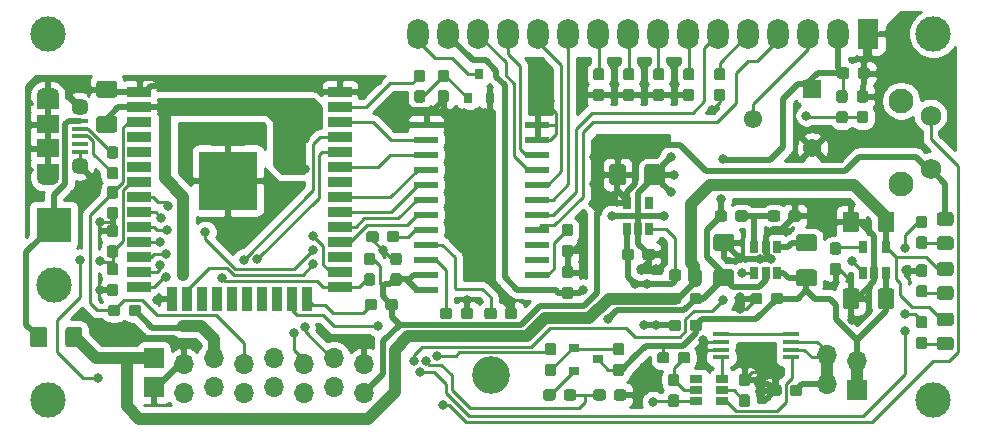
<source format=gbr>
G04 #@! TF.GenerationSoftware,KiCad,Pcbnew,5.1.5*
G04 #@! TF.CreationDate,2020-05-11T21:35:48+02:00*
G04 #@! TF.ProjectId,VCOMLCD,56434f4d-4c43-4442-9e6b-696361645f70,rev?*
G04 #@! TF.SameCoordinates,Original*
G04 #@! TF.FileFunction,Copper,L1,Top*
G04 #@! TF.FilePolarity,Positive*
%FSLAX46Y46*%
G04 Gerber Fmt 4.6, Leading zero omitted, Abs format (unit mm)*
G04 Created by KiCad (PCBNEW 5.1.5) date 2020-05-11 21:35:48*
%MOMM*%
%LPD*%
G04 APERTURE LIST*
%ADD10R,1.060000X0.650000*%
%ADD11C,0.100000*%
%ADD12R,1.450000X0.450000*%
%ADD13C,1.550000*%
%ADD14R,1.550000X1.550000*%
%ADD15R,0.650000X1.060000*%
%ADD16R,2.000000X0.900000*%
%ADD17R,0.900000X2.000000*%
%ADD18R,5.000000X5.000000*%
%ADD19R,1.900000X1.500000*%
%ADD20C,1.450000*%
%ADD21R,1.350000X0.400000*%
%ADD22O,1.900000X1.200000*%
%ADD23R,1.900000X1.200000*%
%ADD24C,3.000000*%
%ADD25R,3.000000X3.000000*%
%ADD26R,1.700000X1.700000*%
%ADD27O,1.700000X1.700000*%
%ADD28R,0.900000X0.800000*%
%ADD29O,1.800000X2.600000*%
%ADD30R,1.800000X2.600000*%
%ADD31R,0.800000X0.900000*%
%ADD32R,2.000000X0.600000*%
%ADD33C,2.100000*%
%ADD34C,1.750000*%
%ADD35C,3.200000*%
%ADD36C,0.800000*%
%ADD37C,0.250000*%
%ADD38C,0.500000*%
%ADD39C,1.000000*%
%ADD40C,0.254000*%
G04 APERTURE END LIST*
D10*
X106400000Y-80750000D03*
X106400000Y-81700000D03*
X106400000Y-79800000D03*
X108600000Y-79800000D03*
X108600000Y-80750000D03*
X108600000Y-81700000D03*
G04 #@! TA.AperFunction,SMDPad,CuDef*
D11*
G36*
X115185779Y-80276144D02*
G01*
X115208834Y-80279563D01*
X115231443Y-80285227D01*
X115253387Y-80293079D01*
X115274457Y-80303044D01*
X115294448Y-80315026D01*
X115313168Y-80328910D01*
X115330438Y-80344562D01*
X115346090Y-80361832D01*
X115359974Y-80380552D01*
X115371956Y-80400543D01*
X115381921Y-80421613D01*
X115389773Y-80443557D01*
X115395437Y-80466166D01*
X115398856Y-80489221D01*
X115400000Y-80512500D01*
X115400000Y-80987500D01*
X115398856Y-81010779D01*
X115395437Y-81033834D01*
X115389773Y-81056443D01*
X115381921Y-81078387D01*
X115371956Y-81099457D01*
X115359974Y-81119448D01*
X115346090Y-81138168D01*
X115330438Y-81155438D01*
X115313168Y-81171090D01*
X115294448Y-81184974D01*
X115274457Y-81196956D01*
X115253387Y-81206921D01*
X115231443Y-81214773D01*
X115208834Y-81220437D01*
X115185779Y-81223856D01*
X115162500Y-81225000D01*
X114587500Y-81225000D01*
X114564221Y-81223856D01*
X114541166Y-81220437D01*
X114518557Y-81214773D01*
X114496613Y-81206921D01*
X114475543Y-81196956D01*
X114455552Y-81184974D01*
X114436832Y-81171090D01*
X114419562Y-81155438D01*
X114403910Y-81138168D01*
X114390026Y-81119448D01*
X114378044Y-81099457D01*
X114368079Y-81078387D01*
X114360227Y-81056443D01*
X114354563Y-81033834D01*
X114351144Y-81010779D01*
X114350000Y-80987500D01*
X114350000Y-80512500D01*
X114351144Y-80489221D01*
X114354563Y-80466166D01*
X114360227Y-80443557D01*
X114368079Y-80421613D01*
X114378044Y-80400543D01*
X114390026Y-80380552D01*
X114403910Y-80361832D01*
X114419562Y-80344562D01*
X114436832Y-80328910D01*
X114455552Y-80315026D01*
X114475543Y-80303044D01*
X114496613Y-80293079D01*
X114518557Y-80285227D01*
X114541166Y-80279563D01*
X114564221Y-80276144D01*
X114587500Y-80275000D01*
X115162500Y-80275000D01*
X115185779Y-80276144D01*
G37*
G04 #@! TD.AperFunction*
G04 #@! TA.AperFunction,SMDPad,CuDef*
G36*
X113435779Y-80276144D02*
G01*
X113458834Y-80279563D01*
X113481443Y-80285227D01*
X113503387Y-80293079D01*
X113524457Y-80303044D01*
X113544448Y-80315026D01*
X113563168Y-80328910D01*
X113580438Y-80344562D01*
X113596090Y-80361832D01*
X113609974Y-80380552D01*
X113621956Y-80400543D01*
X113631921Y-80421613D01*
X113639773Y-80443557D01*
X113645437Y-80466166D01*
X113648856Y-80489221D01*
X113650000Y-80512500D01*
X113650000Y-80987500D01*
X113648856Y-81010779D01*
X113645437Y-81033834D01*
X113639773Y-81056443D01*
X113631921Y-81078387D01*
X113621956Y-81099457D01*
X113609974Y-81119448D01*
X113596090Y-81138168D01*
X113580438Y-81155438D01*
X113563168Y-81171090D01*
X113544448Y-81184974D01*
X113524457Y-81196956D01*
X113503387Y-81206921D01*
X113481443Y-81214773D01*
X113458834Y-81220437D01*
X113435779Y-81223856D01*
X113412500Y-81225000D01*
X112837500Y-81225000D01*
X112814221Y-81223856D01*
X112791166Y-81220437D01*
X112768557Y-81214773D01*
X112746613Y-81206921D01*
X112725543Y-81196956D01*
X112705552Y-81184974D01*
X112686832Y-81171090D01*
X112669562Y-81155438D01*
X112653910Y-81138168D01*
X112640026Y-81119448D01*
X112628044Y-81099457D01*
X112618079Y-81078387D01*
X112610227Y-81056443D01*
X112604563Y-81033834D01*
X112601144Y-81010779D01*
X112600000Y-80987500D01*
X112600000Y-80512500D01*
X112601144Y-80489221D01*
X112604563Y-80466166D01*
X112610227Y-80443557D01*
X112618079Y-80421613D01*
X112628044Y-80400543D01*
X112640026Y-80380552D01*
X112653910Y-80361832D01*
X112669562Y-80344562D01*
X112686832Y-80328910D01*
X112705552Y-80315026D01*
X112725543Y-80303044D01*
X112746613Y-80293079D01*
X112768557Y-80285227D01*
X112791166Y-80279563D01*
X112814221Y-80276144D01*
X112837500Y-80275000D01*
X113412500Y-80275000D01*
X113435779Y-80276144D01*
G37*
G04 #@! TD.AperFunction*
G04 #@! TA.AperFunction,SMDPad,CuDef*
G36*
X103935779Y-77526144D02*
G01*
X103958834Y-77529563D01*
X103981443Y-77535227D01*
X104003387Y-77543079D01*
X104024457Y-77553044D01*
X104044448Y-77565026D01*
X104063168Y-77578910D01*
X104080438Y-77594562D01*
X104096090Y-77611832D01*
X104109974Y-77630552D01*
X104121956Y-77650543D01*
X104131921Y-77671613D01*
X104139773Y-77693557D01*
X104145437Y-77716166D01*
X104148856Y-77739221D01*
X104150000Y-77762500D01*
X104150000Y-78237500D01*
X104148856Y-78260779D01*
X104145437Y-78283834D01*
X104139773Y-78306443D01*
X104131921Y-78328387D01*
X104121956Y-78349457D01*
X104109974Y-78369448D01*
X104096090Y-78388168D01*
X104080438Y-78405438D01*
X104063168Y-78421090D01*
X104044448Y-78434974D01*
X104024457Y-78446956D01*
X104003387Y-78456921D01*
X103981443Y-78464773D01*
X103958834Y-78470437D01*
X103935779Y-78473856D01*
X103912500Y-78475000D01*
X103337500Y-78475000D01*
X103314221Y-78473856D01*
X103291166Y-78470437D01*
X103268557Y-78464773D01*
X103246613Y-78456921D01*
X103225543Y-78446956D01*
X103205552Y-78434974D01*
X103186832Y-78421090D01*
X103169562Y-78405438D01*
X103153910Y-78388168D01*
X103140026Y-78369448D01*
X103128044Y-78349457D01*
X103118079Y-78328387D01*
X103110227Y-78306443D01*
X103104563Y-78283834D01*
X103101144Y-78260779D01*
X103100000Y-78237500D01*
X103100000Y-77762500D01*
X103101144Y-77739221D01*
X103104563Y-77716166D01*
X103110227Y-77693557D01*
X103118079Y-77671613D01*
X103128044Y-77650543D01*
X103140026Y-77630552D01*
X103153910Y-77611832D01*
X103169562Y-77594562D01*
X103186832Y-77578910D01*
X103205552Y-77565026D01*
X103225543Y-77553044D01*
X103246613Y-77543079D01*
X103268557Y-77535227D01*
X103291166Y-77529563D01*
X103314221Y-77526144D01*
X103337500Y-77525000D01*
X103912500Y-77525000D01*
X103935779Y-77526144D01*
G37*
G04 #@! TD.AperFunction*
G04 #@! TA.AperFunction,SMDPad,CuDef*
G36*
X105685779Y-77526144D02*
G01*
X105708834Y-77529563D01*
X105731443Y-77535227D01*
X105753387Y-77543079D01*
X105774457Y-77553044D01*
X105794448Y-77565026D01*
X105813168Y-77578910D01*
X105830438Y-77594562D01*
X105846090Y-77611832D01*
X105859974Y-77630552D01*
X105871956Y-77650543D01*
X105881921Y-77671613D01*
X105889773Y-77693557D01*
X105895437Y-77716166D01*
X105898856Y-77739221D01*
X105900000Y-77762500D01*
X105900000Y-78237500D01*
X105898856Y-78260779D01*
X105895437Y-78283834D01*
X105889773Y-78306443D01*
X105881921Y-78328387D01*
X105871956Y-78349457D01*
X105859974Y-78369448D01*
X105846090Y-78388168D01*
X105830438Y-78405438D01*
X105813168Y-78421090D01*
X105794448Y-78434974D01*
X105774457Y-78446956D01*
X105753387Y-78456921D01*
X105731443Y-78464773D01*
X105708834Y-78470437D01*
X105685779Y-78473856D01*
X105662500Y-78475000D01*
X105087500Y-78475000D01*
X105064221Y-78473856D01*
X105041166Y-78470437D01*
X105018557Y-78464773D01*
X104996613Y-78456921D01*
X104975543Y-78446956D01*
X104955552Y-78434974D01*
X104936832Y-78421090D01*
X104919562Y-78405438D01*
X104903910Y-78388168D01*
X104890026Y-78369448D01*
X104878044Y-78349457D01*
X104868079Y-78328387D01*
X104860227Y-78306443D01*
X104854563Y-78283834D01*
X104851144Y-78260779D01*
X104850000Y-78237500D01*
X104850000Y-77762500D01*
X104851144Y-77739221D01*
X104854563Y-77716166D01*
X104860227Y-77693557D01*
X104868079Y-77671613D01*
X104878044Y-77650543D01*
X104890026Y-77630552D01*
X104903910Y-77611832D01*
X104919562Y-77594562D01*
X104936832Y-77578910D01*
X104955552Y-77565026D01*
X104975543Y-77553044D01*
X104996613Y-77543079D01*
X105018557Y-77535227D01*
X105041166Y-77529563D01*
X105064221Y-77526144D01*
X105087500Y-77525000D01*
X105662500Y-77525000D01*
X105685779Y-77526144D01*
G37*
G04 #@! TD.AperFunction*
G04 #@! TA.AperFunction,SMDPad,CuDef*
G36*
X110760779Y-79351144D02*
G01*
X110783834Y-79354563D01*
X110806443Y-79360227D01*
X110828387Y-79368079D01*
X110849457Y-79378044D01*
X110869448Y-79390026D01*
X110888168Y-79403910D01*
X110905438Y-79419562D01*
X110921090Y-79436832D01*
X110934974Y-79455552D01*
X110946956Y-79475543D01*
X110956921Y-79496613D01*
X110964773Y-79518557D01*
X110970437Y-79541166D01*
X110973856Y-79564221D01*
X110975000Y-79587500D01*
X110975000Y-80162500D01*
X110973856Y-80185779D01*
X110970437Y-80208834D01*
X110964773Y-80231443D01*
X110956921Y-80253387D01*
X110946956Y-80274457D01*
X110934974Y-80294448D01*
X110921090Y-80313168D01*
X110905438Y-80330438D01*
X110888168Y-80346090D01*
X110869448Y-80359974D01*
X110849457Y-80371956D01*
X110828387Y-80381921D01*
X110806443Y-80389773D01*
X110783834Y-80395437D01*
X110760779Y-80398856D01*
X110737500Y-80400000D01*
X110262500Y-80400000D01*
X110239221Y-80398856D01*
X110216166Y-80395437D01*
X110193557Y-80389773D01*
X110171613Y-80381921D01*
X110150543Y-80371956D01*
X110130552Y-80359974D01*
X110111832Y-80346090D01*
X110094562Y-80330438D01*
X110078910Y-80313168D01*
X110065026Y-80294448D01*
X110053044Y-80274457D01*
X110043079Y-80253387D01*
X110035227Y-80231443D01*
X110029563Y-80208834D01*
X110026144Y-80185779D01*
X110025000Y-80162500D01*
X110025000Y-79587500D01*
X110026144Y-79564221D01*
X110029563Y-79541166D01*
X110035227Y-79518557D01*
X110043079Y-79496613D01*
X110053044Y-79475543D01*
X110065026Y-79455552D01*
X110078910Y-79436832D01*
X110094562Y-79419562D01*
X110111832Y-79403910D01*
X110130552Y-79390026D01*
X110150543Y-79378044D01*
X110171613Y-79368079D01*
X110193557Y-79360227D01*
X110216166Y-79354563D01*
X110239221Y-79351144D01*
X110262500Y-79350000D01*
X110737500Y-79350000D01*
X110760779Y-79351144D01*
G37*
G04 #@! TD.AperFunction*
G04 #@! TA.AperFunction,SMDPad,CuDef*
G36*
X110760779Y-81101144D02*
G01*
X110783834Y-81104563D01*
X110806443Y-81110227D01*
X110828387Y-81118079D01*
X110849457Y-81128044D01*
X110869448Y-81140026D01*
X110888168Y-81153910D01*
X110905438Y-81169562D01*
X110921090Y-81186832D01*
X110934974Y-81205552D01*
X110946956Y-81225543D01*
X110956921Y-81246613D01*
X110964773Y-81268557D01*
X110970437Y-81291166D01*
X110973856Y-81314221D01*
X110975000Y-81337500D01*
X110975000Y-81912500D01*
X110973856Y-81935779D01*
X110970437Y-81958834D01*
X110964773Y-81981443D01*
X110956921Y-82003387D01*
X110946956Y-82024457D01*
X110934974Y-82044448D01*
X110921090Y-82063168D01*
X110905438Y-82080438D01*
X110888168Y-82096090D01*
X110869448Y-82109974D01*
X110849457Y-82121956D01*
X110828387Y-82131921D01*
X110806443Y-82139773D01*
X110783834Y-82145437D01*
X110760779Y-82148856D01*
X110737500Y-82150000D01*
X110262500Y-82150000D01*
X110239221Y-82148856D01*
X110216166Y-82145437D01*
X110193557Y-82139773D01*
X110171613Y-82131921D01*
X110150543Y-82121956D01*
X110130552Y-82109974D01*
X110111832Y-82096090D01*
X110094562Y-82080438D01*
X110078910Y-82063168D01*
X110065026Y-82044448D01*
X110053044Y-82024457D01*
X110043079Y-82003387D01*
X110035227Y-81981443D01*
X110029563Y-81958834D01*
X110026144Y-81935779D01*
X110025000Y-81912500D01*
X110025000Y-81337500D01*
X110026144Y-81314221D01*
X110029563Y-81291166D01*
X110035227Y-81268557D01*
X110043079Y-81246613D01*
X110053044Y-81225543D01*
X110065026Y-81205552D01*
X110078910Y-81186832D01*
X110094562Y-81169562D01*
X110111832Y-81153910D01*
X110130552Y-81140026D01*
X110150543Y-81128044D01*
X110171613Y-81118079D01*
X110193557Y-81110227D01*
X110216166Y-81104563D01*
X110239221Y-81101144D01*
X110262500Y-81100000D01*
X110737500Y-81100000D01*
X110760779Y-81101144D01*
G37*
G04 #@! TD.AperFunction*
D12*
X114450000Y-76025000D03*
X114450000Y-76675000D03*
X114450000Y-77325000D03*
X114450000Y-77975000D03*
X108550000Y-77975000D03*
X108550000Y-77325000D03*
X108550000Y-76675000D03*
X108550000Y-76025000D03*
G04 #@! TA.AperFunction,SMDPad,CuDef*
D11*
G36*
X104760779Y-81101144D02*
G01*
X104783834Y-81104563D01*
X104806443Y-81110227D01*
X104828387Y-81118079D01*
X104849457Y-81128044D01*
X104869448Y-81140026D01*
X104888168Y-81153910D01*
X104905438Y-81169562D01*
X104921090Y-81186832D01*
X104934974Y-81205552D01*
X104946956Y-81225543D01*
X104956921Y-81246613D01*
X104964773Y-81268557D01*
X104970437Y-81291166D01*
X104973856Y-81314221D01*
X104975000Y-81337500D01*
X104975000Y-81912500D01*
X104973856Y-81935779D01*
X104970437Y-81958834D01*
X104964773Y-81981443D01*
X104956921Y-82003387D01*
X104946956Y-82024457D01*
X104934974Y-82044448D01*
X104921090Y-82063168D01*
X104905438Y-82080438D01*
X104888168Y-82096090D01*
X104869448Y-82109974D01*
X104849457Y-82121956D01*
X104828387Y-82131921D01*
X104806443Y-82139773D01*
X104783834Y-82145437D01*
X104760779Y-82148856D01*
X104737500Y-82150000D01*
X104262500Y-82150000D01*
X104239221Y-82148856D01*
X104216166Y-82145437D01*
X104193557Y-82139773D01*
X104171613Y-82131921D01*
X104150543Y-82121956D01*
X104130552Y-82109974D01*
X104111832Y-82096090D01*
X104094562Y-82080438D01*
X104078910Y-82063168D01*
X104065026Y-82044448D01*
X104053044Y-82024457D01*
X104043079Y-82003387D01*
X104035227Y-81981443D01*
X104029563Y-81958834D01*
X104026144Y-81935779D01*
X104025000Y-81912500D01*
X104025000Y-81337500D01*
X104026144Y-81314221D01*
X104029563Y-81291166D01*
X104035227Y-81268557D01*
X104043079Y-81246613D01*
X104053044Y-81225543D01*
X104065026Y-81205552D01*
X104078910Y-81186832D01*
X104094562Y-81169562D01*
X104111832Y-81153910D01*
X104130552Y-81140026D01*
X104150543Y-81128044D01*
X104171613Y-81118079D01*
X104193557Y-81110227D01*
X104216166Y-81104563D01*
X104239221Y-81101144D01*
X104262500Y-81100000D01*
X104737500Y-81100000D01*
X104760779Y-81101144D01*
G37*
G04 #@! TD.AperFunction*
G04 #@! TA.AperFunction,SMDPad,CuDef*
G36*
X104760779Y-79351144D02*
G01*
X104783834Y-79354563D01*
X104806443Y-79360227D01*
X104828387Y-79368079D01*
X104849457Y-79378044D01*
X104869448Y-79390026D01*
X104888168Y-79403910D01*
X104905438Y-79419562D01*
X104921090Y-79436832D01*
X104934974Y-79455552D01*
X104946956Y-79475543D01*
X104956921Y-79496613D01*
X104964773Y-79518557D01*
X104970437Y-79541166D01*
X104973856Y-79564221D01*
X104975000Y-79587500D01*
X104975000Y-80162500D01*
X104973856Y-80185779D01*
X104970437Y-80208834D01*
X104964773Y-80231443D01*
X104956921Y-80253387D01*
X104946956Y-80274457D01*
X104934974Y-80294448D01*
X104921090Y-80313168D01*
X104905438Y-80330438D01*
X104888168Y-80346090D01*
X104869448Y-80359974D01*
X104849457Y-80371956D01*
X104828387Y-80381921D01*
X104806443Y-80389773D01*
X104783834Y-80395437D01*
X104760779Y-80398856D01*
X104737500Y-80400000D01*
X104262500Y-80400000D01*
X104239221Y-80398856D01*
X104216166Y-80395437D01*
X104193557Y-80389773D01*
X104171613Y-80381921D01*
X104150543Y-80371956D01*
X104130552Y-80359974D01*
X104111832Y-80346090D01*
X104094562Y-80330438D01*
X104078910Y-80313168D01*
X104065026Y-80294448D01*
X104053044Y-80274457D01*
X104043079Y-80253387D01*
X104035227Y-80231443D01*
X104029563Y-80208834D01*
X104026144Y-80185779D01*
X104025000Y-80162500D01*
X104025000Y-79587500D01*
X104026144Y-79564221D01*
X104029563Y-79541166D01*
X104035227Y-79518557D01*
X104043079Y-79496613D01*
X104053044Y-79475543D01*
X104065026Y-79455552D01*
X104078910Y-79436832D01*
X104094562Y-79419562D01*
X104111832Y-79403910D01*
X104130552Y-79390026D01*
X104150543Y-79378044D01*
X104171613Y-79368079D01*
X104193557Y-79360227D01*
X104216166Y-79354563D01*
X104239221Y-79351144D01*
X104262500Y-79350000D01*
X104737500Y-79350000D01*
X104760779Y-79351144D01*
G37*
G04 #@! TD.AperFunction*
D13*
X111250000Y-57750000D03*
D14*
X116250000Y-55250000D03*
D13*
X116250000Y-60250000D03*
G04 #@! TA.AperFunction,SMDPad,CuDef*
D11*
G36*
X120760779Y-57101144D02*
G01*
X120783834Y-57104563D01*
X120806443Y-57110227D01*
X120828387Y-57118079D01*
X120849457Y-57128044D01*
X120869448Y-57140026D01*
X120888168Y-57153910D01*
X120905438Y-57169562D01*
X120921090Y-57186832D01*
X120934974Y-57205552D01*
X120946956Y-57225543D01*
X120956921Y-57246613D01*
X120964773Y-57268557D01*
X120970437Y-57291166D01*
X120973856Y-57314221D01*
X120975000Y-57337500D01*
X120975000Y-57912500D01*
X120973856Y-57935779D01*
X120970437Y-57958834D01*
X120964773Y-57981443D01*
X120956921Y-58003387D01*
X120946956Y-58024457D01*
X120934974Y-58044448D01*
X120921090Y-58063168D01*
X120905438Y-58080438D01*
X120888168Y-58096090D01*
X120869448Y-58109974D01*
X120849457Y-58121956D01*
X120828387Y-58131921D01*
X120806443Y-58139773D01*
X120783834Y-58145437D01*
X120760779Y-58148856D01*
X120737500Y-58150000D01*
X120262500Y-58150000D01*
X120239221Y-58148856D01*
X120216166Y-58145437D01*
X120193557Y-58139773D01*
X120171613Y-58131921D01*
X120150543Y-58121956D01*
X120130552Y-58109974D01*
X120111832Y-58096090D01*
X120094562Y-58080438D01*
X120078910Y-58063168D01*
X120065026Y-58044448D01*
X120053044Y-58024457D01*
X120043079Y-58003387D01*
X120035227Y-57981443D01*
X120029563Y-57958834D01*
X120026144Y-57935779D01*
X120025000Y-57912500D01*
X120025000Y-57337500D01*
X120026144Y-57314221D01*
X120029563Y-57291166D01*
X120035227Y-57268557D01*
X120043079Y-57246613D01*
X120053044Y-57225543D01*
X120065026Y-57205552D01*
X120078910Y-57186832D01*
X120094562Y-57169562D01*
X120111832Y-57153910D01*
X120130552Y-57140026D01*
X120150543Y-57128044D01*
X120171613Y-57118079D01*
X120193557Y-57110227D01*
X120216166Y-57104563D01*
X120239221Y-57101144D01*
X120262500Y-57100000D01*
X120737500Y-57100000D01*
X120760779Y-57101144D01*
G37*
G04 #@! TD.AperFunction*
G04 #@! TA.AperFunction,SMDPad,CuDef*
G36*
X120760779Y-55351144D02*
G01*
X120783834Y-55354563D01*
X120806443Y-55360227D01*
X120828387Y-55368079D01*
X120849457Y-55378044D01*
X120869448Y-55390026D01*
X120888168Y-55403910D01*
X120905438Y-55419562D01*
X120921090Y-55436832D01*
X120934974Y-55455552D01*
X120946956Y-55475543D01*
X120956921Y-55496613D01*
X120964773Y-55518557D01*
X120970437Y-55541166D01*
X120973856Y-55564221D01*
X120975000Y-55587500D01*
X120975000Y-56162500D01*
X120973856Y-56185779D01*
X120970437Y-56208834D01*
X120964773Y-56231443D01*
X120956921Y-56253387D01*
X120946956Y-56274457D01*
X120934974Y-56294448D01*
X120921090Y-56313168D01*
X120905438Y-56330438D01*
X120888168Y-56346090D01*
X120869448Y-56359974D01*
X120849457Y-56371956D01*
X120828387Y-56381921D01*
X120806443Y-56389773D01*
X120783834Y-56395437D01*
X120760779Y-56398856D01*
X120737500Y-56400000D01*
X120262500Y-56400000D01*
X120239221Y-56398856D01*
X120216166Y-56395437D01*
X120193557Y-56389773D01*
X120171613Y-56381921D01*
X120150543Y-56371956D01*
X120130552Y-56359974D01*
X120111832Y-56346090D01*
X120094562Y-56330438D01*
X120078910Y-56313168D01*
X120065026Y-56294448D01*
X120053044Y-56274457D01*
X120043079Y-56253387D01*
X120035227Y-56231443D01*
X120029563Y-56208834D01*
X120026144Y-56185779D01*
X120025000Y-56162500D01*
X120025000Y-55587500D01*
X120026144Y-55564221D01*
X120029563Y-55541166D01*
X120035227Y-55518557D01*
X120043079Y-55496613D01*
X120053044Y-55475543D01*
X120065026Y-55455552D01*
X120078910Y-55436832D01*
X120094562Y-55419562D01*
X120111832Y-55403910D01*
X120130552Y-55390026D01*
X120150543Y-55378044D01*
X120171613Y-55368079D01*
X120193557Y-55360227D01*
X120216166Y-55354563D01*
X120239221Y-55351144D01*
X120262500Y-55350000D01*
X120737500Y-55350000D01*
X120760779Y-55351144D01*
G37*
G04 #@! TD.AperFunction*
G04 #@! TA.AperFunction,SMDPad,CuDef*
G36*
X119010779Y-55351144D02*
G01*
X119033834Y-55354563D01*
X119056443Y-55360227D01*
X119078387Y-55368079D01*
X119099457Y-55378044D01*
X119119448Y-55390026D01*
X119138168Y-55403910D01*
X119155438Y-55419562D01*
X119171090Y-55436832D01*
X119184974Y-55455552D01*
X119196956Y-55475543D01*
X119206921Y-55496613D01*
X119214773Y-55518557D01*
X119220437Y-55541166D01*
X119223856Y-55564221D01*
X119225000Y-55587500D01*
X119225000Y-56162500D01*
X119223856Y-56185779D01*
X119220437Y-56208834D01*
X119214773Y-56231443D01*
X119206921Y-56253387D01*
X119196956Y-56274457D01*
X119184974Y-56294448D01*
X119171090Y-56313168D01*
X119155438Y-56330438D01*
X119138168Y-56346090D01*
X119119448Y-56359974D01*
X119099457Y-56371956D01*
X119078387Y-56381921D01*
X119056443Y-56389773D01*
X119033834Y-56395437D01*
X119010779Y-56398856D01*
X118987500Y-56400000D01*
X118512500Y-56400000D01*
X118489221Y-56398856D01*
X118466166Y-56395437D01*
X118443557Y-56389773D01*
X118421613Y-56381921D01*
X118400543Y-56371956D01*
X118380552Y-56359974D01*
X118361832Y-56346090D01*
X118344562Y-56330438D01*
X118328910Y-56313168D01*
X118315026Y-56294448D01*
X118303044Y-56274457D01*
X118293079Y-56253387D01*
X118285227Y-56231443D01*
X118279563Y-56208834D01*
X118276144Y-56185779D01*
X118275000Y-56162500D01*
X118275000Y-55587500D01*
X118276144Y-55564221D01*
X118279563Y-55541166D01*
X118285227Y-55518557D01*
X118293079Y-55496613D01*
X118303044Y-55475543D01*
X118315026Y-55455552D01*
X118328910Y-55436832D01*
X118344562Y-55419562D01*
X118361832Y-55403910D01*
X118380552Y-55390026D01*
X118400543Y-55378044D01*
X118421613Y-55368079D01*
X118443557Y-55360227D01*
X118466166Y-55354563D01*
X118489221Y-55351144D01*
X118512500Y-55350000D01*
X118987500Y-55350000D01*
X119010779Y-55351144D01*
G37*
G04 #@! TD.AperFunction*
G04 #@! TA.AperFunction,SMDPad,CuDef*
G36*
X119010779Y-57101144D02*
G01*
X119033834Y-57104563D01*
X119056443Y-57110227D01*
X119078387Y-57118079D01*
X119099457Y-57128044D01*
X119119448Y-57140026D01*
X119138168Y-57153910D01*
X119155438Y-57169562D01*
X119171090Y-57186832D01*
X119184974Y-57205552D01*
X119196956Y-57225543D01*
X119206921Y-57246613D01*
X119214773Y-57268557D01*
X119220437Y-57291166D01*
X119223856Y-57314221D01*
X119225000Y-57337500D01*
X119225000Y-57912500D01*
X119223856Y-57935779D01*
X119220437Y-57958834D01*
X119214773Y-57981443D01*
X119206921Y-58003387D01*
X119196956Y-58024457D01*
X119184974Y-58044448D01*
X119171090Y-58063168D01*
X119155438Y-58080438D01*
X119138168Y-58096090D01*
X119119448Y-58109974D01*
X119099457Y-58121956D01*
X119078387Y-58131921D01*
X119056443Y-58139773D01*
X119033834Y-58145437D01*
X119010779Y-58148856D01*
X118987500Y-58150000D01*
X118512500Y-58150000D01*
X118489221Y-58148856D01*
X118466166Y-58145437D01*
X118443557Y-58139773D01*
X118421613Y-58131921D01*
X118400543Y-58121956D01*
X118380552Y-58109974D01*
X118361832Y-58096090D01*
X118344562Y-58080438D01*
X118328910Y-58063168D01*
X118315026Y-58044448D01*
X118303044Y-58024457D01*
X118293079Y-58003387D01*
X118285227Y-57981443D01*
X118279563Y-57958834D01*
X118276144Y-57935779D01*
X118275000Y-57912500D01*
X118275000Y-57337500D01*
X118276144Y-57314221D01*
X118279563Y-57291166D01*
X118285227Y-57268557D01*
X118293079Y-57246613D01*
X118303044Y-57225543D01*
X118315026Y-57205552D01*
X118328910Y-57186832D01*
X118344562Y-57169562D01*
X118361832Y-57153910D01*
X118380552Y-57140026D01*
X118400543Y-57128044D01*
X118421613Y-57118079D01*
X118443557Y-57110227D01*
X118466166Y-57104563D01*
X118489221Y-57101144D01*
X118512500Y-57100000D01*
X118987500Y-57100000D01*
X119010779Y-57101144D01*
G37*
G04 #@! TD.AperFunction*
D15*
X100550000Y-64900000D03*
X102450000Y-64900000D03*
X102450000Y-67100000D03*
X101500000Y-67100000D03*
X100550000Y-67100000D03*
D16*
X76250000Y-55500000D03*
X76250000Y-56770000D03*
X76250000Y-58040000D03*
X76250000Y-59310000D03*
X76250000Y-60580000D03*
X76250000Y-61850000D03*
X76250000Y-63120000D03*
X76250000Y-64390000D03*
X76250000Y-65660000D03*
X76250000Y-66930000D03*
X76250000Y-68200000D03*
X76250000Y-69470000D03*
X76250000Y-70740000D03*
X76250000Y-72010000D03*
D17*
X73465000Y-73010000D03*
X72195000Y-73010000D03*
X70925000Y-73010000D03*
X69655000Y-73010000D03*
X68385000Y-73010000D03*
X67115000Y-73010000D03*
X65845000Y-73010000D03*
X64575000Y-73010000D03*
X63305000Y-73010000D03*
X62035000Y-73010000D03*
D16*
X59250000Y-72010000D03*
X59250000Y-70740000D03*
X59250000Y-69470000D03*
X59250000Y-68200000D03*
X59250000Y-66930000D03*
X59250000Y-65660000D03*
X59250000Y-64390000D03*
X59250000Y-63120000D03*
X59250000Y-61850000D03*
X59250000Y-60580000D03*
X59250000Y-59310000D03*
X59250000Y-58040000D03*
X59250000Y-56770000D03*
X59250000Y-55500000D03*
D18*
X66750000Y-63000000D03*
D19*
X51500000Y-60250000D03*
D20*
X54200000Y-56750000D03*
D21*
X54200000Y-58600000D03*
X54200000Y-57950000D03*
X54200000Y-60550000D03*
X54200000Y-59900000D03*
X54200000Y-59250000D03*
D20*
X54200000Y-61750000D03*
D19*
X51500000Y-58250000D03*
D22*
X51500000Y-55750000D03*
X51500000Y-62750000D03*
D23*
X51500000Y-62150000D03*
X51500000Y-56350000D03*
D24*
X52000000Y-71830000D03*
D25*
X52000000Y-66750000D03*
G04 #@! TA.AperFunction,SMDPad,CuDef*
D11*
G36*
X109399504Y-67538704D02*
G01*
X109423773Y-67542304D01*
X109447571Y-67548265D01*
X109470671Y-67556530D01*
X109492849Y-67567020D01*
X109513893Y-67579633D01*
X109533598Y-67594247D01*
X109551777Y-67610723D01*
X109568253Y-67628902D01*
X109582867Y-67648607D01*
X109595480Y-67669651D01*
X109605970Y-67691829D01*
X109614235Y-67714929D01*
X109620196Y-67738727D01*
X109623796Y-67762996D01*
X109625000Y-67787500D01*
X109625000Y-68712500D01*
X109623796Y-68737004D01*
X109620196Y-68761273D01*
X109614235Y-68785071D01*
X109605970Y-68808171D01*
X109595480Y-68830349D01*
X109582867Y-68851393D01*
X109568253Y-68871098D01*
X109551777Y-68889277D01*
X109533598Y-68905753D01*
X109513893Y-68920367D01*
X109492849Y-68932980D01*
X109470671Y-68943470D01*
X109447571Y-68951735D01*
X109423773Y-68957696D01*
X109399504Y-68961296D01*
X109375000Y-68962500D01*
X108125000Y-68962500D01*
X108100496Y-68961296D01*
X108076227Y-68957696D01*
X108052429Y-68951735D01*
X108029329Y-68943470D01*
X108007151Y-68932980D01*
X107986107Y-68920367D01*
X107966402Y-68905753D01*
X107948223Y-68889277D01*
X107931747Y-68871098D01*
X107917133Y-68851393D01*
X107904520Y-68830349D01*
X107894030Y-68808171D01*
X107885765Y-68785071D01*
X107879804Y-68761273D01*
X107876204Y-68737004D01*
X107875000Y-68712500D01*
X107875000Y-67787500D01*
X107876204Y-67762996D01*
X107879804Y-67738727D01*
X107885765Y-67714929D01*
X107894030Y-67691829D01*
X107904520Y-67669651D01*
X107917133Y-67648607D01*
X107931747Y-67628902D01*
X107948223Y-67610723D01*
X107966402Y-67594247D01*
X107986107Y-67579633D01*
X108007151Y-67567020D01*
X108029329Y-67556530D01*
X108052429Y-67548265D01*
X108076227Y-67542304D01*
X108100496Y-67538704D01*
X108125000Y-67537500D01*
X109375000Y-67537500D01*
X109399504Y-67538704D01*
G37*
G04 #@! TD.AperFunction*
G04 #@! TA.AperFunction,SMDPad,CuDef*
G36*
X109399504Y-70513704D02*
G01*
X109423773Y-70517304D01*
X109447571Y-70523265D01*
X109470671Y-70531530D01*
X109492849Y-70542020D01*
X109513893Y-70554633D01*
X109533598Y-70569247D01*
X109551777Y-70585723D01*
X109568253Y-70603902D01*
X109582867Y-70623607D01*
X109595480Y-70644651D01*
X109605970Y-70666829D01*
X109614235Y-70689929D01*
X109620196Y-70713727D01*
X109623796Y-70737996D01*
X109625000Y-70762500D01*
X109625000Y-71687500D01*
X109623796Y-71712004D01*
X109620196Y-71736273D01*
X109614235Y-71760071D01*
X109605970Y-71783171D01*
X109595480Y-71805349D01*
X109582867Y-71826393D01*
X109568253Y-71846098D01*
X109551777Y-71864277D01*
X109533598Y-71880753D01*
X109513893Y-71895367D01*
X109492849Y-71907980D01*
X109470671Y-71918470D01*
X109447571Y-71926735D01*
X109423773Y-71932696D01*
X109399504Y-71936296D01*
X109375000Y-71937500D01*
X108125000Y-71937500D01*
X108100496Y-71936296D01*
X108076227Y-71932696D01*
X108052429Y-71926735D01*
X108029329Y-71918470D01*
X108007151Y-71907980D01*
X107986107Y-71895367D01*
X107966402Y-71880753D01*
X107948223Y-71864277D01*
X107931747Y-71846098D01*
X107917133Y-71826393D01*
X107904520Y-71805349D01*
X107894030Y-71783171D01*
X107885765Y-71760071D01*
X107879804Y-71736273D01*
X107876204Y-71712004D01*
X107875000Y-71687500D01*
X107875000Y-70762500D01*
X107876204Y-70737996D01*
X107879804Y-70713727D01*
X107885765Y-70689929D01*
X107894030Y-70666829D01*
X107904520Y-70644651D01*
X107917133Y-70623607D01*
X107931747Y-70603902D01*
X107948223Y-70585723D01*
X107966402Y-70569247D01*
X107986107Y-70554633D01*
X108007151Y-70542020D01*
X108029329Y-70531530D01*
X108052429Y-70523265D01*
X108076227Y-70517304D01*
X108100496Y-70513704D01*
X108125000Y-70512500D01*
X109375000Y-70512500D01*
X109399504Y-70513704D01*
G37*
G04 #@! TD.AperFunction*
G04 #@! TA.AperFunction,SMDPad,CuDef*
G36*
X111810779Y-72526144D02*
G01*
X111833834Y-72529563D01*
X111856443Y-72535227D01*
X111878387Y-72543079D01*
X111899457Y-72553044D01*
X111919448Y-72565026D01*
X111938168Y-72578910D01*
X111955438Y-72594562D01*
X111971090Y-72611832D01*
X111984974Y-72630552D01*
X111996956Y-72650543D01*
X112006921Y-72671613D01*
X112014773Y-72693557D01*
X112020437Y-72716166D01*
X112023856Y-72739221D01*
X112025000Y-72762500D01*
X112025000Y-73237500D01*
X112023856Y-73260779D01*
X112020437Y-73283834D01*
X112014773Y-73306443D01*
X112006921Y-73328387D01*
X111996956Y-73349457D01*
X111984974Y-73369448D01*
X111971090Y-73388168D01*
X111955438Y-73405438D01*
X111938168Y-73421090D01*
X111919448Y-73434974D01*
X111899457Y-73446956D01*
X111878387Y-73456921D01*
X111856443Y-73464773D01*
X111833834Y-73470437D01*
X111810779Y-73473856D01*
X111787500Y-73475000D01*
X111212500Y-73475000D01*
X111189221Y-73473856D01*
X111166166Y-73470437D01*
X111143557Y-73464773D01*
X111121613Y-73456921D01*
X111100543Y-73446956D01*
X111080552Y-73434974D01*
X111061832Y-73421090D01*
X111044562Y-73405438D01*
X111028910Y-73388168D01*
X111015026Y-73369448D01*
X111003044Y-73349457D01*
X110993079Y-73328387D01*
X110985227Y-73306443D01*
X110979563Y-73283834D01*
X110976144Y-73260779D01*
X110975000Y-73237500D01*
X110975000Y-72762500D01*
X110976144Y-72739221D01*
X110979563Y-72716166D01*
X110985227Y-72693557D01*
X110993079Y-72671613D01*
X111003044Y-72650543D01*
X111015026Y-72630552D01*
X111028910Y-72611832D01*
X111044562Y-72594562D01*
X111061832Y-72578910D01*
X111080552Y-72565026D01*
X111100543Y-72553044D01*
X111121613Y-72543079D01*
X111143557Y-72535227D01*
X111166166Y-72529563D01*
X111189221Y-72526144D01*
X111212500Y-72525000D01*
X111787500Y-72525000D01*
X111810779Y-72526144D01*
G37*
G04 #@! TD.AperFunction*
G04 #@! TA.AperFunction,SMDPad,CuDef*
G36*
X113560779Y-72526144D02*
G01*
X113583834Y-72529563D01*
X113606443Y-72535227D01*
X113628387Y-72543079D01*
X113649457Y-72553044D01*
X113669448Y-72565026D01*
X113688168Y-72578910D01*
X113705438Y-72594562D01*
X113721090Y-72611832D01*
X113734974Y-72630552D01*
X113746956Y-72650543D01*
X113756921Y-72671613D01*
X113764773Y-72693557D01*
X113770437Y-72716166D01*
X113773856Y-72739221D01*
X113775000Y-72762500D01*
X113775000Y-73237500D01*
X113773856Y-73260779D01*
X113770437Y-73283834D01*
X113764773Y-73306443D01*
X113756921Y-73328387D01*
X113746956Y-73349457D01*
X113734974Y-73369448D01*
X113721090Y-73388168D01*
X113705438Y-73405438D01*
X113688168Y-73421090D01*
X113669448Y-73434974D01*
X113649457Y-73446956D01*
X113628387Y-73456921D01*
X113606443Y-73464773D01*
X113583834Y-73470437D01*
X113560779Y-73473856D01*
X113537500Y-73475000D01*
X112962500Y-73475000D01*
X112939221Y-73473856D01*
X112916166Y-73470437D01*
X112893557Y-73464773D01*
X112871613Y-73456921D01*
X112850543Y-73446956D01*
X112830552Y-73434974D01*
X112811832Y-73421090D01*
X112794562Y-73405438D01*
X112778910Y-73388168D01*
X112765026Y-73369448D01*
X112753044Y-73349457D01*
X112743079Y-73328387D01*
X112735227Y-73306443D01*
X112729563Y-73283834D01*
X112726144Y-73260779D01*
X112725000Y-73237500D01*
X112725000Y-72762500D01*
X112726144Y-72739221D01*
X112729563Y-72716166D01*
X112735227Y-72693557D01*
X112743079Y-72671613D01*
X112753044Y-72650543D01*
X112765026Y-72630552D01*
X112778910Y-72611832D01*
X112794562Y-72594562D01*
X112811832Y-72578910D01*
X112830552Y-72565026D01*
X112850543Y-72553044D01*
X112871613Y-72543079D01*
X112893557Y-72535227D01*
X112916166Y-72529563D01*
X112939221Y-72526144D01*
X112962500Y-72525000D01*
X113537500Y-72525000D01*
X113560779Y-72526144D01*
G37*
G04 #@! TD.AperFunction*
D26*
X120000000Y-80750000D03*
D27*
X117460000Y-80250000D03*
X120000000Y-78250000D03*
X117460000Y-77750000D03*
G04 #@! TA.AperFunction,SMDPad,CuDef*
D11*
G36*
X100110779Y-78501144D02*
G01*
X100133834Y-78504563D01*
X100156443Y-78510227D01*
X100178387Y-78518079D01*
X100199457Y-78528044D01*
X100219448Y-78540026D01*
X100238168Y-78553910D01*
X100255438Y-78569562D01*
X100271090Y-78586832D01*
X100284974Y-78605552D01*
X100296956Y-78625543D01*
X100306921Y-78646613D01*
X100314773Y-78668557D01*
X100320437Y-78691166D01*
X100323856Y-78714221D01*
X100325000Y-78737500D01*
X100325000Y-79312500D01*
X100323856Y-79335779D01*
X100320437Y-79358834D01*
X100314773Y-79381443D01*
X100306921Y-79403387D01*
X100296956Y-79424457D01*
X100284974Y-79444448D01*
X100271090Y-79463168D01*
X100255438Y-79480438D01*
X100238168Y-79496090D01*
X100219448Y-79509974D01*
X100199457Y-79521956D01*
X100178387Y-79531921D01*
X100156443Y-79539773D01*
X100133834Y-79545437D01*
X100110779Y-79548856D01*
X100087500Y-79550000D01*
X99612500Y-79550000D01*
X99589221Y-79548856D01*
X99566166Y-79545437D01*
X99543557Y-79539773D01*
X99521613Y-79531921D01*
X99500543Y-79521956D01*
X99480552Y-79509974D01*
X99461832Y-79496090D01*
X99444562Y-79480438D01*
X99428910Y-79463168D01*
X99415026Y-79444448D01*
X99403044Y-79424457D01*
X99393079Y-79403387D01*
X99385227Y-79381443D01*
X99379563Y-79358834D01*
X99376144Y-79335779D01*
X99375000Y-79312500D01*
X99375000Y-78737500D01*
X99376144Y-78714221D01*
X99379563Y-78691166D01*
X99385227Y-78668557D01*
X99393079Y-78646613D01*
X99403044Y-78625543D01*
X99415026Y-78605552D01*
X99428910Y-78586832D01*
X99444562Y-78569562D01*
X99461832Y-78553910D01*
X99480552Y-78540026D01*
X99500543Y-78528044D01*
X99521613Y-78518079D01*
X99543557Y-78510227D01*
X99566166Y-78504563D01*
X99589221Y-78501144D01*
X99612500Y-78500000D01*
X100087500Y-78500000D01*
X100110779Y-78501144D01*
G37*
G04 #@! TD.AperFunction*
G04 #@! TA.AperFunction,SMDPad,CuDef*
G36*
X100110779Y-76751144D02*
G01*
X100133834Y-76754563D01*
X100156443Y-76760227D01*
X100178387Y-76768079D01*
X100199457Y-76778044D01*
X100219448Y-76790026D01*
X100238168Y-76803910D01*
X100255438Y-76819562D01*
X100271090Y-76836832D01*
X100284974Y-76855552D01*
X100296956Y-76875543D01*
X100306921Y-76896613D01*
X100314773Y-76918557D01*
X100320437Y-76941166D01*
X100323856Y-76964221D01*
X100325000Y-76987500D01*
X100325000Y-77562500D01*
X100323856Y-77585779D01*
X100320437Y-77608834D01*
X100314773Y-77631443D01*
X100306921Y-77653387D01*
X100296956Y-77674457D01*
X100284974Y-77694448D01*
X100271090Y-77713168D01*
X100255438Y-77730438D01*
X100238168Y-77746090D01*
X100219448Y-77759974D01*
X100199457Y-77771956D01*
X100178387Y-77781921D01*
X100156443Y-77789773D01*
X100133834Y-77795437D01*
X100110779Y-77798856D01*
X100087500Y-77800000D01*
X99612500Y-77800000D01*
X99589221Y-77798856D01*
X99566166Y-77795437D01*
X99543557Y-77789773D01*
X99521613Y-77781921D01*
X99500543Y-77771956D01*
X99480552Y-77759974D01*
X99461832Y-77746090D01*
X99444562Y-77730438D01*
X99428910Y-77713168D01*
X99415026Y-77694448D01*
X99403044Y-77674457D01*
X99393079Y-77653387D01*
X99385227Y-77631443D01*
X99379563Y-77608834D01*
X99376144Y-77585779D01*
X99375000Y-77562500D01*
X99375000Y-76987500D01*
X99376144Y-76964221D01*
X99379563Y-76941166D01*
X99385227Y-76918557D01*
X99393079Y-76896613D01*
X99403044Y-76875543D01*
X99415026Y-76855552D01*
X99428910Y-76836832D01*
X99444562Y-76819562D01*
X99461832Y-76803910D01*
X99480552Y-76790026D01*
X99500543Y-76778044D01*
X99521613Y-76768079D01*
X99543557Y-76760227D01*
X99566166Y-76754563D01*
X99589221Y-76751144D01*
X99612500Y-76750000D01*
X100087500Y-76750000D01*
X100110779Y-76751144D01*
G37*
G04 #@! TD.AperFunction*
G04 #@! TA.AperFunction,SMDPad,CuDef*
G36*
X98535779Y-80676144D02*
G01*
X98558834Y-80679563D01*
X98581443Y-80685227D01*
X98603387Y-80693079D01*
X98624457Y-80703044D01*
X98644448Y-80715026D01*
X98663168Y-80728910D01*
X98680438Y-80744562D01*
X98696090Y-80761832D01*
X98709974Y-80780552D01*
X98721956Y-80800543D01*
X98731921Y-80821613D01*
X98739773Y-80843557D01*
X98745437Y-80866166D01*
X98748856Y-80889221D01*
X98750000Y-80912500D01*
X98750000Y-81387500D01*
X98748856Y-81410779D01*
X98745437Y-81433834D01*
X98739773Y-81456443D01*
X98731921Y-81478387D01*
X98721956Y-81499457D01*
X98709974Y-81519448D01*
X98696090Y-81538168D01*
X98680438Y-81555438D01*
X98663168Y-81571090D01*
X98644448Y-81584974D01*
X98624457Y-81596956D01*
X98603387Y-81606921D01*
X98581443Y-81614773D01*
X98558834Y-81620437D01*
X98535779Y-81623856D01*
X98512500Y-81625000D01*
X97937500Y-81625000D01*
X97914221Y-81623856D01*
X97891166Y-81620437D01*
X97868557Y-81614773D01*
X97846613Y-81606921D01*
X97825543Y-81596956D01*
X97805552Y-81584974D01*
X97786832Y-81571090D01*
X97769562Y-81555438D01*
X97753910Y-81538168D01*
X97740026Y-81519448D01*
X97728044Y-81499457D01*
X97718079Y-81478387D01*
X97710227Y-81456443D01*
X97704563Y-81433834D01*
X97701144Y-81410779D01*
X97700000Y-81387500D01*
X97700000Y-80912500D01*
X97701144Y-80889221D01*
X97704563Y-80866166D01*
X97710227Y-80843557D01*
X97718079Y-80821613D01*
X97728044Y-80800543D01*
X97740026Y-80780552D01*
X97753910Y-80761832D01*
X97769562Y-80744562D01*
X97786832Y-80728910D01*
X97805552Y-80715026D01*
X97825543Y-80703044D01*
X97846613Y-80693079D01*
X97868557Y-80685227D01*
X97891166Y-80679563D01*
X97914221Y-80676144D01*
X97937500Y-80675000D01*
X98512500Y-80675000D01*
X98535779Y-80676144D01*
G37*
G04 #@! TD.AperFunction*
G04 #@! TA.AperFunction,SMDPad,CuDef*
G36*
X100285779Y-80676144D02*
G01*
X100308834Y-80679563D01*
X100331443Y-80685227D01*
X100353387Y-80693079D01*
X100374457Y-80703044D01*
X100394448Y-80715026D01*
X100413168Y-80728910D01*
X100430438Y-80744562D01*
X100446090Y-80761832D01*
X100459974Y-80780552D01*
X100471956Y-80800543D01*
X100481921Y-80821613D01*
X100489773Y-80843557D01*
X100495437Y-80866166D01*
X100498856Y-80889221D01*
X100500000Y-80912500D01*
X100500000Y-81387500D01*
X100498856Y-81410779D01*
X100495437Y-81433834D01*
X100489773Y-81456443D01*
X100481921Y-81478387D01*
X100471956Y-81499457D01*
X100459974Y-81519448D01*
X100446090Y-81538168D01*
X100430438Y-81555438D01*
X100413168Y-81571090D01*
X100394448Y-81584974D01*
X100374457Y-81596956D01*
X100353387Y-81606921D01*
X100331443Y-81614773D01*
X100308834Y-81620437D01*
X100285779Y-81623856D01*
X100262500Y-81625000D01*
X99687500Y-81625000D01*
X99664221Y-81623856D01*
X99641166Y-81620437D01*
X99618557Y-81614773D01*
X99596613Y-81606921D01*
X99575543Y-81596956D01*
X99555552Y-81584974D01*
X99536832Y-81571090D01*
X99519562Y-81555438D01*
X99503910Y-81538168D01*
X99490026Y-81519448D01*
X99478044Y-81499457D01*
X99468079Y-81478387D01*
X99460227Y-81456443D01*
X99454563Y-81433834D01*
X99451144Y-81410779D01*
X99450000Y-81387500D01*
X99450000Y-80912500D01*
X99451144Y-80889221D01*
X99454563Y-80866166D01*
X99460227Y-80843557D01*
X99468079Y-80821613D01*
X99478044Y-80800543D01*
X99490026Y-80780552D01*
X99503910Y-80761832D01*
X99519562Y-80744562D01*
X99536832Y-80728910D01*
X99555552Y-80715026D01*
X99575543Y-80703044D01*
X99596613Y-80693079D01*
X99618557Y-80685227D01*
X99641166Y-80679563D01*
X99664221Y-80676144D01*
X99687500Y-80675000D01*
X100262500Y-80675000D01*
X100285779Y-80676144D01*
G37*
G04 #@! TD.AperFunction*
G04 #@! TA.AperFunction,SMDPad,CuDef*
G36*
X94285779Y-80676144D02*
G01*
X94308834Y-80679563D01*
X94331443Y-80685227D01*
X94353387Y-80693079D01*
X94374457Y-80703044D01*
X94394448Y-80715026D01*
X94413168Y-80728910D01*
X94430438Y-80744562D01*
X94446090Y-80761832D01*
X94459974Y-80780552D01*
X94471956Y-80800543D01*
X94481921Y-80821613D01*
X94489773Y-80843557D01*
X94495437Y-80866166D01*
X94498856Y-80889221D01*
X94500000Y-80912500D01*
X94500000Y-81387500D01*
X94498856Y-81410779D01*
X94495437Y-81433834D01*
X94489773Y-81456443D01*
X94481921Y-81478387D01*
X94471956Y-81499457D01*
X94459974Y-81519448D01*
X94446090Y-81538168D01*
X94430438Y-81555438D01*
X94413168Y-81571090D01*
X94394448Y-81584974D01*
X94374457Y-81596956D01*
X94353387Y-81606921D01*
X94331443Y-81614773D01*
X94308834Y-81620437D01*
X94285779Y-81623856D01*
X94262500Y-81625000D01*
X93687500Y-81625000D01*
X93664221Y-81623856D01*
X93641166Y-81620437D01*
X93618557Y-81614773D01*
X93596613Y-81606921D01*
X93575543Y-81596956D01*
X93555552Y-81584974D01*
X93536832Y-81571090D01*
X93519562Y-81555438D01*
X93503910Y-81538168D01*
X93490026Y-81519448D01*
X93478044Y-81499457D01*
X93468079Y-81478387D01*
X93460227Y-81456443D01*
X93454563Y-81433834D01*
X93451144Y-81410779D01*
X93450000Y-81387500D01*
X93450000Y-80912500D01*
X93451144Y-80889221D01*
X93454563Y-80866166D01*
X93460227Y-80843557D01*
X93468079Y-80821613D01*
X93478044Y-80800543D01*
X93490026Y-80780552D01*
X93503910Y-80761832D01*
X93519562Y-80744562D01*
X93536832Y-80728910D01*
X93555552Y-80715026D01*
X93575543Y-80703044D01*
X93596613Y-80693079D01*
X93618557Y-80685227D01*
X93641166Y-80679563D01*
X93664221Y-80676144D01*
X93687500Y-80675000D01*
X94262500Y-80675000D01*
X94285779Y-80676144D01*
G37*
G04 #@! TD.AperFunction*
G04 #@! TA.AperFunction,SMDPad,CuDef*
G36*
X96035779Y-80676144D02*
G01*
X96058834Y-80679563D01*
X96081443Y-80685227D01*
X96103387Y-80693079D01*
X96124457Y-80703044D01*
X96144448Y-80715026D01*
X96163168Y-80728910D01*
X96180438Y-80744562D01*
X96196090Y-80761832D01*
X96209974Y-80780552D01*
X96221956Y-80800543D01*
X96231921Y-80821613D01*
X96239773Y-80843557D01*
X96245437Y-80866166D01*
X96248856Y-80889221D01*
X96250000Y-80912500D01*
X96250000Y-81387500D01*
X96248856Y-81410779D01*
X96245437Y-81433834D01*
X96239773Y-81456443D01*
X96231921Y-81478387D01*
X96221956Y-81499457D01*
X96209974Y-81519448D01*
X96196090Y-81538168D01*
X96180438Y-81555438D01*
X96163168Y-81571090D01*
X96144448Y-81584974D01*
X96124457Y-81596956D01*
X96103387Y-81606921D01*
X96081443Y-81614773D01*
X96058834Y-81620437D01*
X96035779Y-81623856D01*
X96012500Y-81625000D01*
X95437500Y-81625000D01*
X95414221Y-81623856D01*
X95391166Y-81620437D01*
X95368557Y-81614773D01*
X95346613Y-81606921D01*
X95325543Y-81596956D01*
X95305552Y-81584974D01*
X95286832Y-81571090D01*
X95269562Y-81555438D01*
X95253910Y-81538168D01*
X95240026Y-81519448D01*
X95228044Y-81499457D01*
X95218079Y-81478387D01*
X95210227Y-81456443D01*
X95204563Y-81433834D01*
X95201144Y-81410779D01*
X95200000Y-81387500D01*
X95200000Y-80912500D01*
X95201144Y-80889221D01*
X95204563Y-80866166D01*
X95210227Y-80843557D01*
X95218079Y-80821613D01*
X95228044Y-80800543D01*
X95240026Y-80780552D01*
X95253910Y-80761832D01*
X95269562Y-80744562D01*
X95286832Y-80728910D01*
X95305552Y-80715026D01*
X95325543Y-80703044D01*
X95346613Y-80693079D01*
X95368557Y-80685227D01*
X95391166Y-80679563D01*
X95414221Y-80676144D01*
X95437500Y-80675000D01*
X96012500Y-80675000D01*
X96035779Y-80676144D01*
G37*
G04 #@! TD.AperFunction*
D28*
X98100000Y-78150000D03*
X96100000Y-79100000D03*
X96100000Y-77200000D03*
G04 #@! TA.AperFunction,SMDPad,CuDef*
D11*
G36*
X94360779Y-76751144D02*
G01*
X94383834Y-76754563D01*
X94406443Y-76760227D01*
X94428387Y-76768079D01*
X94449457Y-76778044D01*
X94469448Y-76790026D01*
X94488168Y-76803910D01*
X94505438Y-76819562D01*
X94521090Y-76836832D01*
X94534974Y-76855552D01*
X94546956Y-76875543D01*
X94556921Y-76896613D01*
X94564773Y-76918557D01*
X94570437Y-76941166D01*
X94573856Y-76964221D01*
X94575000Y-76987500D01*
X94575000Y-77562500D01*
X94573856Y-77585779D01*
X94570437Y-77608834D01*
X94564773Y-77631443D01*
X94556921Y-77653387D01*
X94546956Y-77674457D01*
X94534974Y-77694448D01*
X94521090Y-77713168D01*
X94505438Y-77730438D01*
X94488168Y-77746090D01*
X94469448Y-77759974D01*
X94449457Y-77771956D01*
X94428387Y-77781921D01*
X94406443Y-77789773D01*
X94383834Y-77795437D01*
X94360779Y-77798856D01*
X94337500Y-77800000D01*
X93862500Y-77800000D01*
X93839221Y-77798856D01*
X93816166Y-77795437D01*
X93793557Y-77789773D01*
X93771613Y-77781921D01*
X93750543Y-77771956D01*
X93730552Y-77759974D01*
X93711832Y-77746090D01*
X93694562Y-77730438D01*
X93678910Y-77713168D01*
X93665026Y-77694448D01*
X93653044Y-77674457D01*
X93643079Y-77653387D01*
X93635227Y-77631443D01*
X93629563Y-77608834D01*
X93626144Y-77585779D01*
X93625000Y-77562500D01*
X93625000Y-76987500D01*
X93626144Y-76964221D01*
X93629563Y-76941166D01*
X93635227Y-76918557D01*
X93643079Y-76896613D01*
X93653044Y-76875543D01*
X93665026Y-76855552D01*
X93678910Y-76836832D01*
X93694562Y-76819562D01*
X93711832Y-76803910D01*
X93730552Y-76790026D01*
X93750543Y-76778044D01*
X93771613Y-76768079D01*
X93793557Y-76760227D01*
X93816166Y-76754563D01*
X93839221Y-76751144D01*
X93862500Y-76750000D01*
X94337500Y-76750000D01*
X94360779Y-76751144D01*
G37*
G04 #@! TD.AperFunction*
G04 #@! TA.AperFunction,SMDPad,CuDef*
G36*
X94360779Y-78501144D02*
G01*
X94383834Y-78504563D01*
X94406443Y-78510227D01*
X94428387Y-78518079D01*
X94449457Y-78528044D01*
X94469448Y-78540026D01*
X94488168Y-78553910D01*
X94505438Y-78569562D01*
X94521090Y-78586832D01*
X94534974Y-78605552D01*
X94546956Y-78625543D01*
X94556921Y-78646613D01*
X94564773Y-78668557D01*
X94570437Y-78691166D01*
X94573856Y-78714221D01*
X94575000Y-78737500D01*
X94575000Y-79312500D01*
X94573856Y-79335779D01*
X94570437Y-79358834D01*
X94564773Y-79381443D01*
X94556921Y-79403387D01*
X94546956Y-79424457D01*
X94534974Y-79444448D01*
X94521090Y-79463168D01*
X94505438Y-79480438D01*
X94488168Y-79496090D01*
X94469448Y-79509974D01*
X94449457Y-79521956D01*
X94428387Y-79531921D01*
X94406443Y-79539773D01*
X94383834Y-79545437D01*
X94360779Y-79548856D01*
X94337500Y-79550000D01*
X93862500Y-79550000D01*
X93839221Y-79548856D01*
X93816166Y-79545437D01*
X93793557Y-79539773D01*
X93771613Y-79531921D01*
X93750543Y-79521956D01*
X93730552Y-79509974D01*
X93711832Y-79496090D01*
X93694562Y-79480438D01*
X93678910Y-79463168D01*
X93665026Y-79444448D01*
X93653044Y-79424457D01*
X93643079Y-79403387D01*
X93635227Y-79381443D01*
X93629563Y-79358834D01*
X93626144Y-79335779D01*
X93625000Y-79312500D01*
X93625000Y-78737500D01*
X93626144Y-78714221D01*
X93629563Y-78691166D01*
X93635227Y-78668557D01*
X93643079Y-78646613D01*
X93653044Y-78625543D01*
X93665026Y-78605552D01*
X93678910Y-78586832D01*
X93694562Y-78569562D01*
X93711832Y-78553910D01*
X93730552Y-78540026D01*
X93750543Y-78528044D01*
X93771613Y-78518079D01*
X93793557Y-78510227D01*
X93816166Y-78504563D01*
X93839221Y-78501144D01*
X93862500Y-78500000D01*
X94337500Y-78500000D01*
X94360779Y-78501144D01*
G37*
G04 #@! TD.AperFunction*
D15*
X112280000Y-70800000D03*
X113230000Y-70800000D03*
X111330000Y-70800000D03*
X111330000Y-68600000D03*
X112280000Y-68600000D03*
X113230000Y-68600000D03*
G04 #@! TA.AperFunction,SMDPad,CuDef*
D11*
G36*
X104935779Y-72526144D02*
G01*
X104958834Y-72529563D01*
X104981443Y-72535227D01*
X105003387Y-72543079D01*
X105024457Y-72553044D01*
X105044448Y-72565026D01*
X105063168Y-72578910D01*
X105080438Y-72594562D01*
X105096090Y-72611832D01*
X105109974Y-72630552D01*
X105121956Y-72650543D01*
X105131921Y-72671613D01*
X105139773Y-72693557D01*
X105145437Y-72716166D01*
X105148856Y-72739221D01*
X105150000Y-72762500D01*
X105150000Y-73237500D01*
X105148856Y-73260779D01*
X105145437Y-73283834D01*
X105139773Y-73306443D01*
X105131921Y-73328387D01*
X105121956Y-73349457D01*
X105109974Y-73369448D01*
X105096090Y-73388168D01*
X105080438Y-73405438D01*
X105063168Y-73421090D01*
X105044448Y-73434974D01*
X105024457Y-73446956D01*
X105003387Y-73456921D01*
X104981443Y-73464773D01*
X104958834Y-73470437D01*
X104935779Y-73473856D01*
X104912500Y-73475000D01*
X104337500Y-73475000D01*
X104314221Y-73473856D01*
X104291166Y-73470437D01*
X104268557Y-73464773D01*
X104246613Y-73456921D01*
X104225543Y-73446956D01*
X104205552Y-73434974D01*
X104186832Y-73421090D01*
X104169562Y-73405438D01*
X104153910Y-73388168D01*
X104140026Y-73369448D01*
X104128044Y-73349457D01*
X104118079Y-73328387D01*
X104110227Y-73306443D01*
X104104563Y-73283834D01*
X104101144Y-73260779D01*
X104100000Y-73237500D01*
X104100000Y-72762500D01*
X104101144Y-72739221D01*
X104104563Y-72716166D01*
X104110227Y-72693557D01*
X104118079Y-72671613D01*
X104128044Y-72650543D01*
X104140026Y-72630552D01*
X104153910Y-72611832D01*
X104169562Y-72594562D01*
X104186832Y-72578910D01*
X104205552Y-72565026D01*
X104225543Y-72553044D01*
X104246613Y-72543079D01*
X104268557Y-72535227D01*
X104291166Y-72529563D01*
X104314221Y-72526144D01*
X104337500Y-72525000D01*
X104912500Y-72525000D01*
X104935779Y-72526144D01*
G37*
G04 #@! TD.AperFunction*
G04 #@! TA.AperFunction,SMDPad,CuDef*
G36*
X106685779Y-72526144D02*
G01*
X106708834Y-72529563D01*
X106731443Y-72535227D01*
X106753387Y-72543079D01*
X106774457Y-72553044D01*
X106794448Y-72565026D01*
X106813168Y-72578910D01*
X106830438Y-72594562D01*
X106846090Y-72611832D01*
X106859974Y-72630552D01*
X106871956Y-72650543D01*
X106881921Y-72671613D01*
X106889773Y-72693557D01*
X106895437Y-72716166D01*
X106898856Y-72739221D01*
X106900000Y-72762500D01*
X106900000Y-73237500D01*
X106898856Y-73260779D01*
X106895437Y-73283834D01*
X106889773Y-73306443D01*
X106881921Y-73328387D01*
X106871956Y-73349457D01*
X106859974Y-73369448D01*
X106846090Y-73388168D01*
X106830438Y-73405438D01*
X106813168Y-73421090D01*
X106794448Y-73434974D01*
X106774457Y-73446956D01*
X106753387Y-73456921D01*
X106731443Y-73464773D01*
X106708834Y-73470437D01*
X106685779Y-73473856D01*
X106662500Y-73475000D01*
X106087500Y-73475000D01*
X106064221Y-73473856D01*
X106041166Y-73470437D01*
X106018557Y-73464773D01*
X105996613Y-73456921D01*
X105975543Y-73446956D01*
X105955552Y-73434974D01*
X105936832Y-73421090D01*
X105919562Y-73405438D01*
X105903910Y-73388168D01*
X105890026Y-73369448D01*
X105878044Y-73349457D01*
X105868079Y-73328387D01*
X105860227Y-73306443D01*
X105854563Y-73283834D01*
X105851144Y-73260779D01*
X105850000Y-73237500D01*
X105850000Y-72762500D01*
X105851144Y-72739221D01*
X105854563Y-72716166D01*
X105860227Y-72693557D01*
X105868079Y-72671613D01*
X105878044Y-72650543D01*
X105890026Y-72630552D01*
X105903910Y-72611832D01*
X105919562Y-72594562D01*
X105936832Y-72578910D01*
X105955552Y-72565026D01*
X105975543Y-72553044D01*
X105996613Y-72543079D01*
X106018557Y-72535227D01*
X106041166Y-72529563D01*
X106064221Y-72526144D01*
X106087500Y-72525000D01*
X106662500Y-72525000D01*
X106685779Y-72526144D01*
G37*
G04 #@! TD.AperFunction*
G04 #@! TA.AperFunction,SMDPad,CuDef*
G36*
X113310779Y-65526144D02*
G01*
X113333834Y-65529563D01*
X113356443Y-65535227D01*
X113378387Y-65543079D01*
X113399457Y-65553044D01*
X113419448Y-65565026D01*
X113438168Y-65578910D01*
X113455438Y-65594562D01*
X113471090Y-65611832D01*
X113484974Y-65630552D01*
X113496956Y-65650543D01*
X113506921Y-65671613D01*
X113514773Y-65693557D01*
X113520437Y-65716166D01*
X113523856Y-65739221D01*
X113525000Y-65762500D01*
X113525000Y-66237500D01*
X113523856Y-66260779D01*
X113520437Y-66283834D01*
X113514773Y-66306443D01*
X113506921Y-66328387D01*
X113496956Y-66349457D01*
X113484974Y-66369448D01*
X113471090Y-66388168D01*
X113455438Y-66405438D01*
X113438168Y-66421090D01*
X113419448Y-66434974D01*
X113399457Y-66446956D01*
X113378387Y-66456921D01*
X113356443Y-66464773D01*
X113333834Y-66470437D01*
X113310779Y-66473856D01*
X113287500Y-66475000D01*
X112712500Y-66475000D01*
X112689221Y-66473856D01*
X112666166Y-66470437D01*
X112643557Y-66464773D01*
X112621613Y-66456921D01*
X112600543Y-66446956D01*
X112580552Y-66434974D01*
X112561832Y-66421090D01*
X112544562Y-66405438D01*
X112528910Y-66388168D01*
X112515026Y-66369448D01*
X112503044Y-66349457D01*
X112493079Y-66328387D01*
X112485227Y-66306443D01*
X112479563Y-66283834D01*
X112476144Y-66260779D01*
X112475000Y-66237500D01*
X112475000Y-65762500D01*
X112476144Y-65739221D01*
X112479563Y-65716166D01*
X112485227Y-65693557D01*
X112493079Y-65671613D01*
X112503044Y-65650543D01*
X112515026Y-65630552D01*
X112528910Y-65611832D01*
X112544562Y-65594562D01*
X112561832Y-65578910D01*
X112580552Y-65565026D01*
X112600543Y-65553044D01*
X112621613Y-65543079D01*
X112643557Y-65535227D01*
X112666166Y-65529563D01*
X112689221Y-65526144D01*
X112712500Y-65525000D01*
X113287500Y-65525000D01*
X113310779Y-65526144D01*
G37*
G04 #@! TD.AperFunction*
G04 #@! TA.AperFunction,SMDPad,CuDef*
G36*
X115060779Y-65526144D02*
G01*
X115083834Y-65529563D01*
X115106443Y-65535227D01*
X115128387Y-65543079D01*
X115149457Y-65553044D01*
X115169448Y-65565026D01*
X115188168Y-65578910D01*
X115205438Y-65594562D01*
X115221090Y-65611832D01*
X115234974Y-65630552D01*
X115246956Y-65650543D01*
X115256921Y-65671613D01*
X115264773Y-65693557D01*
X115270437Y-65716166D01*
X115273856Y-65739221D01*
X115275000Y-65762500D01*
X115275000Y-66237500D01*
X115273856Y-66260779D01*
X115270437Y-66283834D01*
X115264773Y-66306443D01*
X115256921Y-66328387D01*
X115246956Y-66349457D01*
X115234974Y-66369448D01*
X115221090Y-66388168D01*
X115205438Y-66405438D01*
X115188168Y-66421090D01*
X115169448Y-66434974D01*
X115149457Y-66446956D01*
X115128387Y-66456921D01*
X115106443Y-66464773D01*
X115083834Y-66470437D01*
X115060779Y-66473856D01*
X115037500Y-66475000D01*
X114462500Y-66475000D01*
X114439221Y-66473856D01*
X114416166Y-66470437D01*
X114393557Y-66464773D01*
X114371613Y-66456921D01*
X114350543Y-66446956D01*
X114330552Y-66434974D01*
X114311832Y-66421090D01*
X114294562Y-66405438D01*
X114278910Y-66388168D01*
X114265026Y-66369448D01*
X114253044Y-66349457D01*
X114243079Y-66328387D01*
X114235227Y-66306443D01*
X114229563Y-66283834D01*
X114226144Y-66260779D01*
X114225000Y-66237500D01*
X114225000Y-65762500D01*
X114226144Y-65739221D01*
X114229563Y-65716166D01*
X114235227Y-65693557D01*
X114243079Y-65671613D01*
X114253044Y-65650543D01*
X114265026Y-65630552D01*
X114278910Y-65611832D01*
X114294562Y-65594562D01*
X114311832Y-65578910D01*
X114330552Y-65565026D01*
X114350543Y-65553044D01*
X114371613Y-65543079D01*
X114393557Y-65535227D01*
X114416166Y-65529563D01*
X114439221Y-65526144D01*
X114462500Y-65525000D01*
X115037500Y-65525000D01*
X115060779Y-65526144D01*
G37*
G04 #@! TD.AperFunction*
G04 #@! TA.AperFunction,SMDPad,CuDef*
G36*
X108810779Y-65526144D02*
G01*
X108833834Y-65529563D01*
X108856443Y-65535227D01*
X108878387Y-65543079D01*
X108899457Y-65553044D01*
X108919448Y-65565026D01*
X108938168Y-65578910D01*
X108955438Y-65594562D01*
X108971090Y-65611832D01*
X108984974Y-65630552D01*
X108996956Y-65650543D01*
X109006921Y-65671613D01*
X109014773Y-65693557D01*
X109020437Y-65716166D01*
X109023856Y-65739221D01*
X109025000Y-65762500D01*
X109025000Y-66237500D01*
X109023856Y-66260779D01*
X109020437Y-66283834D01*
X109014773Y-66306443D01*
X109006921Y-66328387D01*
X108996956Y-66349457D01*
X108984974Y-66369448D01*
X108971090Y-66388168D01*
X108955438Y-66405438D01*
X108938168Y-66421090D01*
X108919448Y-66434974D01*
X108899457Y-66446956D01*
X108878387Y-66456921D01*
X108856443Y-66464773D01*
X108833834Y-66470437D01*
X108810779Y-66473856D01*
X108787500Y-66475000D01*
X108212500Y-66475000D01*
X108189221Y-66473856D01*
X108166166Y-66470437D01*
X108143557Y-66464773D01*
X108121613Y-66456921D01*
X108100543Y-66446956D01*
X108080552Y-66434974D01*
X108061832Y-66421090D01*
X108044562Y-66405438D01*
X108028910Y-66388168D01*
X108015026Y-66369448D01*
X108003044Y-66349457D01*
X107993079Y-66328387D01*
X107985227Y-66306443D01*
X107979563Y-66283834D01*
X107976144Y-66260779D01*
X107975000Y-66237500D01*
X107975000Y-65762500D01*
X107976144Y-65739221D01*
X107979563Y-65716166D01*
X107985227Y-65693557D01*
X107993079Y-65671613D01*
X108003044Y-65650543D01*
X108015026Y-65630552D01*
X108028910Y-65611832D01*
X108044562Y-65594562D01*
X108061832Y-65578910D01*
X108080552Y-65565026D01*
X108100543Y-65553044D01*
X108121613Y-65543079D01*
X108143557Y-65535227D01*
X108166166Y-65529563D01*
X108189221Y-65526144D01*
X108212500Y-65525000D01*
X108787500Y-65525000D01*
X108810779Y-65526144D01*
G37*
G04 #@! TD.AperFunction*
G04 #@! TA.AperFunction,SMDPad,CuDef*
G36*
X110560779Y-65526144D02*
G01*
X110583834Y-65529563D01*
X110606443Y-65535227D01*
X110628387Y-65543079D01*
X110649457Y-65553044D01*
X110669448Y-65565026D01*
X110688168Y-65578910D01*
X110705438Y-65594562D01*
X110721090Y-65611832D01*
X110734974Y-65630552D01*
X110746956Y-65650543D01*
X110756921Y-65671613D01*
X110764773Y-65693557D01*
X110770437Y-65716166D01*
X110773856Y-65739221D01*
X110775000Y-65762500D01*
X110775000Y-66237500D01*
X110773856Y-66260779D01*
X110770437Y-66283834D01*
X110764773Y-66306443D01*
X110756921Y-66328387D01*
X110746956Y-66349457D01*
X110734974Y-66369448D01*
X110721090Y-66388168D01*
X110705438Y-66405438D01*
X110688168Y-66421090D01*
X110669448Y-66434974D01*
X110649457Y-66446956D01*
X110628387Y-66456921D01*
X110606443Y-66464773D01*
X110583834Y-66470437D01*
X110560779Y-66473856D01*
X110537500Y-66475000D01*
X109962500Y-66475000D01*
X109939221Y-66473856D01*
X109916166Y-66470437D01*
X109893557Y-66464773D01*
X109871613Y-66456921D01*
X109850543Y-66446956D01*
X109830552Y-66434974D01*
X109811832Y-66421090D01*
X109794562Y-66405438D01*
X109778910Y-66388168D01*
X109765026Y-66369448D01*
X109753044Y-66349457D01*
X109743079Y-66328387D01*
X109735227Y-66306443D01*
X109729563Y-66283834D01*
X109726144Y-66260779D01*
X109725000Y-66237500D01*
X109725000Y-65762500D01*
X109726144Y-65739221D01*
X109729563Y-65716166D01*
X109735227Y-65693557D01*
X109743079Y-65671613D01*
X109753044Y-65650543D01*
X109765026Y-65630552D01*
X109778910Y-65611832D01*
X109794562Y-65594562D01*
X109811832Y-65578910D01*
X109830552Y-65565026D01*
X109850543Y-65553044D01*
X109871613Y-65543079D01*
X109893557Y-65535227D01*
X109916166Y-65529563D01*
X109939221Y-65526144D01*
X109962500Y-65525000D01*
X110537500Y-65525000D01*
X110560779Y-65526144D01*
G37*
G04 #@! TD.AperFunction*
G04 #@! TA.AperFunction,SMDPad,CuDef*
G36*
X106685779Y-70526144D02*
G01*
X106708834Y-70529563D01*
X106731443Y-70535227D01*
X106753387Y-70543079D01*
X106774457Y-70553044D01*
X106794448Y-70565026D01*
X106813168Y-70578910D01*
X106830438Y-70594562D01*
X106846090Y-70611832D01*
X106859974Y-70630552D01*
X106871956Y-70650543D01*
X106881921Y-70671613D01*
X106889773Y-70693557D01*
X106895437Y-70716166D01*
X106898856Y-70739221D01*
X106900000Y-70762500D01*
X106900000Y-71237500D01*
X106898856Y-71260779D01*
X106895437Y-71283834D01*
X106889773Y-71306443D01*
X106881921Y-71328387D01*
X106871956Y-71349457D01*
X106859974Y-71369448D01*
X106846090Y-71388168D01*
X106830438Y-71405438D01*
X106813168Y-71421090D01*
X106794448Y-71434974D01*
X106774457Y-71446956D01*
X106753387Y-71456921D01*
X106731443Y-71464773D01*
X106708834Y-71470437D01*
X106685779Y-71473856D01*
X106662500Y-71475000D01*
X106087500Y-71475000D01*
X106064221Y-71473856D01*
X106041166Y-71470437D01*
X106018557Y-71464773D01*
X105996613Y-71456921D01*
X105975543Y-71446956D01*
X105955552Y-71434974D01*
X105936832Y-71421090D01*
X105919562Y-71405438D01*
X105903910Y-71388168D01*
X105890026Y-71369448D01*
X105878044Y-71349457D01*
X105868079Y-71328387D01*
X105860227Y-71306443D01*
X105854563Y-71283834D01*
X105851144Y-71260779D01*
X105850000Y-71237500D01*
X105850000Y-70762500D01*
X105851144Y-70739221D01*
X105854563Y-70716166D01*
X105860227Y-70693557D01*
X105868079Y-70671613D01*
X105878044Y-70650543D01*
X105890026Y-70630552D01*
X105903910Y-70611832D01*
X105919562Y-70594562D01*
X105936832Y-70578910D01*
X105955552Y-70565026D01*
X105975543Y-70553044D01*
X105996613Y-70543079D01*
X106018557Y-70535227D01*
X106041166Y-70529563D01*
X106064221Y-70526144D01*
X106087500Y-70525000D01*
X106662500Y-70525000D01*
X106685779Y-70526144D01*
G37*
G04 #@! TD.AperFunction*
G04 #@! TA.AperFunction,SMDPad,CuDef*
G36*
X104935779Y-70526144D02*
G01*
X104958834Y-70529563D01*
X104981443Y-70535227D01*
X105003387Y-70543079D01*
X105024457Y-70553044D01*
X105044448Y-70565026D01*
X105063168Y-70578910D01*
X105080438Y-70594562D01*
X105096090Y-70611832D01*
X105109974Y-70630552D01*
X105121956Y-70650543D01*
X105131921Y-70671613D01*
X105139773Y-70693557D01*
X105145437Y-70716166D01*
X105148856Y-70739221D01*
X105150000Y-70762500D01*
X105150000Y-71237500D01*
X105148856Y-71260779D01*
X105145437Y-71283834D01*
X105139773Y-71306443D01*
X105131921Y-71328387D01*
X105121956Y-71349457D01*
X105109974Y-71369448D01*
X105096090Y-71388168D01*
X105080438Y-71405438D01*
X105063168Y-71421090D01*
X105044448Y-71434974D01*
X105024457Y-71446956D01*
X105003387Y-71456921D01*
X104981443Y-71464773D01*
X104958834Y-71470437D01*
X104935779Y-71473856D01*
X104912500Y-71475000D01*
X104337500Y-71475000D01*
X104314221Y-71473856D01*
X104291166Y-71470437D01*
X104268557Y-71464773D01*
X104246613Y-71456921D01*
X104225543Y-71446956D01*
X104205552Y-71434974D01*
X104186832Y-71421090D01*
X104169562Y-71405438D01*
X104153910Y-71388168D01*
X104140026Y-71369448D01*
X104128044Y-71349457D01*
X104118079Y-71328387D01*
X104110227Y-71306443D01*
X104104563Y-71283834D01*
X104101144Y-71260779D01*
X104100000Y-71237500D01*
X104100000Y-70762500D01*
X104101144Y-70739221D01*
X104104563Y-70716166D01*
X104110227Y-70693557D01*
X104118079Y-70671613D01*
X104128044Y-70650543D01*
X104140026Y-70630552D01*
X104153910Y-70611832D01*
X104169562Y-70594562D01*
X104186832Y-70578910D01*
X104205552Y-70565026D01*
X104225543Y-70553044D01*
X104246613Y-70543079D01*
X104268557Y-70535227D01*
X104291166Y-70529563D01*
X104314221Y-70526144D01*
X104337500Y-70525000D01*
X104912500Y-70525000D01*
X104935779Y-70526144D01*
G37*
G04 #@! TD.AperFunction*
G04 #@! TA.AperFunction,SMDPad,CuDef*
G36*
X57260779Y-60101144D02*
G01*
X57283834Y-60104563D01*
X57306443Y-60110227D01*
X57328387Y-60118079D01*
X57349457Y-60128044D01*
X57369448Y-60140026D01*
X57388168Y-60153910D01*
X57405438Y-60169562D01*
X57421090Y-60186832D01*
X57434974Y-60205552D01*
X57446956Y-60225543D01*
X57456921Y-60246613D01*
X57464773Y-60268557D01*
X57470437Y-60291166D01*
X57473856Y-60314221D01*
X57475000Y-60337500D01*
X57475000Y-60912500D01*
X57473856Y-60935779D01*
X57470437Y-60958834D01*
X57464773Y-60981443D01*
X57456921Y-61003387D01*
X57446956Y-61024457D01*
X57434974Y-61044448D01*
X57421090Y-61063168D01*
X57405438Y-61080438D01*
X57388168Y-61096090D01*
X57369448Y-61109974D01*
X57349457Y-61121956D01*
X57328387Y-61131921D01*
X57306443Y-61139773D01*
X57283834Y-61145437D01*
X57260779Y-61148856D01*
X57237500Y-61150000D01*
X56762500Y-61150000D01*
X56739221Y-61148856D01*
X56716166Y-61145437D01*
X56693557Y-61139773D01*
X56671613Y-61131921D01*
X56650543Y-61121956D01*
X56630552Y-61109974D01*
X56611832Y-61096090D01*
X56594562Y-61080438D01*
X56578910Y-61063168D01*
X56565026Y-61044448D01*
X56553044Y-61024457D01*
X56543079Y-61003387D01*
X56535227Y-60981443D01*
X56529563Y-60958834D01*
X56526144Y-60935779D01*
X56525000Y-60912500D01*
X56525000Y-60337500D01*
X56526144Y-60314221D01*
X56529563Y-60291166D01*
X56535227Y-60268557D01*
X56543079Y-60246613D01*
X56553044Y-60225543D01*
X56565026Y-60205552D01*
X56578910Y-60186832D01*
X56594562Y-60169562D01*
X56611832Y-60153910D01*
X56630552Y-60140026D01*
X56650543Y-60128044D01*
X56671613Y-60118079D01*
X56693557Y-60110227D01*
X56716166Y-60104563D01*
X56739221Y-60101144D01*
X56762500Y-60100000D01*
X57237500Y-60100000D01*
X57260779Y-60101144D01*
G37*
G04 #@! TD.AperFunction*
G04 #@! TA.AperFunction,SMDPad,CuDef*
G36*
X57260779Y-61851144D02*
G01*
X57283834Y-61854563D01*
X57306443Y-61860227D01*
X57328387Y-61868079D01*
X57349457Y-61878044D01*
X57369448Y-61890026D01*
X57388168Y-61903910D01*
X57405438Y-61919562D01*
X57421090Y-61936832D01*
X57434974Y-61955552D01*
X57446956Y-61975543D01*
X57456921Y-61996613D01*
X57464773Y-62018557D01*
X57470437Y-62041166D01*
X57473856Y-62064221D01*
X57475000Y-62087500D01*
X57475000Y-62662500D01*
X57473856Y-62685779D01*
X57470437Y-62708834D01*
X57464773Y-62731443D01*
X57456921Y-62753387D01*
X57446956Y-62774457D01*
X57434974Y-62794448D01*
X57421090Y-62813168D01*
X57405438Y-62830438D01*
X57388168Y-62846090D01*
X57369448Y-62859974D01*
X57349457Y-62871956D01*
X57328387Y-62881921D01*
X57306443Y-62889773D01*
X57283834Y-62895437D01*
X57260779Y-62898856D01*
X57237500Y-62900000D01*
X56762500Y-62900000D01*
X56739221Y-62898856D01*
X56716166Y-62895437D01*
X56693557Y-62889773D01*
X56671613Y-62881921D01*
X56650543Y-62871956D01*
X56630552Y-62859974D01*
X56611832Y-62846090D01*
X56594562Y-62830438D01*
X56578910Y-62813168D01*
X56565026Y-62794448D01*
X56553044Y-62774457D01*
X56543079Y-62753387D01*
X56535227Y-62731443D01*
X56529563Y-62708834D01*
X56526144Y-62685779D01*
X56525000Y-62662500D01*
X56525000Y-62087500D01*
X56526144Y-62064221D01*
X56529563Y-62041166D01*
X56535227Y-62018557D01*
X56543079Y-61996613D01*
X56553044Y-61975543D01*
X56565026Y-61955552D01*
X56578910Y-61936832D01*
X56594562Y-61919562D01*
X56611832Y-61903910D01*
X56630552Y-61890026D01*
X56650543Y-61878044D01*
X56671613Y-61868079D01*
X56693557Y-61860227D01*
X56716166Y-61854563D01*
X56739221Y-61851144D01*
X56762500Y-61850000D01*
X57237500Y-61850000D01*
X57260779Y-61851144D01*
G37*
G04 #@! TD.AperFunction*
G04 #@! TA.AperFunction,SMDPad,CuDef*
G36*
X116399504Y-67551204D02*
G01*
X116423773Y-67554804D01*
X116447571Y-67560765D01*
X116470671Y-67569030D01*
X116492849Y-67579520D01*
X116513893Y-67592133D01*
X116533598Y-67606747D01*
X116551777Y-67623223D01*
X116568253Y-67641402D01*
X116582867Y-67661107D01*
X116595480Y-67682151D01*
X116605970Y-67704329D01*
X116614235Y-67727429D01*
X116620196Y-67751227D01*
X116623796Y-67775496D01*
X116625000Y-67800000D01*
X116625000Y-68725000D01*
X116623796Y-68749504D01*
X116620196Y-68773773D01*
X116614235Y-68797571D01*
X116605970Y-68820671D01*
X116595480Y-68842849D01*
X116582867Y-68863893D01*
X116568253Y-68883598D01*
X116551777Y-68901777D01*
X116533598Y-68918253D01*
X116513893Y-68932867D01*
X116492849Y-68945480D01*
X116470671Y-68955970D01*
X116447571Y-68964235D01*
X116423773Y-68970196D01*
X116399504Y-68973796D01*
X116375000Y-68975000D01*
X115125000Y-68975000D01*
X115100496Y-68973796D01*
X115076227Y-68970196D01*
X115052429Y-68964235D01*
X115029329Y-68955970D01*
X115007151Y-68945480D01*
X114986107Y-68932867D01*
X114966402Y-68918253D01*
X114948223Y-68901777D01*
X114931747Y-68883598D01*
X114917133Y-68863893D01*
X114904520Y-68842849D01*
X114894030Y-68820671D01*
X114885765Y-68797571D01*
X114879804Y-68773773D01*
X114876204Y-68749504D01*
X114875000Y-68725000D01*
X114875000Y-67800000D01*
X114876204Y-67775496D01*
X114879804Y-67751227D01*
X114885765Y-67727429D01*
X114894030Y-67704329D01*
X114904520Y-67682151D01*
X114917133Y-67661107D01*
X114931747Y-67641402D01*
X114948223Y-67623223D01*
X114966402Y-67606747D01*
X114986107Y-67592133D01*
X115007151Y-67579520D01*
X115029329Y-67569030D01*
X115052429Y-67560765D01*
X115076227Y-67554804D01*
X115100496Y-67551204D01*
X115125000Y-67550000D01*
X116375000Y-67550000D01*
X116399504Y-67551204D01*
G37*
G04 #@! TD.AperFunction*
G04 #@! TA.AperFunction,SMDPad,CuDef*
G36*
X116399504Y-70526204D02*
G01*
X116423773Y-70529804D01*
X116447571Y-70535765D01*
X116470671Y-70544030D01*
X116492849Y-70554520D01*
X116513893Y-70567133D01*
X116533598Y-70581747D01*
X116551777Y-70598223D01*
X116568253Y-70616402D01*
X116582867Y-70636107D01*
X116595480Y-70657151D01*
X116605970Y-70679329D01*
X116614235Y-70702429D01*
X116620196Y-70726227D01*
X116623796Y-70750496D01*
X116625000Y-70775000D01*
X116625000Y-71700000D01*
X116623796Y-71724504D01*
X116620196Y-71748773D01*
X116614235Y-71772571D01*
X116605970Y-71795671D01*
X116595480Y-71817849D01*
X116582867Y-71838893D01*
X116568253Y-71858598D01*
X116551777Y-71876777D01*
X116533598Y-71893253D01*
X116513893Y-71907867D01*
X116492849Y-71920480D01*
X116470671Y-71930970D01*
X116447571Y-71939235D01*
X116423773Y-71945196D01*
X116399504Y-71948796D01*
X116375000Y-71950000D01*
X115125000Y-71950000D01*
X115100496Y-71948796D01*
X115076227Y-71945196D01*
X115052429Y-71939235D01*
X115029329Y-71930970D01*
X115007151Y-71920480D01*
X114986107Y-71907867D01*
X114966402Y-71893253D01*
X114948223Y-71876777D01*
X114931747Y-71858598D01*
X114917133Y-71838893D01*
X114904520Y-71817849D01*
X114894030Y-71795671D01*
X114885765Y-71772571D01*
X114879804Y-71748773D01*
X114876204Y-71724504D01*
X114875000Y-71700000D01*
X114875000Y-70775000D01*
X114876204Y-70750496D01*
X114879804Y-70726227D01*
X114885765Y-70702429D01*
X114894030Y-70679329D01*
X114904520Y-70657151D01*
X114917133Y-70636107D01*
X114931747Y-70616402D01*
X114948223Y-70598223D01*
X114966402Y-70581747D01*
X114986107Y-70567133D01*
X115007151Y-70554520D01*
X115029329Y-70544030D01*
X115052429Y-70535765D01*
X115076227Y-70529804D01*
X115100496Y-70526204D01*
X115125000Y-70525000D01*
X116375000Y-70525000D01*
X116399504Y-70526204D01*
G37*
G04 #@! TD.AperFunction*
D27*
X78280000Y-81000000D03*
X75740000Y-80500000D03*
X73200000Y-81000000D03*
X70660000Y-80500000D03*
X68120000Y-81000000D03*
X65580000Y-80500000D03*
X63040000Y-81000000D03*
D26*
X60500000Y-80500000D03*
D24*
X51500000Y-50570000D03*
X51500520Y-81570700D03*
X126499100Y-81570700D03*
X126499100Y-50570000D03*
D29*
X82900000Y-50570000D03*
X85440000Y-50570000D03*
X87980000Y-50570000D03*
X90520000Y-50570000D03*
X93060000Y-50570000D03*
X95600000Y-50570000D03*
X98140000Y-50570000D03*
X100680000Y-50570000D03*
X103220000Y-50570000D03*
X105760000Y-50570000D03*
X108300000Y-50570000D03*
X110840000Y-50570000D03*
X113380000Y-50570000D03*
X115920000Y-50570000D03*
X118460000Y-50570000D03*
D30*
X121000000Y-50570000D03*
G04 #@! TA.AperFunction,SMDPad,CuDef*
D11*
G36*
X125760779Y-67726144D02*
G01*
X125783834Y-67729563D01*
X125806443Y-67735227D01*
X125828387Y-67743079D01*
X125849457Y-67753044D01*
X125869448Y-67765026D01*
X125888168Y-67778910D01*
X125905438Y-67794562D01*
X125921090Y-67811832D01*
X125934974Y-67830552D01*
X125946956Y-67850543D01*
X125956921Y-67871613D01*
X125964773Y-67893557D01*
X125970437Y-67916166D01*
X125973856Y-67939221D01*
X125975000Y-67962500D01*
X125975000Y-68537500D01*
X125973856Y-68560779D01*
X125970437Y-68583834D01*
X125964773Y-68606443D01*
X125956921Y-68628387D01*
X125946956Y-68649457D01*
X125934974Y-68669448D01*
X125921090Y-68688168D01*
X125905438Y-68705438D01*
X125888168Y-68721090D01*
X125869448Y-68734974D01*
X125849457Y-68746956D01*
X125828387Y-68756921D01*
X125806443Y-68764773D01*
X125783834Y-68770437D01*
X125760779Y-68773856D01*
X125737500Y-68775000D01*
X125262500Y-68775000D01*
X125239221Y-68773856D01*
X125216166Y-68770437D01*
X125193557Y-68764773D01*
X125171613Y-68756921D01*
X125150543Y-68746956D01*
X125130552Y-68734974D01*
X125111832Y-68721090D01*
X125094562Y-68705438D01*
X125078910Y-68688168D01*
X125065026Y-68669448D01*
X125053044Y-68649457D01*
X125043079Y-68628387D01*
X125035227Y-68606443D01*
X125029563Y-68583834D01*
X125026144Y-68560779D01*
X125025000Y-68537500D01*
X125025000Y-67962500D01*
X125026144Y-67939221D01*
X125029563Y-67916166D01*
X125035227Y-67893557D01*
X125043079Y-67871613D01*
X125053044Y-67850543D01*
X125065026Y-67830552D01*
X125078910Y-67811832D01*
X125094562Y-67794562D01*
X125111832Y-67778910D01*
X125130552Y-67765026D01*
X125150543Y-67753044D01*
X125171613Y-67743079D01*
X125193557Y-67735227D01*
X125216166Y-67729563D01*
X125239221Y-67726144D01*
X125262500Y-67725000D01*
X125737500Y-67725000D01*
X125760779Y-67726144D01*
G37*
G04 #@! TD.AperFunction*
G04 #@! TA.AperFunction,SMDPad,CuDef*
G36*
X125760779Y-65976144D02*
G01*
X125783834Y-65979563D01*
X125806443Y-65985227D01*
X125828387Y-65993079D01*
X125849457Y-66003044D01*
X125869448Y-66015026D01*
X125888168Y-66028910D01*
X125905438Y-66044562D01*
X125921090Y-66061832D01*
X125934974Y-66080552D01*
X125946956Y-66100543D01*
X125956921Y-66121613D01*
X125964773Y-66143557D01*
X125970437Y-66166166D01*
X125973856Y-66189221D01*
X125975000Y-66212500D01*
X125975000Y-66787500D01*
X125973856Y-66810779D01*
X125970437Y-66833834D01*
X125964773Y-66856443D01*
X125956921Y-66878387D01*
X125946956Y-66899457D01*
X125934974Y-66919448D01*
X125921090Y-66938168D01*
X125905438Y-66955438D01*
X125888168Y-66971090D01*
X125869448Y-66984974D01*
X125849457Y-66996956D01*
X125828387Y-67006921D01*
X125806443Y-67014773D01*
X125783834Y-67020437D01*
X125760779Y-67023856D01*
X125737500Y-67025000D01*
X125262500Y-67025000D01*
X125239221Y-67023856D01*
X125216166Y-67020437D01*
X125193557Y-67014773D01*
X125171613Y-67006921D01*
X125150543Y-66996956D01*
X125130552Y-66984974D01*
X125111832Y-66971090D01*
X125094562Y-66955438D01*
X125078910Y-66938168D01*
X125065026Y-66919448D01*
X125053044Y-66899457D01*
X125043079Y-66878387D01*
X125035227Y-66856443D01*
X125029563Y-66833834D01*
X125026144Y-66810779D01*
X125025000Y-66787500D01*
X125025000Y-66212500D01*
X125026144Y-66189221D01*
X125029563Y-66166166D01*
X125035227Y-66143557D01*
X125043079Y-66121613D01*
X125053044Y-66100543D01*
X125065026Y-66080552D01*
X125078910Y-66061832D01*
X125094562Y-66044562D01*
X125111832Y-66028910D01*
X125130552Y-66015026D01*
X125150543Y-66003044D01*
X125171613Y-65993079D01*
X125193557Y-65985227D01*
X125216166Y-65979563D01*
X125239221Y-65976144D01*
X125262500Y-65975000D01*
X125737500Y-65975000D01*
X125760779Y-65976144D01*
G37*
G04 #@! TD.AperFunction*
G04 #@! TA.AperFunction,SMDPad,CuDef*
G36*
X125760779Y-74476144D02*
G01*
X125783834Y-74479563D01*
X125806443Y-74485227D01*
X125828387Y-74493079D01*
X125849457Y-74503044D01*
X125869448Y-74515026D01*
X125888168Y-74528910D01*
X125905438Y-74544562D01*
X125921090Y-74561832D01*
X125934974Y-74580552D01*
X125946956Y-74600543D01*
X125956921Y-74621613D01*
X125964773Y-74643557D01*
X125970437Y-74666166D01*
X125973856Y-74689221D01*
X125975000Y-74712500D01*
X125975000Y-75287500D01*
X125973856Y-75310779D01*
X125970437Y-75333834D01*
X125964773Y-75356443D01*
X125956921Y-75378387D01*
X125946956Y-75399457D01*
X125934974Y-75419448D01*
X125921090Y-75438168D01*
X125905438Y-75455438D01*
X125888168Y-75471090D01*
X125869448Y-75484974D01*
X125849457Y-75496956D01*
X125828387Y-75506921D01*
X125806443Y-75514773D01*
X125783834Y-75520437D01*
X125760779Y-75523856D01*
X125737500Y-75525000D01*
X125262500Y-75525000D01*
X125239221Y-75523856D01*
X125216166Y-75520437D01*
X125193557Y-75514773D01*
X125171613Y-75506921D01*
X125150543Y-75496956D01*
X125130552Y-75484974D01*
X125111832Y-75471090D01*
X125094562Y-75455438D01*
X125078910Y-75438168D01*
X125065026Y-75419448D01*
X125053044Y-75399457D01*
X125043079Y-75378387D01*
X125035227Y-75356443D01*
X125029563Y-75333834D01*
X125026144Y-75310779D01*
X125025000Y-75287500D01*
X125025000Y-74712500D01*
X125026144Y-74689221D01*
X125029563Y-74666166D01*
X125035227Y-74643557D01*
X125043079Y-74621613D01*
X125053044Y-74600543D01*
X125065026Y-74580552D01*
X125078910Y-74561832D01*
X125094562Y-74544562D01*
X125111832Y-74528910D01*
X125130552Y-74515026D01*
X125150543Y-74503044D01*
X125171613Y-74493079D01*
X125193557Y-74485227D01*
X125216166Y-74479563D01*
X125239221Y-74476144D01*
X125262500Y-74475000D01*
X125737500Y-74475000D01*
X125760779Y-74476144D01*
G37*
G04 #@! TD.AperFunction*
G04 #@! TA.AperFunction,SMDPad,CuDef*
G36*
X125760779Y-76226144D02*
G01*
X125783834Y-76229563D01*
X125806443Y-76235227D01*
X125828387Y-76243079D01*
X125849457Y-76253044D01*
X125869448Y-76265026D01*
X125888168Y-76278910D01*
X125905438Y-76294562D01*
X125921090Y-76311832D01*
X125934974Y-76330552D01*
X125946956Y-76350543D01*
X125956921Y-76371613D01*
X125964773Y-76393557D01*
X125970437Y-76416166D01*
X125973856Y-76439221D01*
X125975000Y-76462500D01*
X125975000Y-77037500D01*
X125973856Y-77060779D01*
X125970437Y-77083834D01*
X125964773Y-77106443D01*
X125956921Y-77128387D01*
X125946956Y-77149457D01*
X125934974Y-77169448D01*
X125921090Y-77188168D01*
X125905438Y-77205438D01*
X125888168Y-77221090D01*
X125869448Y-77234974D01*
X125849457Y-77246956D01*
X125828387Y-77256921D01*
X125806443Y-77264773D01*
X125783834Y-77270437D01*
X125760779Y-77273856D01*
X125737500Y-77275000D01*
X125262500Y-77275000D01*
X125239221Y-77273856D01*
X125216166Y-77270437D01*
X125193557Y-77264773D01*
X125171613Y-77256921D01*
X125150543Y-77246956D01*
X125130552Y-77234974D01*
X125111832Y-77221090D01*
X125094562Y-77205438D01*
X125078910Y-77188168D01*
X125065026Y-77169448D01*
X125053044Y-77149457D01*
X125043079Y-77128387D01*
X125035227Y-77106443D01*
X125029563Y-77083834D01*
X125026144Y-77060779D01*
X125025000Y-77037500D01*
X125025000Y-76462500D01*
X125026144Y-76439221D01*
X125029563Y-76416166D01*
X125035227Y-76393557D01*
X125043079Y-76371613D01*
X125053044Y-76350543D01*
X125065026Y-76330552D01*
X125078910Y-76311832D01*
X125094562Y-76294562D01*
X125111832Y-76278910D01*
X125130552Y-76265026D01*
X125150543Y-76253044D01*
X125171613Y-76243079D01*
X125193557Y-76235227D01*
X125216166Y-76229563D01*
X125239221Y-76226144D01*
X125262500Y-76225000D01*
X125737500Y-76225000D01*
X125760779Y-76226144D01*
G37*
G04 #@! TD.AperFunction*
G04 #@! TA.AperFunction,SMDPad,CuDef*
G36*
X125760779Y-70101144D02*
G01*
X125783834Y-70104563D01*
X125806443Y-70110227D01*
X125828387Y-70118079D01*
X125849457Y-70128044D01*
X125869448Y-70140026D01*
X125888168Y-70153910D01*
X125905438Y-70169562D01*
X125921090Y-70186832D01*
X125934974Y-70205552D01*
X125946956Y-70225543D01*
X125956921Y-70246613D01*
X125964773Y-70268557D01*
X125970437Y-70291166D01*
X125973856Y-70314221D01*
X125975000Y-70337500D01*
X125975000Y-70912500D01*
X125973856Y-70935779D01*
X125970437Y-70958834D01*
X125964773Y-70981443D01*
X125956921Y-71003387D01*
X125946956Y-71024457D01*
X125934974Y-71044448D01*
X125921090Y-71063168D01*
X125905438Y-71080438D01*
X125888168Y-71096090D01*
X125869448Y-71109974D01*
X125849457Y-71121956D01*
X125828387Y-71131921D01*
X125806443Y-71139773D01*
X125783834Y-71145437D01*
X125760779Y-71148856D01*
X125737500Y-71150000D01*
X125262500Y-71150000D01*
X125239221Y-71148856D01*
X125216166Y-71145437D01*
X125193557Y-71139773D01*
X125171613Y-71131921D01*
X125150543Y-71121956D01*
X125130552Y-71109974D01*
X125111832Y-71096090D01*
X125094562Y-71080438D01*
X125078910Y-71063168D01*
X125065026Y-71044448D01*
X125053044Y-71024457D01*
X125043079Y-71003387D01*
X125035227Y-70981443D01*
X125029563Y-70958834D01*
X125026144Y-70935779D01*
X125025000Y-70912500D01*
X125025000Y-70337500D01*
X125026144Y-70314221D01*
X125029563Y-70291166D01*
X125035227Y-70268557D01*
X125043079Y-70246613D01*
X125053044Y-70225543D01*
X125065026Y-70205552D01*
X125078910Y-70186832D01*
X125094562Y-70169562D01*
X125111832Y-70153910D01*
X125130552Y-70140026D01*
X125150543Y-70128044D01*
X125171613Y-70118079D01*
X125193557Y-70110227D01*
X125216166Y-70104563D01*
X125239221Y-70101144D01*
X125262500Y-70100000D01*
X125737500Y-70100000D01*
X125760779Y-70101144D01*
G37*
G04 #@! TD.AperFunction*
G04 #@! TA.AperFunction,SMDPad,CuDef*
G36*
X125760779Y-71851144D02*
G01*
X125783834Y-71854563D01*
X125806443Y-71860227D01*
X125828387Y-71868079D01*
X125849457Y-71878044D01*
X125869448Y-71890026D01*
X125888168Y-71903910D01*
X125905438Y-71919562D01*
X125921090Y-71936832D01*
X125934974Y-71955552D01*
X125946956Y-71975543D01*
X125956921Y-71996613D01*
X125964773Y-72018557D01*
X125970437Y-72041166D01*
X125973856Y-72064221D01*
X125975000Y-72087500D01*
X125975000Y-72662500D01*
X125973856Y-72685779D01*
X125970437Y-72708834D01*
X125964773Y-72731443D01*
X125956921Y-72753387D01*
X125946956Y-72774457D01*
X125934974Y-72794448D01*
X125921090Y-72813168D01*
X125905438Y-72830438D01*
X125888168Y-72846090D01*
X125869448Y-72859974D01*
X125849457Y-72871956D01*
X125828387Y-72881921D01*
X125806443Y-72889773D01*
X125783834Y-72895437D01*
X125760779Y-72898856D01*
X125737500Y-72900000D01*
X125262500Y-72900000D01*
X125239221Y-72898856D01*
X125216166Y-72895437D01*
X125193557Y-72889773D01*
X125171613Y-72881921D01*
X125150543Y-72871956D01*
X125130552Y-72859974D01*
X125111832Y-72846090D01*
X125094562Y-72830438D01*
X125078910Y-72813168D01*
X125065026Y-72794448D01*
X125053044Y-72774457D01*
X125043079Y-72753387D01*
X125035227Y-72731443D01*
X125029563Y-72708834D01*
X125026144Y-72685779D01*
X125025000Y-72662500D01*
X125025000Y-72087500D01*
X125026144Y-72064221D01*
X125029563Y-72041166D01*
X125035227Y-72018557D01*
X125043079Y-71996613D01*
X125053044Y-71975543D01*
X125065026Y-71955552D01*
X125078910Y-71936832D01*
X125094562Y-71919562D01*
X125111832Y-71903910D01*
X125130552Y-71890026D01*
X125150543Y-71878044D01*
X125171613Y-71868079D01*
X125193557Y-71860227D01*
X125216166Y-71854563D01*
X125239221Y-71851144D01*
X125262500Y-71850000D01*
X125737500Y-71850000D01*
X125760779Y-71851144D01*
G37*
G04 #@! TD.AperFunction*
G04 #@! TA.AperFunction,SMDPad,CuDef*
G36*
X59185779Y-73526144D02*
G01*
X59208834Y-73529563D01*
X59231443Y-73535227D01*
X59253387Y-73543079D01*
X59274457Y-73553044D01*
X59294448Y-73565026D01*
X59313168Y-73578910D01*
X59330438Y-73594562D01*
X59346090Y-73611832D01*
X59359974Y-73630552D01*
X59371956Y-73650543D01*
X59381921Y-73671613D01*
X59389773Y-73693557D01*
X59395437Y-73716166D01*
X59398856Y-73739221D01*
X59400000Y-73762500D01*
X59400000Y-74237500D01*
X59398856Y-74260779D01*
X59395437Y-74283834D01*
X59389773Y-74306443D01*
X59381921Y-74328387D01*
X59371956Y-74349457D01*
X59359974Y-74369448D01*
X59346090Y-74388168D01*
X59330438Y-74405438D01*
X59313168Y-74421090D01*
X59294448Y-74434974D01*
X59274457Y-74446956D01*
X59253387Y-74456921D01*
X59231443Y-74464773D01*
X59208834Y-74470437D01*
X59185779Y-74473856D01*
X59162500Y-74475000D01*
X58587500Y-74475000D01*
X58564221Y-74473856D01*
X58541166Y-74470437D01*
X58518557Y-74464773D01*
X58496613Y-74456921D01*
X58475543Y-74446956D01*
X58455552Y-74434974D01*
X58436832Y-74421090D01*
X58419562Y-74405438D01*
X58403910Y-74388168D01*
X58390026Y-74369448D01*
X58378044Y-74349457D01*
X58368079Y-74328387D01*
X58360227Y-74306443D01*
X58354563Y-74283834D01*
X58351144Y-74260779D01*
X58350000Y-74237500D01*
X58350000Y-73762500D01*
X58351144Y-73739221D01*
X58354563Y-73716166D01*
X58360227Y-73693557D01*
X58368079Y-73671613D01*
X58378044Y-73650543D01*
X58390026Y-73630552D01*
X58403910Y-73611832D01*
X58419562Y-73594562D01*
X58436832Y-73578910D01*
X58455552Y-73565026D01*
X58475543Y-73553044D01*
X58496613Y-73543079D01*
X58518557Y-73535227D01*
X58541166Y-73529563D01*
X58564221Y-73526144D01*
X58587500Y-73525000D01*
X59162500Y-73525000D01*
X59185779Y-73526144D01*
G37*
G04 #@! TD.AperFunction*
G04 #@! TA.AperFunction,SMDPad,CuDef*
G36*
X57435779Y-73526144D02*
G01*
X57458834Y-73529563D01*
X57481443Y-73535227D01*
X57503387Y-73543079D01*
X57524457Y-73553044D01*
X57544448Y-73565026D01*
X57563168Y-73578910D01*
X57580438Y-73594562D01*
X57596090Y-73611832D01*
X57609974Y-73630552D01*
X57621956Y-73650543D01*
X57631921Y-73671613D01*
X57639773Y-73693557D01*
X57645437Y-73716166D01*
X57648856Y-73739221D01*
X57650000Y-73762500D01*
X57650000Y-74237500D01*
X57648856Y-74260779D01*
X57645437Y-74283834D01*
X57639773Y-74306443D01*
X57631921Y-74328387D01*
X57621956Y-74349457D01*
X57609974Y-74369448D01*
X57596090Y-74388168D01*
X57580438Y-74405438D01*
X57563168Y-74421090D01*
X57544448Y-74434974D01*
X57524457Y-74446956D01*
X57503387Y-74456921D01*
X57481443Y-74464773D01*
X57458834Y-74470437D01*
X57435779Y-74473856D01*
X57412500Y-74475000D01*
X56837500Y-74475000D01*
X56814221Y-74473856D01*
X56791166Y-74470437D01*
X56768557Y-74464773D01*
X56746613Y-74456921D01*
X56725543Y-74446956D01*
X56705552Y-74434974D01*
X56686832Y-74421090D01*
X56669562Y-74405438D01*
X56653910Y-74388168D01*
X56640026Y-74369448D01*
X56628044Y-74349457D01*
X56618079Y-74328387D01*
X56610227Y-74306443D01*
X56604563Y-74283834D01*
X56601144Y-74260779D01*
X56600000Y-74237500D01*
X56600000Y-73762500D01*
X56601144Y-73739221D01*
X56604563Y-73716166D01*
X56610227Y-73693557D01*
X56618079Y-73671613D01*
X56628044Y-73650543D01*
X56640026Y-73630552D01*
X56653910Y-73611832D01*
X56669562Y-73594562D01*
X56686832Y-73578910D01*
X56705552Y-73565026D01*
X56725543Y-73553044D01*
X56746613Y-73543079D01*
X56768557Y-73535227D01*
X56791166Y-73529563D01*
X56814221Y-73526144D01*
X56837500Y-73525000D01*
X57412500Y-73525000D01*
X57435779Y-73526144D01*
G37*
G04 #@! TD.AperFunction*
D31*
X88000000Y-54000000D03*
X88950000Y-56000000D03*
X87050000Y-56000000D03*
D27*
X78280000Y-78500000D03*
X75740000Y-78000000D03*
X73200000Y-78500000D03*
X70660000Y-78000000D03*
X68120000Y-78500000D03*
X65580000Y-78000000D03*
X63040000Y-78500000D03*
D26*
X60500000Y-78000000D03*
G04 #@! TA.AperFunction,SMDPad,CuDef*
D11*
G36*
X127974505Y-65676204D02*
G01*
X127998773Y-65679804D01*
X128022572Y-65685765D01*
X128045671Y-65694030D01*
X128067850Y-65704520D01*
X128088893Y-65717132D01*
X128108599Y-65731747D01*
X128126777Y-65748223D01*
X128143253Y-65766401D01*
X128157868Y-65786107D01*
X128170480Y-65807150D01*
X128180970Y-65829329D01*
X128189235Y-65852428D01*
X128195196Y-65876227D01*
X128198796Y-65900495D01*
X128200000Y-65924999D01*
X128200000Y-66575001D01*
X128198796Y-66599505D01*
X128195196Y-66623773D01*
X128189235Y-66647572D01*
X128180970Y-66670671D01*
X128170480Y-66692850D01*
X128157868Y-66713893D01*
X128143253Y-66733599D01*
X128126777Y-66751777D01*
X128108599Y-66768253D01*
X128088893Y-66782868D01*
X128067850Y-66795480D01*
X128045671Y-66805970D01*
X128022572Y-66814235D01*
X127998773Y-66820196D01*
X127974505Y-66823796D01*
X127950001Y-66825000D01*
X127049999Y-66825000D01*
X127025495Y-66823796D01*
X127001227Y-66820196D01*
X126977428Y-66814235D01*
X126954329Y-66805970D01*
X126932150Y-66795480D01*
X126911107Y-66782868D01*
X126891401Y-66768253D01*
X126873223Y-66751777D01*
X126856747Y-66733599D01*
X126842132Y-66713893D01*
X126829520Y-66692850D01*
X126819030Y-66670671D01*
X126810765Y-66647572D01*
X126804804Y-66623773D01*
X126801204Y-66599505D01*
X126800000Y-66575001D01*
X126800000Y-65924999D01*
X126801204Y-65900495D01*
X126804804Y-65876227D01*
X126810765Y-65852428D01*
X126819030Y-65829329D01*
X126829520Y-65807150D01*
X126842132Y-65786107D01*
X126856747Y-65766401D01*
X126873223Y-65748223D01*
X126891401Y-65731747D01*
X126911107Y-65717132D01*
X126932150Y-65704520D01*
X126954329Y-65694030D01*
X126977428Y-65685765D01*
X127001227Y-65679804D01*
X127025495Y-65676204D01*
X127049999Y-65675000D01*
X127950001Y-65675000D01*
X127974505Y-65676204D01*
G37*
G04 #@! TD.AperFunction*
G04 #@! TA.AperFunction,SMDPad,CuDef*
G36*
X127974505Y-67726204D02*
G01*
X127998773Y-67729804D01*
X128022572Y-67735765D01*
X128045671Y-67744030D01*
X128067850Y-67754520D01*
X128088893Y-67767132D01*
X128108599Y-67781747D01*
X128126777Y-67798223D01*
X128143253Y-67816401D01*
X128157868Y-67836107D01*
X128170480Y-67857150D01*
X128180970Y-67879329D01*
X128189235Y-67902428D01*
X128195196Y-67926227D01*
X128198796Y-67950495D01*
X128200000Y-67974999D01*
X128200000Y-68625001D01*
X128198796Y-68649505D01*
X128195196Y-68673773D01*
X128189235Y-68697572D01*
X128180970Y-68720671D01*
X128170480Y-68742850D01*
X128157868Y-68763893D01*
X128143253Y-68783599D01*
X128126777Y-68801777D01*
X128108599Y-68818253D01*
X128088893Y-68832868D01*
X128067850Y-68845480D01*
X128045671Y-68855970D01*
X128022572Y-68864235D01*
X127998773Y-68870196D01*
X127974505Y-68873796D01*
X127950001Y-68875000D01*
X127049999Y-68875000D01*
X127025495Y-68873796D01*
X127001227Y-68870196D01*
X126977428Y-68864235D01*
X126954329Y-68855970D01*
X126932150Y-68845480D01*
X126911107Y-68832868D01*
X126891401Y-68818253D01*
X126873223Y-68801777D01*
X126856747Y-68783599D01*
X126842132Y-68763893D01*
X126829520Y-68742850D01*
X126819030Y-68720671D01*
X126810765Y-68697572D01*
X126804804Y-68673773D01*
X126801204Y-68649505D01*
X126800000Y-68625001D01*
X126800000Y-67974999D01*
X126801204Y-67950495D01*
X126804804Y-67926227D01*
X126810765Y-67902428D01*
X126819030Y-67879329D01*
X126829520Y-67857150D01*
X126842132Y-67836107D01*
X126856747Y-67816401D01*
X126873223Y-67798223D01*
X126891401Y-67781747D01*
X126911107Y-67767132D01*
X126932150Y-67754520D01*
X126954329Y-67744030D01*
X126977428Y-67735765D01*
X127001227Y-67729804D01*
X127025495Y-67726204D01*
X127049999Y-67725000D01*
X127950001Y-67725000D01*
X127974505Y-67726204D01*
G37*
G04 #@! TD.AperFunction*
G04 #@! TA.AperFunction,SMDPad,CuDef*
G36*
X127974505Y-74176204D02*
G01*
X127998773Y-74179804D01*
X128022572Y-74185765D01*
X128045671Y-74194030D01*
X128067850Y-74204520D01*
X128088893Y-74217132D01*
X128108599Y-74231747D01*
X128126777Y-74248223D01*
X128143253Y-74266401D01*
X128157868Y-74286107D01*
X128170480Y-74307150D01*
X128180970Y-74329329D01*
X128189235Y-74352428D01*
X128195196Y-74376227D01*
X128198796Y-74400495D01*
X128200000Y-74424999D01*
X128200000Y-75075001D01*
X128198796Y-75099505D01*
X128195196Y-75123773D01*
X128189235Y-75147572D01*
X128180970Y-75170671D01*
X128170480Y-75192850D01*
X128157868Y-75213893D01*
X128143253Y-75233599D01*
X128126777Y-75251777D01*
X128108599Y-75268253D01*
X128088893Y-75282868D01*
X128067850Y-75295480D01*
X128045671Y-75305970D01*
X128022572Y-75314235D01*
X127998773Y-75320196D01*
X127974505Y-75323796D01*
X127950001Y-75325000D01*
X127049999Y-75325000D01*
X127025495Y-75323796D01*
X127001227Y-75320196D01*
X126977428Y-75314235D01*
X126954329Y-75305970D01*
X126932150Y-75295480D01*
X126911107Y-75282868D01*
X126891401Y-75268253D01*
X126873223Y-75251777D01*
X126856747Y-75233599D01*
X126842132Y-75213893D01*
X126829520Y-75192850D01*
X126819030Y-75170671D01*
X126810765Y-75147572D01*
X126804804Y-75123773D01*
X126801204Y-75099505D01*
X126800000Y-75075001D01*
X126800000Y-74424999D01*
X126801204Y-74400495D01*
X126804804Y-74376227D01*
X126810765Y-74352428D01*
X126819030Y-74329329D01*
X126829520Y-74307150D01*
X126842132Y-74286107D01*
X126856747Y-74266401D01*
X126873223Y-74248223D01*
X126891401Y-74231747D01*
X126911107Y-74217132D01*
X126932150Y-74204520D01*
X126954329Y-74194030D01*
X126977428Y-74185765D01*
X127001227Y-74179804D01*
X127025495Y-74176204D01*
X127049999Y-74175000D01*
X127950001Y-74175000D01*
X127974505Y-74176204D01*
G37*
G04 #@! TD.AperFunction*
G04 #@! TA.AperFunction,SMDPad,CuDef*
G36*
X127974505Y-76226204D02*
G01*
X127998773Y-76229804D01*
X128022572Y-76235765D01*
X128045671Y-76244030D01*
X128067850Y-76254520D01*
X128088893Y-76267132D01*
X128108599Y-76281747D01*
X128126777Y-76298223D01*
X128143253Y-76316401D01*
X128157868Y-76336107D01*
X128170480Y-76357150D01*
X128180970Y-76379329D01*
X128189235Y-76402428D01*
X128195196Y-76426227D01*
X128198796Y-76450495D01*
X128200000Y-76474999D01*
X128200000Y-77125001D01*
X128198796Y-77149505D01*
X128195196Y-77173773D01*
X128189235Y-77197572D01*
X128180970Y-77220671D01*
X128170480Y-77242850D01*
X128157868Y-77263893D01*
X128143253Y-77283599D01*
X128126777Y-77301777D01*
X128108599Y-77318253D01*
X128088893Y-77332868D01*
X128067850Y-77345480D01*
X128045671Y-77355970D01*
X128022572Y-77364235D01*
X127998773Y-77370196D01*
X127974505Y-77373796D01*
X127950001Y-77375000D01*
X127049999Y-77375000D01*
X127025495Y-77373796D01*
X127001227Y-77370196D01*
X126977428Y-77364235D01*
X126954329Y-77355970D01*
X126932150Y-77345480D01*
X126911107Y-77332868D01*
X126891401Y-77318253D01*
X126873223Y-77301777D01*
X126856747Y-77283599D01*
X126842132Y-77263893D01*
X126829520Y-77242850D01*
X126819030Y-77220671D01*
X126810765Y-77197572D01*
X126804804Y-77173773D01*
X126801204Y-77149505D01*
X126800000Y-77125001D01*
X126800000Y-76474999D01*
X126801204Y-76450495D01*
X126804804Y-76426227D01*
X126810765Y-76402428D01*
X126819030Y-76379329D01*
X126829520Y-76357150D01*
X126842132Y-76336107D01*
X126856747Y-76316401D01*
X126873223Y-76298223D01*
X126891401Y-76281747D01*
X126911107Y-76267132D01*
X126932150Y-76254520D01*
X126954329Y-76244030D01*
X126977428Y-76235765D01*
X127001227Y-76229804D01*
X127025495Y-76226204D01*
X127049999Y-76225000D01*
X127950001Y-76225000D01*
X127974505Y-76226204D01*
G37*
G04 #@! TD.AperFunction*
G04 #@! TA.AperFunction,SMDPad,CuDef*
G36*
X127974505Y-69901204D02*
G01*
X127998773Y-69904804D01*
X128022572Y-69910765D01*
X128045671Y-69919030D01*
X128067850Y-69929520D01*
X128088893Y-69942132D01*
X128108599Y-69956747D01*
X128126777Y-69973223D01*
X128143253Y-69991401D01*
X128157868Y-70011107D01*
X128170480Y-70032150D01*
X128180970Y-70054329D01*
X128189235Y-70077428D01*
X128195196Y-70101227D01*
X128198796Y-70125495D01*
X128200000Y-70149999D01*
X128200000Y-70800001D01*
X128198796Y-70824505D01*
X128195196Y-70848773D01*
X128189235Y-70872572D01*
X128180970Y-70895671D01*
X128170480Y-70917850D01*
X128157868Y-70938893D01*
X128143253Y-70958599D01*
X128126777Y-70976777D01*
X128108599Y-70993253D01*
X128088893Y-71007868D01*
X128067850Y-71020480D01*
X128045671Y-71030970D01*
X128022572Y-71039235D01*
X127998773Y-71045196D01*
X127974505Y-71048796D01*
X127950001Y-71050000D01*
X127049999Y-71050000D01*
X127025495Y-71048796D01*
X127001227Y-71045196D01*
X126977428Y-71039235D01*
X126954329Y-71030970D01*
X126932150Y-71020480D01*
X126911107Y-71007868D01*
X126891401Y-70993253D01*
X126873223Y-70976777D01*
X126856747Y-70958599D01*
X126842132Y-70938893D01*
X126829520Y-70917850D01*
X126819030Y-70895671D01*
X126810765Y-70872572D01*
X126804804Y-70848773D01*
X126801204Y-70824505D01*
X126800000Y-70800001D01*
X126800000Y-70149999D01*
X126801204Y-70125495D01*
X126804804Y-70101227D01*
X126810765Y-70077428D01*
X126819030Y-70054329D01*
X126829520Y-70032150D01*
X126842132Y-70011107D01*
X126856747Y-69991401D01*
X126873223Y-69973223D01*
X126891401Y-69956747D01*
X126911107Y-69942132D01*
X126932150Y-69929520D01*
X126954329Y-69919030D01*
X126977428Y-69910765D01*
X127001227Y-69904804D01*
X127025495Y-69901204D01*
X127049999Y-69900000D01*
X127950001Y-69900000D01*
X127974505Y-69901204D01*
G37*
G04 #@! TD.AperFunction*
G04 #@! TA.AperFunction,SMDPad,CuDef*
G36*
X127974505Y-71951204D02*
G01*
X127998773Y-71954804D01*
X128022572Y-71960765D01*
X128045671Y-71969030D01*
X128067850Y-71979520D01*
X128088893Y-71992132D01*
X128108599Y-72006747D01*
X128126777Y-72023223D01*
X128143253Y-72041401D01*
X128157868Y-72061107D01*
X128170480Y-72082150D01*
X128180970Y-72104329D01*
X128189235Y-72127428D01*
X128195196Y-72151227D01*
X128198796Y-72175495D01*
X128200000Y-72199999D01*
X128200000Y-72850001D01*
X128198796Y-72874505D01*
X128195196Y-72898773D01*
X128189235Y-72922572D01*
X128180970Y-72945671D01*
X128170480Y-72967850D01*
X128157868Y-72988893D01*
X128143253Y-73008599D01*
X128126777Y-73026777D01*
X128108599Y-73043253D01*
X128088893Y-73057868D01*
X128067850Y-73070480D01*
X128045671Y-73080970D01*
X128022572Y-73089235D01*
X127998773Y-73095196D01*
X127974505Y-73098796D01*
X127950001Y-73100000D01*
X127049999Y-73100000D01*
X127025495Y-73098796D01*
X127001227Y-73095196D01*
X126977428Y-73089235D01*
X126954329Y-73080970D01*
X126932150Y-73070480D01*
X126911107Y-73057868D01*
X126891401Y-73043253D01*
X126873223Y-73026777D01*
X126856747Y-73008599D01*
X126842132Y-72988893D01*
X126829520Y-72967850D01*
X126819030Y-72945671D01*
X126810765Y-72922572D01*
X126804804Y-72898773D01*
X126801204Y-72874505D01*
X126800000Y-72850001D01*
X126800000Y-72199999D01*
X126801204Y-72175495D01*
X126804804Y-72151227D01*
X126810765Y-72127428D01*
X126819030Y-72104329D01*
X126829520Y-72082150D01*
X126842132Y-72061107D01*
X126856747Y-72041401D01*
X126873223Y-72023223D01*
X126891401Y-72006747D01*
X126911107Y-71992132D01*
X126932150Y-71979520D01*
X126954329Y-71969030D01*
X126977428Y-71960765D01*
X127001227Y-71954804D01*
X127025495Y-71951204D01*
X127049999Y-71950000D01*
X127950001Y-71950000D01*
X127974505Y-71951204D01*
G37*
G04 #@! TD.AperFunction*
G04 #@! TA.AperFunction,SMDPad,CuDef*
G36*
X57260779Y-65226144D02*
G01*
X57283834Y-65229563D01*
X57306443Y-65235227D01*
X57328387Y-65243079D01*
X57349457Y-65253044D01*
X57369448Y-65265026D01*
X57388168Y-65278910D01*
X57405438Y-65294562D01*
X57421090Y-65311832D01*
X57434974Y-65330552D01*
X57446956Y-65350543D01*
X57456921Y-65371613D01*
X57464773Y-65393557D01*
X57470437Y-65416166D01*
X57473856Y-65439221D01*
X57475000Y-65462500D01*
X57475000Y-66037500D01*
X57473856Y-66060779D01*
X57470437Y-66083834D01*
X57464773Y-66106443D01*
X57456921Y-66128387D01*
X57446956Y-66149457D01*
X57434974Y-66169448D01*
X57421090Y-66188168D01*
X57405438Y-66205438D01*
X57388168Y-66221090D01*
X57369448Y-66234974D01*
X57349457Y-66246956D01*
X57328387Y-66256921D01*
X57306443Y-66264773D01*
X57283834Y-66270437D01*
X57260779Y-66273856D01*
X57237500Y-66275000D01*
X56762500Y-66275000D01*
X56739221Y-66273856D01*
X56716166Y-66270437D01*
X56693557Y-66264773D01*
X56671613Y-66256921D01*
X56650543Y-66246956D01*
X56630552Y-66234974D01*
X56611832Y-66221090D01*
X56594562Y-66205438D01*
X56578910Y-66188168D01*
X56565026Y-66169448D01*
X56553044Y-66149457D01*
X56543079Y-66128387D01*
X56535227Y-66106443D01*
X56529563Y-66083834D01*
X56526144Y-66060779D01*
X56525000Y-66037500D01*
X56525000Y-65462500D01*
X56526144Y-65439221D01*
X56529563Y-65416166D01*
X56535227Y-65393557D01*
X56543079Y-65371613D01*
X56553044Y-65350543D01*
X56565026Y-65330552D01*
X56578910Y-65311832D01*
X56594562Y-65294562D01*
X56611832Y-65278910D01*
X56630552Y-65265026D01*
X56650543Y-65253044D01*
X56671613Y-65243079D01*
X56693557Y-65235227D01*
X56716166Y-65229563D01*
X56739221Y-65226144D01*
X56762500Y-65225000D01*
X57237500Y-65225000D01*
X57260779Y-65226144D01*
G37*
G04 #@! TD.AperFunction*
G04 #@! TA.AperFunction,SMDPad,CuDef*
G36*
X57260779Y-63476144D02*
G01*
X57283834Y-63479563D01*
X57306443Y-63485227D01*
X57328387Y-63493079D01*
X57349457Y-63503044D01*
X57369448Y-63515026D01*
X57388168Y-63528910D01*
X57405438Y-63544562D01*
X57421090Y-63561832D01*
X57434974Y-63580552D01*
X57446956Y-63600543D01*
X57456921Y-63621613D01*
X57464773Y-63643557D01*
X57470437Y-63666166D01*
X57473856Y-63689221D01*
X57475000Y-63712500D01*
X57475000Y-64287500D01*
X57473856Y-64310779D01*
X57470437Y-64333834D01*
X57464773Y-64356443D01*
X57456921Y-64378387D01*
X57446956Y-64399457D01*
X57434974Y-64419448D01*
X57421090Y-64438168D01*
X57405438Y-64455438D01*
X57388168Y-64471090D01*
X57369448Y-64484974D01*
X57349457Y-64496956D01*
X57328387Y-64506921D01*
X57306443Y-64514773D01*
X57283834Y-64520437D01*
X57260779Y-64523856D01*
X57237500Y-64525000D01*
X56762500Y-64525000D01*
X56739221Y-64523856D01*
X56716166Y-64520437D01*
X56693557Y-64514773D01*
X56671613Y-64506921D01*
X56650543Y-64496956D01*
X56630552Y-64484974D01*
X56611832Y-64471090D01*
X56594562Y-64455438D01*
X56578910Y-64438168D01*
X56565026Y-64419448D01*
X56553044Y-64399457D01*
X56543079Y-64378387D01*
X56535227Y-64356443D01*
X56529563Y-64333834D01*
X56526144Y-64310779D01*
X56525000Y-64287500D01*
X56525000Y-63712500D01*
X56526144Y-63689221D01*
X56529563Y-63666166D01*
X56535227Y-63643557D01*
X56543079Y-63621613D01*
X56553044Y-63600543D01*
X56565026Y-63580552D01*
X56578910Y-63561832D01*
X56594562Y-63544562D01*
X56611832Y-63528910D01*
X56630552Y-63515026D01*
X56650543Y-63503044D01*
X56671613Y-63493079D01*
X56693557Y-63485227D01*
X56716166Y-63479563D01*
X56739221Y-63476144D01*
X56762500Y-63475000D01*
X57237500Y-63475000D01*
X57260779Y-63476144D01*
G37*
G04 #@! TD.AperFunction*
D15*
X120550000Y-70850000D03*
X121500000Y-70850000D03*
X122450000Y-70850000D03*
X122450000Y-68650000D03*
X120550000Y-68650000D03*
G04 #@! TA.AperFunction,SMDPad,CuDef*
D11*
G36*
X118460779Y-69976144D02*
G01*
X118483834Y-69979563D01*
X118506443Y-69985227D01*
X118528387Y-69993079D01*
X118549457Y-70003044D01*
X118569448Y-70015026D01*
X118588168Y-70028910D01*
X118605438Y-70044562D01*
X118621090Y-70061832D01*
X118634974Y-70080552D01*
X118646956Y-70100543D01*
X118656921Y-70121613D01*
X118664773Y-70143557D01*
X118670437Y-70166166D01*
X118673856Y-70189221D01*
X118675000Y-70212500D01*
X118675000Y-70787500D01*
X118673856Y-70810779D01*
X118670437Y-70833834D01*
X118664773Y-70856443D01*
X118656921Y-70878387D01*
X118646956Y-70899457D01*
X118634974Y-70919448D01*
X118621090Y-70938168D01*
X118605438Y-70955438D01*
X118588168Y-70971090D01*
X118569448Y-70984974D01*
X118549457Y-70996956D01*
X118528387Y-71006921D01*
X118506443Y-71014773D01*
X118483834Y-71020437D01*
X118460779Y-71023856D01*
X118437500Y-71025000D01*
X117962500Y-71025000D01*
X117939221Y-71023856D01*
X117916166Y-71020437D01*
X117893557Y-71014773D01*
X117871613Y-71006921D01*
X117850543Y-70996956D01*
X117830552Y-70984974D01*
X117811832Y-70971090D01*
X117794562Y-70955438D01*
X117778910Y-70938168D01*
X117765026Y-70919448D01*
X117753044Y-70899457D01*
X117743079Y-70878387D01*
X117735227Y-70856443D01*
X117729563Y-70833834D01*
X117726144Y-70810779D01*
X117725000Y-70787500D01*
X117725000Y-70212500D01*
X117726144Y-70189221D01*
X117729563Y-70166166D01*
X117735227Y-70143557D01*
X117743079Y-70121613D01*
X117753044Y-70100543D01*
X117765026Y-70080552D01*
X117778910Y-70061832D01*
X117794562Y-70044562D01*
X117811832Y-70028910D01*
X117830552Y-70015026D01*
X117850543Y-70003044D01*
X117871613Y-69993079D01*
X117893557Y-69985227D01*
X117916166Y-69979563D01*
X117939221Y-69976144D01*
X117962500Y-69975000D01*
X118437500Y-69975000D01*
X118460779Y-69976144D01*
G37*
G04 #@! TD.AperFunction*
G04 #@! TA.AperFunction,SMDPad,CuDef*
G36*
X118460779Y-68226144D02*
G01*
X118483834Y-68229563D01*
X118506443Y-68235227D01*
X118528387Y-68243079D01*
X118549457Y-68253044D01*
X118569448Y-68265026D01*
X118588168Y-68278910D01*
X118605438Y-68294562D01*
X118621090Y-68311832D01*
X118634974Y-68330552D01*
X118646956Y-68350543D01*
X118656921Y-68371613D01*
X118664773Y-68393557D01*
X118670437Y-68416166D01*
X118673856Y-68439221D01*
X118675000Y-68462500D01*
X118675000Y-69037500D01*
X118673856Y-69060779D01*
X118670437Y-69083834D01*
X118664773Y-69106443D01*
X118656921Y-69128387D01*
X118646956Y-69149457D01*
X118634974Y-69169448D01*
X118621090Y-69188168D01*
X118605438Y-69205438D01*
X118588168Y-69221090D01*
X118569448Y-69234974D01*
X118549457Y-69246956D01*
X118528387Y-69256921D01*
X118506443Y-69264773D01*
X118483834Y-69270437D01*
X118460779Y-69273856D01*
X118437500Y-69275000D01*
X117962500Y-69275000D01*
X117939221Y-69273856D01*
X117916166Y-69270437D01*
X117893557Y-69264773D01*
X117871613Y-69256921D01*
X117850543Y-69246956D01*
X117830552Y-69234974D01*
X117811832Y-69221090D01*
X117794562Y-69205438D01*
X117778910Y-69188168D01*
X117765026Y-69169448D01*
X117753044Y-69149457D01*
X117743079Y-69128387D01*
X117735227Y-69106443D01*
X117729563Y-69083834D01*
X117726144Y-69060779D01*
X117725000Y-69037500D01*
X117725000Y-68462500D01*
X117726144Y-68439221D01*
X117729563Y-68416166D01*
X117735227Y-68393557D01*
X117743079Y-68371613D01*
X117753044Y-68350543D01*
X117765026Y-68330552D01*
X117778910Y-68311832D01*
X117794562Y-68294562D01*
X117811832Y-68278910D01*
X117830552Y-68265026D01*
X117850543Y-68253044D01*
X117871613Y-68243079D01*
X117893557Y-68235227D01*
X117916166Y-68229563D01*
X117939221Y-68226144D01*
X117962500Y-68225000D01*
X118437500Y-68225000D01*
X118460779Y-68226144D01*
G37*
G04 #@! TD.AperFunction*
G04 #@! TA.AperFunction,SMDPad,CuDef*
G36*
X57149504Y-57526204D02*
G01*
X57173773Y-57529804D01*
X57197571Y-57535765D01*
X57220671Y-57544030D01*
X57242849Y-57554520D01*
X57263893Y-57567133D01*
X57283598Y-57581747D01*
X57301777Y-57598223D01*
X57318253Y-57616402D01*
X57332867Y-57636107D01*
X57345480Y-57657151D01*
X57355970Y-57679329D01*
X57364235Y-57702429D01*
X57370196Y-57726227D01*
X57373796Y-57750496D01*
X57375000Y-57775000D01*
X57375000Y-58700000D01*
X57373796Y-58724504D01*
X57370196Y-58748773D01*
X57364235Y-58772571D01*
X57355970Y-58795671D01*
X57345480Y-58817849D01*
X57332867Y-58838893D01*
X57318253Y-58858598D01*
X57301777Y-58876777D01*
X57283598Y-58893253D01*
X57263893Y-58907867D01*
X57242849Y-58920480D01*
X57220671Y-58930970D01*
X57197571Y-58939235D01*
X57173773Y-58945196D01*
X57149504Y-58948796D01*
X57125000Y-58950000D01*
X55875000Y-58950000D01*
X55850496Y-58948796D01*
X55826227Y-58945196D01*
X55802429Y-58939235D01*
X55779329Y-58930970D01*
X55757151Y-58920480D01*
X55736107Y-58907867D01*
X55716402Y-58893253D01*
X55698223Y-58876777D01*
X55681747Y-58858598D01*
X55667133Y-58838893D01*
X55654520Y-58817849D01*
X55644030Y-58795671D01*
X55635765Y-58772571D01*
X55629804Y-58748773D01*
X55626204Y-58724504D01*
X55625000Y-58700000D01*
X55625000Y-57775000D01*
X55626204Y-57750496D01*
X55629804Y-57726227D01*
X55635765Y-57702429D01*
X55644030Y-57679329D01*
X55654520Y-57657151D01*
X55667133Y-57636107D01*
X55681747Y-57616402D01*
X55698223Y-57598223D01*
X55716402Y-57581747D01*
X55736107Y-57567133D01*
X55757151Y-57554520D01*
X55779329Y-57544030D01*
X55802429Y-57535765D01*
X55826227Y-57529804D01*
X55850496Y-57526204D01*
X55875000Y-57525000D01*
X57125000Y-57525000D01*
X57149504Y-57526204D01*
G37*
G04 #@! TD.AperFunction*
G04 #@! TA.AperFunction,SMDPad,CuDef*
G36*
X57149504Y-54551204D02*
G01*
X57173773Y-54554804D01*
X57197571Y-54560765D01*
X57220671Y-54569030D01*
X57242849Y-54579520D01*
X57263893Y-54592133D01*
X57283598Y-54606747D01*
X57301777Y-54623223D01*
X57318253Y-54641402D01*
X57332867Y-54661107D01*
X57345480Y-54682151D01*
X57355970Y-54704329D01*
X57364235Y-54727429D01*
X57370196Y-54751227D01*
X57373796Y-54775496D01*
X57375000Y-54800000D01*
X57375000Y-55725000D01*
X57373796Y-55749504D01*
X57370196Y-55773773D01*
X57364235Y-55797571D01*
X57355970Y-55820671D01*
X57345480Y-55842849D01*
X57332867Y-55863893D01*
X57318253Y-55883598D01*
X57301777Y-55901777D01*
X57283598Y-55918253D01*
X57263893Y-55932867D01*
X57242849Y-55945480D01*
X57220671Y-55955970D01*
X57197571Y-55964235D01*
X57173773Y-55970196D01*
X57149504Y-55973796D01*
X57125000Y-55975000D01*
X55875000Y-55975000D01*
X55850496Y-55973796D01*
X55826227Y-55970196D01*
X55802429Y-55964235D01*
X55779329Y-55955970D01*
X55757151Y-55945480D01*
X55736107Y-55932867D01*
X55716402Y-55918253D01*
X55698223Y-55901777D01*
X55681747Y-55883598D01*
X55667133Y-55863893D01*
X55654520Y-55842849D01*
X55644030Y-55820671D01*
X55635765Y-55797571D01*
X55629804Y-55773773D01*
X55626204Y-55749504D01*
X55625000Y-55725000D01*
X55625000Y-54800000D01*
X55626204Y-54775496D01*
X55629804Y-54751227D01*
X55635765Y-54727429D01*
X55644030Y-54704329D01*
X55654520Y-54682151D01*
X55667133Y-54661107D01*
X55681747Y-54641402D01*
X55698223Y-54623223D01*
X55716402Y-54606747D01*
X55736107Y-54592133D01*
X55757151Y-54579520D01*
X55779329Y-54569030D01*
X55802429Y-54560765D01*
X55826227Y-54554804D01*
X55850496Y-54551204D01*
X55875000Y-54550000D01*
X57125000Y-54550000D01*
X57149504Y-54551204D01*
G37*
G04 #@! TD.AperFunction*
G04 #@! TA.AperFunction,SMDPad,CuDef*
G36*
X122974504Y-72126204D02*
G01*
X122998773Y-72129804D01*
X123022571Y-72135765D01*
X123045671Y-72144030D01*
X123067849Y-72154520D01*
X123088893Y-72167133D01*
X123108598Y-72181747D01*
X123126777Y-72198223D01*
X123143253Y-72216402D01*
X123157867Y-72236107D01*
X123170480Y-72257151D01*
X123180970Y-72279329D01*
X123189235Y-72302429D01*
X123195196Y-72326227D01*
X123198796Y-72350496D01*
X123200000Y-72375000D01*
X123200000Y-73625000D01*
X123198796Y-73649504D01*
X123195196Y-73673773D01*
X123189235Y-73697571D01*
X123180970Y-73720671D01*
X123170480Y-73742849D01*
X123157867Y-73763893D01*
X123143253Y-73783598D01*
X123126777Y-73801777D01*
X123108598Y-73818253D01*
X123088893Y-73832867D01*
X123067849Y-73845480D01*
X123045671Y-73855970D01*
X123022571Y-73864235D01*
X122998773Y-73870196D01*
X122974504Y-73873796D01*
X122950000Y-73875000D01*
X122025000Y-73875000D01*
X122000496Y-73873796D01*
X121976227Y-73870196D01*
X121952429Y-73864235D01*
X121929329Y-73855970D01*
X121907151Y-73845480D01*
X121886107Y-73832867D01*
X121866402Y-73818253D01*
X121848223Y-73801777D01*
X121831747Y-73783598D01*
X121817133Y-73763893D01*
X121804520Y-73742849D01*
X121794030Y-73720671D01*
X121785765Y-73697571D01*
X121779804Y-73673773D01*
X121776204Y-73649504D01*
X121775000Y-73625000D01*
X121775000Y-72375000D01*
X121776204Y-72350496D01*
X121779804Y-72326227D01*
X121785765Y-72302429D01*
X121794030Y-72279329D01*
X121804520Y-72257151D01*
X121817133Y-72236107D01*
X121831747Y-72216402D01*
X121848223Y-72198223D01*
X121866402Y-72181747D01*
X121886107Y-72167133D01*
X121907151Y-72154520D01*
X121929329Y-72144030D01*
X121952429Y-72135765D01*
X121976227Y-72129804D01*
X122000496Y-72126204D01*
X122025000Y-72125000D01*
X122950000Y-72125000D01*
X122974504Y-72126204D01*
G37*
G04 #@! TD.AperFunction*
G04 #@! TA.AperFunction,SMDPad,CuDef*
G36*
X119999504Y-72126204D02*
G01*
X120023773Y-72129804D01*
X120047571Y-72135765D01*
X120070671Y-72144030D01*
X120092849Y-72154520D01*
X120113893Y-72167133D01*
X120133598Y-72181747D01*
X120151777Y-72198223D01*
X120168253Y-72216402D01*
X120182867Y-72236107D01*
X120195480Y-72257151D01*
X120205970Y-72279329D01*
X120214235Y-72302429D01*
X120220196Y-72326227D01*
X120223796Y-72350496D01*
X120225000Y-72375000D01*
X120225000Y-73625000D01*
X120223796Y-73649504D01*
X120220196Y-73673773D01*
X120214235Y-73697571D01*
X120205970Y-73720671D01*
X120195480Y-73742849D01*
X120182867Y-73763893D01*
X120168253Y-73783598D01*
X120151777Y-73801777D01*
X120133598Y-73818253D01*
X120113893Y-73832867D01*
X120092849Y-73845480D01*
X120070671Y-73855970D01*
X120047571Y-73864235D01*
X120023773Y-73870196D01*
X119999504Y-73873796D01*
X119975000Y-73875000D01*
X119050000Y-73875000D01*
X119025496Y-73873796D01*
X119001227Y-73870196D01*
X118977429Y-73864235D01*
X118954329Y-73855970D01*
X118932151Y-73845480D01*
X118911107Y-73832867D01*
X118891402Y-73818253D01*
X118873223Y-73801777D01*
X118856747Y-73783598D01*
X118842133Y-73763893D01*
X118829520Y-73742849D01*
X118819030Y-73720671D01*
X118810765Y-73697571D01*
X118804804Y-73673773D01*
X118801204Y-73649504D01*
X118800000Y-73625000D01*
X118800000Y-72375000D01*
X118801204Y-72350496D01*
X118804804Y-72326227D01*
X118810765Y-72302429D01*
X118819030Y-72279329D01*
X118829520Y-72257151D01*
X118842133Y-72236107D01*
X118856747Y-72216402D01*
X118873223Y-72198223D01*
X118891402Y-72181747D01*
X118911107Y-72167133D01*
X118932151Y-72154520D01*
X118954329Y-72144030D01*
X118977429Y-72135765D01*
X119001227Y-72129804D01*
X119025496Y-72126204D01*
X119050000Y-72125000D01*
X119975000Y-72125000D01*
X119999504Y-72126204D01*
G37*
G04 #@! TD.AperFunction*
G04 #@! TA.AperFunction,SMDPad,CuDef*
G36*
X106685779Y-74776144D02*
G01*
X106708834Y-74779563D01*
X106731443Y-74785227D01*
X106753387Y-74793079D01*
X106774457Y-74803044D01*
X106794448Y-74815026D01*
X106813168Y-74828910D01*
X106830438Y-74844562D01*
X106846090Y-74861832D01*
X106859974Y-74880552D01*
X106871956Y-74900543D01*
X106881921Y-74921613D01*
X106889773Y-74943557D01*
X106895437Y-74966166D01*
X106898856Y-74989221D01*
X106900000Y-75012500D01*
X106900000Y-75487500D01*
X106898856Y-75510779D01*
X106895437Y-75533834D01*
X106889773Y-75556443D01*
X106881921Y-75578387D01*
X106871956Y-75599457D01*
X106859974Y-75619448D01*
X106846090Y-75638168D01*
X106830438Y-75655438D01*
X106813168Y-75671090D01*
X106794448Y-75684974D01*
X106774457Y-75696956D01*
X106753387Y-75706921D01*
X106731443Y-75714773D01*
X106708834Y-75720437D01*
X106685779Y-75723856D01*
X106662500Y-75725000D01*
X106087500Y-75725000D01*
X106064221Y-75723856D01*
X106041166Y-75720437D01*
X106018557Y-75714773D01*
X105996613Y-75706921D01*
X105975543Y-75696956D01*
X105955552Y-75684974D01*
X105936832Y-75671090D01*
X105919562Y-75655438D01*
X105903910Y-75638168D01*
X105890026Y-75619448D01*
X105878044Y-75599457D01*
X105868079Y-75578387D01*
X105860227Y-75556443D01*
X105854563Y-75533834D01*
X105851144Y-75510779D01*
X105850000Y-75487500D01*
X105850000Y-75012500D01*
X105851144Y-74989221D01*
X105854563Y-74966166D01*
X105860227Y-74943557D01*
X105868079Y-74921613D01*
X105878044Y-74900543D01*
X105890026Y-74880552D01*
X105903910Y-74861832D01*
X105919562Y-74844562D01*
X105936832Y-74828910D01*
X105955552Y-74815026D01*
X105975543Y-74803044D01*
X105996613Y-74793079D01*
X106018557Y-74785227D01*
X106041166Y-74779563D01*
X106064221Y-74776144D01*
X106087500Y-74775000D01*
X106662500Y-74775000D01*
X106685779Y-74776144D01*
G37*
G04 #@! TD.AperFunction*
G04 #@! TA.AperFunction,SMDPad,CuDef*
G36*
X104935779Y-74776144D02*
G01*
X104958834Y-74779563D01*
X104981443Y-74785227D01*
X105003387Y-74793079D01*
X105024457Y-74803044D01*
X105044448Y-74815026D01*
X105063168Y-74828910D01*
X105080438Y-74844562D01*
X105096090Y-74861832D01*
X105109974Y-74880552D01*
X105121956Y-74900543D01*
X105131921Y-74921613D01*
X105139773Y-74943557D01*
X105145437Y-74966166D01*
X105148856Y-74989221D01*
X105150000Y-75012500D01*
X105150000Y-75487500D01*
X105148856Y-75510779D01*
X105145437Y-75533834D01*
X105139773Y-75556443D01*
X105131921Y-75578387D01*
X105121956Y-75599457D01*
X105109974Y-75619448D01*
X105096090Y-75638168D01*
X105080438Y-75655438D01*
X105063168Y-75671090D01*
X105044448Y-75684974D01*
X105024457Y-75696956D01*
X105003387Y-75706921D01*
X104981443Y-75714773D01*
X104958834Y-75720437D01*
X104935779Y-75723856D01*
X104912500Y-75725000D01*
X104337500Y-75725000D01*
X104314221Y-75723856D01*
X104291166Y-75720437D01*
X104268557Y-75714773D01*
X104246613Y-75706921D01*
X104225543Y-75696956D01*
X104205552Y-75684974D01*
X104186832Y-75671090D01*
X104169562Y-75655438D01*
X104153910Y-75638168D01*
X104140026Y-75619448D01*
X104128044Y-75599457D01*
X104118079Y-75578387D01*
X104110227Y-75556443D01*
X104104563Y-75533834D01*
X104101144Y-75510779D01*
X104100000Y-75487500D01*
X104100000Y-75012500D01*
X104101144Y-74989221D01*
X104104563Y-74966166D01*
X104110227Y-74943557D01*
X104118079Y-74921613D01*
X104128044Y-74900543D01*
X104140026Y-74880552D01*
X104153910Y-74861832D01*
X104169562Y-74844562D01*
X104186832Y-74828910D01*
X104205552Y-74815026D01*
X104225543Y-74803044D01*
X104246613Y-74793079D01*
X104268557Y-74785227D01*
X104291166Y-74779563D01*
X104314221Y-74776144D01*
X104337500Y-74775000D01*
X104912500Y-74775000D01*
X104935779Y-74776144D01*
G37*
G04 #@! TD.AperFunction*
D32*
X83550000Y-72235000D03*
X83550000Y-70965000D03*
X83550000Y-69695000D03*
X83550000Y-68425000D03*
X83550000Y-67155000D03*
X83550000Y-65885000D03*
X83550000Y-64615000D03*
X83550000Y-63345000D03*
X83550000Y-62075000D03*
X83550000Y-60805000D03*
X83550000Y-59535000D03*
X83550000Y-58265000D03*
X92950000Y-58265000D03*
X92950000Y-59535000D03*
X92950000Y-60805000D03*
X92950000Y-62075000D03*
X92950000Y-63345000D03*
X92950000Y-64615000D03*
X92950000Y-65885000D03*
X92950000Y-67155000D03*
X92950000Y-68425000D03*
X92950000Y-69695000D03*
X92950000Y-70965000D03*
X92950000Y-72235000D03*
G04 #@! TA.AperFunction,SMDPad,CuDef*
D11*
G36*
X57260779Y-68476144D02*
G01*
X57283834Y-68479563D01*
X57306443Y-68485227D01*
X57328387Y-68493079D01*
X57349457Y-68503044D01*
X57369448Y-68515026D01*
X57388168Y-68528910D01*
X57405438Y-68544562D01*
X57421090Y-68561832D01*
X57434974Y-68580552D01*
X57446956Y-68600543D01*
X57456921Y-68621613D01*
X57464773Y-68643557D01*
X57470437Y-68666166D01*
X57473856Y-68689221D01*
X57475000Y-68712500D01*
X57475000Y-69287500D01*
X57473856Y-69310779D01*
X57470437Y-69333834D01*
X57464773Y-69356443D01*
X57456921Y-69378387D01*
X57446956Y-69399457D01*
X57434974Y-69419448D01*
X57421090Y-69438168D01*
X57405438Y-69455438D01*
X57388168Y-69471090D01*
X57369448Y-69484974D01*
X57349457Y-69496956D01*
X57328387Y-69506921D01*
X57306443Y-69514773D01*
X57283834Y-69520437D01*
X57260779Y-69523856D01*
X57237500Y-69525000D01*
X56762500Y-69525000D01*
X56739221Y-69523856D01*
X56716166Y-69520437D01*
X56693557Y-69514773D01*
X56671613Y-69506921D01*
X56650543Y-69496956D01*
X56630552Y-69484974D01*
X56611832Y-69471090D01*
X56594562Y-69455438D01*
X56578910Y-69438168D01*
X56565026Y-69419448D01*
X56553044Y-69399457D01*
X56543079Y-69378387D01*
X56535227Y-69356443D01*
X56529563Y-69333834D01*
X56526144Y-69310779D01*
X56525000Y-69287500D01*
X56525000Y-68712500D01*
X56526144Y-68689221D01*
X56529563Y-68666166D01*
X56535227Y-68643557D01*
X56543079Y-68621613D01*
X56553044Y-68600543D01*
X56565026Y-68580552D01*
X56578910Y-68561832D01*
X56594562Y-68544562D01*
X56611832Y-68528910D01*
X56630552Y-68515026D01*
X56650543Y-68503044D01*
X56671613Y-68493079D01*
X56693557Y-68485227D01*
X56716166Y-68479563D01*
X56739221Y-68476144D01*
X56762500Y-68475000D01*
X57237500Y-68475000D01*
X57260779Y-68476144D01*
G37*
G04 #@! TD.AperFunction*
G04 #@! TA.AperFunction,SMDPad,CuDef*
G36*
X57260779Y-66726144D02*
G01*
X57283834Y-66729563D01*
X57306443Y-66735227D01*
X57328387Y-66743079D01*
X57349457Y-66753044D01*
X57369448Y-66765026D01*
X57388168Y-66778910D01*
X57405438Y-66794562D01*
X57421090Y-66811832D01*
X57434974Y-66830552D01*
X57446956Y-66850543D01*
X57456921Y-66871613D01*
X57464773Y-66893557D01*
X57470437Y-66916166D01*
X57473856Y-66939221D01*
X57475000Y-66962500D01*
X57475000Y-67537500D01*
X57473856Y-67560779D01*
X57470437Y-67583834D01*
X57464773Y-67606443D01*
X57456921Y-67628387D01*
X57446956Y-67649457D01*
X57434974Y-67669448D01*
X57421090Y-67688168D01*
X57405438Y-67705438D01*
X57388168Y-67721090D01*
X57369448Y-67734974D01*
X57349457Y-67746956D01*
X57328387Y-67756921D01*
X57306443Y-67764773D01*
X57283834Y-67770437D01*
X57260779Y-67773856D01*
X57237500Y-67775000D01*
X56762500Y-67775000D01*
X56739221Y-67773856D01*
X56716166Y-67770437D01*
X56693557Y-67764773D01*
X56671613Y-67756921D01*
X56650543Y-67746956D01*
X56630552Y-67734974D01*
X56611832Y-67721090D01*
X56594562Y-67705438D01*
X56578910Y-67688168D01*
X56565026Y-67669448D01*
X56553044Y-67649457D01*
X56543079Y-67628387D01*
X56535227Y-67606443D01*
X56529563Y-67583834D01*
X56526144Y-67560779D01*
X56525000Y-67537500D01*
X56525000Y-66962500D01*
X56526144Y-66939221D01*
X56529563Y-66916166D01*
X56535227Y-66893557D01*
X56543079Y-66871613D01*
X56553044Y-66850543D01*
X56565026Y-66830552D01*
X56578910Y-66811832D01*
X56594562Y-66794562D01*
X56611832Y-66778910D01*
X56630552Y-66765026D01*
X56650543Y-66753044D01*
X56671613Y-66743079D01*
X56693557Y-66735227D01*
X56716166Y-66729563D01*
X56739221Y-66726144D01*
X56762500Y-66725000D01*
X57237500Y-66725000D01*
X57260779Y-66726144D01*
G37*
G04 #@! TD.AperFunction*
G04 #@! TA.AperFunction,SMDPad,CuDef*
G36*
X102685779Y-68776144D02*
G01*
X102708834Y-68779563D01*
X102731443Y-68785227D01*
X102753387Y-68793079D01*
X102774457Y-68803044D01*
X102794448Y-68815026D01*
X102813168Y-68828910D01*
X102830438Y-68844562D01*
X102846090Y-68861832D01*
X102859974Y-68880552D01*
X102871956Y-68900543D01*
X102881921Y-68921613D01*
X102889773Y-68943557D01*
X102895437Y-68966166D01*
X102898856Y-68989221D01*
X102900000Y-69012500D01*
X102900000Y-69487500D01*
X102898856Y-69510779D01*
X102895437Y-69533834D01*
X102889773Y-69556443D01*
X102881921Y-69578387D01*
X102871956Y-69599457D01*
X102859974Y-69619448D01*
X102846090Y-69638168D01*
X102830438Y-69655438D01*
X102813168Y-69671090D01*
X102794448Y-69684974D01*
X102774457Y-69696956D01*
X102753387Y-69706921D01*
X102731443Y-69714773D01*
X102708834Y-69720437D01*
X102685779Y-69723856D01*
X102662500Y-69725000D01*
X102087500Y-69725000D01*
X102064221Y-69723856D01*
X102041166Y-69720437D01*
X102018557Y-69714773D01*
X101996613Y-69706921D01*
X101975543Y-69696956D01*
X101955552Y-69684974D01*
X101936832Y-69671090D01*
X101919562Y-69655438D01*
X101903910Y-69638168D01*
X101890026Y-69619448D01*
X101878044Y-69599457D01*
X101868079Y-69578387D01*
X101860227Y-69556443D01*
X101854563Y-69533834D01*
X101851144Y-69510779D01*
X101850000Y-69487500D01*
X101850000Y-69012500D01*
X101851144Y-68989221D01*
X101854563Y-68966166D01*
X101860227Y-68943557D01*
X101868079Y-68921613D01*
X101878044Y-68900543D01*
X101890026Y-68880552D01*
X101903910Y-68861832D01*
X101919562Y-68844562D01*
X101936832Y-68828910D01*
X101955552Y-68815026D01*
X101975543Y-68803044D01*
X101996613Y-68793079D01*
X102018557Y-68785227D01*
X102041166Y-68779563D01*
X102064221Y-68776144D01*
X102087500Y-68775000D01*
X102662500Y-68775000D01*
X102685779Y-68776144D01*
G37*
G04 #@! TD.AperFunction*
G04 #@! TA.AperFunction,SMDPad,CuDef*
G36*
X100935779Y-68776144D02*
G01*
X100958834Y-68779563D01*
X100981443Y-68785227D01*
X101003387Y-68793079D01*
X101024457Y-68803044D01*
X101044448Y-68815026D01*
X101063168Y-68828910D01*
X101080438Y-68844562D01*
X101096090Y-68861832D01*
X101109974Y-68880552D01*
X101121956Y-68900543D01*
X101131921Y-68921613D01*
X101139773Y-68943557D01*
X101145437Y-68966166D01*
X101148856Y-68989221D01*
X101150000Y-69012500D01*
X101150000Y-69487500D01*
X101148856Y-69510779D01*
X101145437Y-69533834D01*
X101139773Y-69556443D01*
X101131921Y-69578387D01*
X101121956Y-69599457D01*
X101109974Y-69619448D01*
X101096090Y-69638168D01*
X101080438Y-69655438D01*
X101063168Y-69671090D01*
X101044448Y-69684974D01*
X101024457Y-69696956D01*
X101003387Y-69706921D01*
X100981443Y-69714773D01*
X100958834Y-69720437D01*
X100935779Y-69723856D01*
X100912500Y-69725000D01*
X100337500Y-69725000D01*
X100314221Y-69723856D01*
X100291166Y-69720437D01*
X100268557Y-69714773D01*
X100246613Y-69706921D01*
X100225543Y-69696956D01*
X100205552Y-69684974D01*
X100186832Y-69671090D01*
X100169562Y-69655438D01*
X100153910Y-69638168D01*
X100140026Y-69619448D01*
X100128044Y-69599457D01*
X100118079Y-69578387D01*
X100110227Y-69556443D01*
X100104563Y-69533834D01*
X100101144Y-69510779D01*
X100100000Y-69487500D01*
X100100000Y-69012500D01*
X100101144Y-68989221D01*
X100104563Y-68966166D01*
X100110227Y-68943557D01*
X100118079Y-68921613D01*
X100128044Y-68900543D01*
X100140026Y-68880552D01*
X100153910Y-68861832D01*
X100169562Y-68844562D01*
X100186832Y-68828910D01*
X100205552Y-68815026D01*
X100225543Y-68803044D01*
X100246613Y-68793079D01*
X100268557Y-68785227D01*
X100291166Y-68779563D01*
X100314221Y-68776144D01*
X100337500Y-68775000D01*
X100912500Y-68775000D01*
X100935779Y-68776144D01*
G37*
G04 #@! TD.AperFunction*
G04 #@! TA.AperFunction,SMDPad,CuDef*
G36*
X103224504Y-61626204D02*
G01*
X103248773Y-61629804D01*
X103272571Y-61635765D01*
X103295671Y-61644030D01*
X103317849Y-61654520D01*
X103338893Y-61667133D01*
X103358598Y-61681747D01*
X103376777Y-61698223D01*
X103393253Y-61716402D01*
X103407867Y-61736107D01*
X103420480Y-61757151D01*
X103430970Y-61779329D01*
X103439235Y-61802429D01*
X103445196Y-61826227D01*
X103448796Y-61850496D01*
X103450000Y-61875000D01*
X103450000Y-63125000D01*
X103448796Y-63149504D01*
X103445196Y-63173773D01*
X103439235Y-63197571D01*
X103430970Y-63220671D01*
X103420480Y-63242849D01*
X103407867Y-63263893D01*
X103393253Y-63283598D01*
X103376777Y-63301777D01*
X103358598Y-63318253D01*
X103338893Y-63332867D01*
X103317849Y-63345480D01*
X103295671Y-63355970D01*
X103272571Y-63364235D01*
X103248773Y-63370196D01*
X103224504Y-63373796D01*
X103200000Y-63375000D01*
X102275000Y-63375000D01*
X102250496Y-63373796D01*
X102226227Y-63370196D01*
X102202429Y-63364235D01*
X102179329Y-63355970D01*
X102157151Y-63345480D01*
X102136107Y-63332867D01*
X102116402Y-63318253D01*
X102098223Y-63301777D01*
X102081747Y-63283598D01*
X102067133Y-63263893D01*
X102054520Y-63242849D01*
X102044030Y-63220671D01*
X102035765Y-63197571D01*
X102029804Y-63173773D01*
X102026204Y-63149504D01*
X102025000Y-63125000D01*
X102025000Y-61875000D01*
X102026204Y-61850496D01*
X102029804Y-61826227D01*
X102035765Y-61802429D01*
X102044030Y-61779329D01*
X102054520Y-61757151D01*
X102067133Y-61736107D01*
X102081747Y-61716402D01*
X102098223Y-61698223D01*
X102116402Y-61681747D01*
X102136107Y-61667133D01*
X102157151Y-61654520D01*
X102179329Y-61644030D01*
X102202429Y-61635765D01*
X102226227Y-61629804D01*
X102250496Y-61626204D01*
X102275000Y-61625000D01*
X103200000Y-61625000D01*
X103224504Y-61626204D01*
G37*
G04 #@! TD.AperFunction*
G04 #@! TA.AperFunction,SMDPad,CuDef*
G36*
X100249504Y-61626204D02*
G01*
X100273773Y-61629804D01*
X100297571Y-61635765D01*
X100320671Y-61644030D01*
X100342849Y-61654520D01*
X100363893Y-61667133D01*
X100383598Y-61681747D01*
X100401777Y-61698223D01*
X100418253Y-61716402D01*
X100432867Y-61736107D01*
X100445480Y-61757151D01*
X100455970Y-61779329D01*
X100464235Y-61802429D01*
X100470196Y-61826227D01*
X100473796Y-61850496D01*
X100475000Y-61875000D01*
X100475000Y-63125000D01*
X100473796Y-63149504D01*
X100470196Y-63173773D01*
X100464235Y-63197571D01*
X100455970Y-63220671D01*
X100445480Y-63242849D01*
X100432867Y-63263893D01*
X100418253Y-63283598D01*
X100401777Y-63301777D01*
X100383598Y-63318253D01*
X100363893Y-63332867D01*
X100342849Y-63345480D01*
X100320671Y-63355970D01*
X100297571Y-63364235D01*
X100273773Y-63370196D01*
X100249504Y-63373796D01*
X100225000Y-63375000D01*
X99300000Y-63375000D01*
X99275496Y-63373796D01*
X99251227Y-63370196D01*
X99227429Y-63364235D01*
X99204329Y-63355970D01*
X99182151Y-63345480D01*
X99161107Y-63332867D01*
X99141402Y-63318253D01*
X99123223Y-63301777D01*
X99106747Y-63283598D01*
X99092133Y-63263893D01*
X99079520Y-63242849D01*
X99069030Y-63220671D01*
X99060765Y-63197571D01*
X99054804Y-63173773D01*
X99051204Y-63149504D01*
X99050000Y-63125000D01*
X99050000Y-61875000D01*
X99051204Y-61850496D01*
X99054804Y-61826227D01*
X99060765Y-61802429D01*
X99069030Y-61779329D01*
X99079520Y-61757151D01*
X99092133Y-61736107D01*
X99106747Y-61716402D01*
X99123223Y-61698223D01*
X99141402Y-61681747D01*
X99161107Y-61667133D01*
X99182151Y-61654520D01*
X99204329Y-61644030D01*
X99227429Y-61635765D01*
X99251227Y-61629804D01*
X99275496Y-61626204D01*
X99300000Y-61625000D01*
X100225000Y-61625000D01*
X100249504Y-61626204D01*
G37*
G04 #@! TD.AperFunction*
G04 #@! TA.AperFunction,SMDPad,CuDef*
G36*
X80935779Y-73026144D02*
G01*
X80958834Y-73029563D01*
X80981443Y-73035227D01*
X81003387Y-73043079D01*
X81024457Y-73053044D01*
X81044448Y-73065026D01*
X81063168Y-73078910D01*
X81080438Y-73094562D01*
X81096090Y-73111832D01*
X81109974Y-73130552D01*
X81121956Y-73150543D01*
X81131921Y-73171613D01*
X81139773Y-73193557D01*
X81145437Y-73216166D01*
X81148856Y-73239221D01*
X81150000Y-73262500D01*
X81150000Y-73737500D01*
X81148856Y-73760779D01*
X81145437Y-73783834D01*
X81139773Y-73806443D01*
X81131921Y-73828387D01*
X81121956Y-73849457D01*
X81109974Y-73869448D01*
X81096090Y-73888168D01*
X81080438Y-73905438D01*
X81063168Y-73921090D01*
X81044448Y-73934974D01*
X81024457Y-73946956D01*
X81003387Y-73956921D01*
X80981443Y-73964773D01*
X80958834Y-73970437D01*
X80935779Y-73973856D01*
X80912500Y-73975000D01*
X80337500Y-73975000D01*
X80314221Y-73973856D01*
X80291166Y-73970437D01*
X80268557Y-73964773D01*
X80246613Y-73956921D01*
X80225543Y-73946956D01*
X80205552Y-73934974D01*
X80186832Y-73921090D01*
X80169562Y-73905438D01*
X80153910Y-73888168D01*
X80140026Y-73869448D01*
X80128044Y-73849457D01*
X80118079Y-73828387D01*
X80110227Y-73806443D01*
X80104563Y-73783834D01*
X80101144Y-73760779D01*
X80100000Y-73737500D01*
X80100000Y-73262500D01*
X80101144Y-73239221D01*
X80104563Y-73216166D01*
X80110227Y-73193557D01*
X80118079Y-73171613D01*
X80128044Y-73150543D01*
X80140026Y-73130552D01*
X80153910Y-73111832D01*
X80169562Y-73094562D01*
X80186832Y-73078910D01*
X80205552Y-73065026D01*
X80225543Y-73053044D01*
X80246613Y-73043079D01*
X80268557Y-73035227D01*
X80291166Y-73029563D01*
X80314221Y-73026144D01*
X80337500Y-73025000D01*
X80912500Y-73025000D01*
X80935779Y-73026144D01*
G37*
G04 #@! TD.AperFunction*
G04 #@! TA.AperFunction,SMDPad,CuDef*
G36*
X79185779Y-73026144D02*
G01*
X79208834Y-73029563D01*
X79231443Y-73035227D01*
X79253387Y-73043079D01*
X79274457Y-73053044D01*
X79294448Y-73065026D01*
X79313168Y-73078910D01*
X79330438Y-73094562D01*
X79346090Y-73111832D01*
X79359974Y-73130552D01*
X79371956Y-73150543D01*
X79381921Y-73171613D01*
X79389773Y-73193557D01*
X79395437Y-73216166D01*
X79398856Y-73239221D01*
X79400000Y-73262500D01*
X79400000Y-73737500D01*
X79398856Y-73760779D01*
X79395437Y-73783834D01*
X79389773Y-73806443D01*
X79381921Y-73828387D01*
X79371956Y-73849457D01*
X79359974Y-73869448D01*
X79346090Y-73888168D01*
X79330438Y-73905438D01*
X79313168Y-73921090D01*
X79294448Y-73934974D01*
X79274457Y-73946956D01*
X79253387Y-73956921D01*
X79231443Y-73964773D01*
X79208834Y-73970437D01*
X79185779Y-73973856D01*
X79162500Y-73975000D01*
X78587500Y-73975000D01*
X78564221Y-73973856D01*
X78541166Y-73970437D01*
X78518557Y-73964773D01*
X78496613Y-73956921D01*
X78475543Y-73946956D01*
X78455552Y-73934974D01*
X78436832Y-73921090D01*
X78419562Y-73905438D01*
X78403910Y-73888168D01*
X78390026Y-73869448D01*
X78378044Y-73849457D01*
X78368079Y-73828387D01*
X78360227Y-73806443D01*
X78354563Y-73783834D01*
X78351144Y-73760779D01*
X78350000Y-73737500D01*
X78350000Y-73262500D01*
X78351144Y-73239221D01*
X78354563Y-73216166D01*
X78360227Y-73193557D01*
X78368079Y-73171613D01*
X78378044Y-73150543D01*
X78390026Y-73130552D01*
X78403910Y-73111832D01*
X78419562Y-73094562D01*
X78436832Y-73078910D01*
X78455552Y-73065026D01*
X78475543Y-73053044D01*
X78496613Y-73043079D01*
X78518557Y-73035227D01*
X78541166Y-73029563D01*
X78564221Y-73026144D01*
X78587500Y-73025000D01*
X79162500Y-73025000D01*
X79185779Y-73026144D01*
G37*
G04 #@! TD.AperFunction*
G04 #@! TA.AperFunction,SMDPad,CuDef*
G36*
X79010779Y-70851144D02*
G01*
X79033834Y-70854563D01*
X79056443Y-70860227D01*
X79078387Y-70868079D01*
X79099457Y-70878044D01*
X79119448Y-70890026D01*
X79138168Y-70903910D01*
X79155438Y-70919562D01*
X79171090Y-70936832D01*
X79184974Y-70955552D01*
X79196956Y-70975543D01*
X79206921Y-70996613D01*
X79214773Y-71018557D01*
X79220437Y-71041166D01*
X79223856Y-71064221D01*
X79225000Y-71087500D01*
X79225000Y-71662500D01*
X79223856Y-71685779D01*
X79220437Y-71708834D01*
X79214773Y-71731443D01*
X79206921Y-71753387D01*
X79196956Y-71774457D01*
X79184974Y-71794448D01*
X79171090Y-71813168D01*
X79155438Y-71830438D01*
X79138168Y-71846090D01*
X79119448Y-71859974D01*
X79099457Y-71871956D01*
X79078387Y-71881921D01*
X79056443Y-71889773D01*
X79033834Y-71895437D01*
X79010779Y-71898856D01*
X78987500Y-71900000D01*
X78512500Y-71900000D01*
X78489221Y-71898856D01*
X78466166Y-71895437D01*
X78443557Y-71889773D01*
X78421613Y-71881921D01*
X78400543Y-71871956D01*
X78380552Y-71859974D01*
X78361832Y-71846090D01*
X78344562Y-71830438D01*
X78328910Y-71813168D01*
X78315026Y-71794448D01*
X78303044Y-71774457D01*
X78293079Y-71753387D01*
X78285227Y-71731443D01*
X78279563Y-71708834D01*
X78276144Y-71685779D01*
X78275000Y-71662500D01*
X78275000Y-71087500D01*
X78276144Y-71064221D01*
X78279563Y-71041166D01*
X78285227Y-71018557D01*
X78293079Y-70996613D01*
X78303044Y-70975543D01*
X78315026Y-70955552D01*
X78328910Y-70936832D01*
X78344562Y-70919562D01*
X78361832Y-70903910D01*
X78380552Y-70890026D01*
X78400543Y-70878044D01*
X78421613Y-70868079D01*
X78443557Y-70860227D01*
X78466166Y-70854563D01*
X78489221Y-70851144D01*
X78512500Y-70850000D01*
X78987500Y-70850000D01*
X79010779Y-70851144D01*
G37*
G04 #@! TD.AperFunction*
G04 #@! TA.AperFunction,SMDPad,CuDef*
G36*
X79010779Y-69101144D02*
G01*
X79033834Y-69104563D01*
X79056443Y-69110227D01*
X79078387Y-69118079D01*
X79099457Y-69128044D01*
X79119448Y-69140026D01*
X79138168Y-69153910D01*
X79155438Y-69169562D01*
X79171090Y-69186832D01*
X79184974Y-69205552D01*
X79196956Y-69225543D01*
X79206921Y-69246613D01*
X79214773Y-69268557D01*
X79220437Y-69291166D01*
X79223856Y-69314221D01*
X79225000Y-69337500D01*
X79225000Y-69912500D01*
X79223856Y-69935779D01*
X79220437Y-69958834D01*
X79214773Y-69981443D01*
X79206921Y-70003387D01*
X79196956Y-70024457D01*
X79184974Y-70044448D01*
X79171090Y-70063168D01*
X79155438Y-70080438D01*
X79138168Y-70096090D01*
X79119448Y-70109974D01*
X79099457Y-70121956D01*
X79078387Y-70131921D01*
X79056443Y-70139773D01*
X79033834Y-70145437D01*
X79010779Y-70148856D01*
X78987500Y-70150000D01*
X78512500Y-70150000D01*
X78489221Y-70148856D01*
X78466166Y-70145437D01*
X78443557Y-70139773D01*
X78421613Y-70131921D01*
X78400543Y-70121956D01*
X78380552Y-70109974D01*
X78361832Y-70096090D01*
X78344562Y-70080438D01*
X78328910Y-70063168D01*
X78315026Y-70044448D01*
X78303044Y-70024457D01*
X78293079Y-70003387D01*
X78285227Y-69981443D01*
X78279563Y-69958834D01*
X78276144Y-69935779D01*
X78275000Y-69912500D01*
X78275000Y-69337500D01*
X78276144Y-69314221D01*
X78279563Y-69291166D01*
X78285227Y-69268557D01*
X78293079Y-69246613D01*
X78303044Y-69225543D01*
X78315026Y-69205552D01*
X78328910Y-69186832D01*
X78344562Y-69169562D01*
X78361832Y-69153910D01*
X78380552Y-69140026D01*
X78400543Y-69128044D01*
X78421613Y-69118079D01*
X78443557Y-69110227D01*
X78466166Y-69104563D01*
X78489221Y-69101144D01*
X78512500Y-69100000D01*
X78987500Y-69100000D01*
X79010779Y-69101144D01*
G37*
G04 #@! TD.AperFunction*
G04 #@! TA.AperFunction,SMDPad,CuDef*
G36*
X57260779Y-69976144D02*
G01*
X57283834Y-69979563D01*
X57306443Y-69985227D01*
X57328387Y-69993079D01*
X57349457Y-70003044D01*
X57369448Y-70015026D01*
X57388168Y-70028910D01*
X57405438Y-70044562D01*
X57421090Y-70061832D01*
X57434974Y-70080552D01*
X57446956Y-70100543D01*
X57456921Y-70121613D01*
X57464773Y-70143557D01*
X57470437Y-70166166D01*
X57473856Y-70189221D01*
X57475000Y-70212500D01*
X57475000Y-70787500D01*
X57473856Y-70810779D01*
X57470437Y-70833834D01*
X57464773Y-70856443D01*
X57456921Y-70878387D01*
X57446956Y-70899457D01*
X57434974Y-70919448D01*
X57421090Y-70938168D01*
X57405438Y-70955438D01*
X57388168Y-70971090D01*
X57369448Y-70984974D01*
X57349457Y-70996956D01*
X57328387Y-71006921D01*
X57306443Y-71014773D01*
X57283834Y-71020437D01*
X57260779Y-71023856D01*
X57237500Y-71025000D01*
X56762500Y-71025000D01*
X56739221Y-71023856D01*
X56716166Y-71020437D01*
X56693557Y-71014773D01*
X56671613Y-71006921D01*
X56650543Y-70996956D01*
X56630552Y-70984974D01*
X56611832Y-70971090D01*
X56594562Y-70955438D01*
X56578910Y-70938168D01*
X56565026Y-70919448D01*
X56553044Y-70899457D01*
X56543079Y-70878387D01*
X56535227Y-70856443D01*
X56529563Y-70833834D01*
X56526144Y-70810779D01*
X56525000Y-70787500D01*
X56525000Y-70212500D01*
X56526144Y-70189221D01*
X56529563Y-70166166D01*
X56535227Y-70143557D01*
X56543079Y-70121613D01*
X56553044Y-70100543D01*
X56565026Y-70080552D01*
X56578910Y-70061832D01*
X56594562Y-70044562D01*
X56611832Y-70028910D01*
X56630552Y-70015026D01*
X56650543Y-70003044D01*
X56671613Y-69993079D01*
X56693557Y-69985227D01*
X56716166Y-69979563D01*
X56739221Y-69976144D01*
X56762500Y-69975000D01*
X57237500Y-69975000D01*
X57260779Y-69976144D01*
G37*
G04 #@! TD.AperFunction*
G04 #@! TA.AperFunction,SMDPad,CuDef*
G36*
X57260779Y-71726144D02*
G01*
X57283834Y-71729563D01*
X57306443Y-71735227D01*
X57328387Y-71743079D01*
X57349457Y-71753044D01*
X57369448Y-71765026D01*
X57388168Y-71778910D01*
X57405438Y-71794562D01*
X57421090Y-71811832D01*
X57434974Y-71830552D01*
X57446956Y-71850543D01*
X57456921Y-71871613D01*
X57464773Y-71893557D01*
X57470437Y-71916166D01*
X57473856Y-71939221D01*
X57475000Y-71962500D01*
X57475000Y-72537500D01*
X57473856Y-72560779D01*
X57470437Y-72583834D01*
X57464773Y-72606443D01*
X57456921Y-72628387D01*
X57446956Y-72649457D01*
X57434974Y-72669448D01*
X57421090Y-72688168D01*
X57405438Y-72705438D01*
X57388168Y-72721090D01*
X57369448Y-72734974D01*
X57349457Y-72746956D01*
X57328387Y-72756921D01*
X57306443Y-72764773D01*
X57283834Y-72770437D01*
X57260779Y-72773856D01*
X57237500Y-72775000D01*
X56762500Y-72775000D01*
X56739221Y-72773856D01*
X56716166Y-72770437D01*
X56693557Y-72764773D01*
X56671613Y-72756921D01*
X56650543Y-72746956D01*
X56630552Y-72734974D01*
X56611832Y-72721090D01*
X56594562Y-72705438D01*
X56578910Y-72688168D01*
X56565026Y-72669448D01*
X56553044Y-72649457D01*
X56543079Y-72628387D01*
X56535227Y-72606443D01*
X56529563Y-72583834D01*
X56526144Y-72560779D01*
X56525000Y-72537500D01*
X56525000Y-71962500D01*
X56526144Y-71939221D01*
X56529563Y-71916166D01*
X56535227Y-71893557D01*
X56543079Y-71871613D01*
X56553044Y-71850543D01*
X56565026Y-71830552D01*
X56578910Y-71811832D01*
X56594562Y-71794562D01*
X56611832Y-71778910D01*
X56630552Y-71765026D01*
X56650543Y-71753044D01*
X56671613Y-71743079D01*
X56693557Y-71735227D01*
X56716166Y-71729563D01*
X56739221Y-71726144D01*
X56762500Y-71725000D01*
X57237500Y-71725000D01*
X57260779Y-71726144D01*
G37*
G04 #@! TD.AperFunction*
G04 #@! TA.AperFunction,SMDPad,CuDef*
G36*
X85260779Y-55351144D02*
G01*
X85283834Y-55354563D01*
X85306443Y-55360227D01*
X85328387Y-55368079D01*
X85349457Y-55378044D01*
X85369448Y-55390026D01*
X85388168Y-55403910D01*
X85405438Y-55419562D01*
X85421090Y-55436832D01*
X85434974Y-55455552D01*
X85446956Y-55475543D01*
X85456921Y-55496613D01*
X85464773Y-55518557D01*
X85470437Y-55541166D01*
X85473856Y-55564221D01*
X85475000Y-55587500D01*
X85475000Y-56162500D01*
X85473856Y-56185779D01*
X85470437Y-56208834D01*
X85464773Y-56231443D01*
X85456921Y-56253387D01*
X85446956Y-56274457D01*
X85434974Y-56294448D01*
X85421090Y-56313168D01*
X85405438Y-56330438D01*
X85388168Y-56346090D01*
X85369448Y-56359974D01*
X85349457Y-56371956D01*
X85328387Y-56381921D01*
X85306443Y-56389773D01*
X85283834Y-56395437D01*
X85260779Y-56398856D01*
X85237500Y-56400000D01*
X84762500Y-56400000D01*
X84739221Y-56398856D01*
X84716166Y-56395437D01*
X84693557Y-56389773D01*
X84671613Y-56381921D01*
X84650543Y-56371956D01*
X84630552Y-56359974D01*
X84611832Y-56346090D01*
X84594562Y-56330438D01*
X84578910Y-56313168D01*
X84565026Y-56294448D01*
X84553044Y-56274457D01*
X84543079Y-56253387D01*
X84535227Y-56231443D01*
X84529563Y-56208834D01*
X84526144Y-56185779D01*
X84525000Y-56162500D01*
X84525000Y-55587500D01*
X84526144Y-55564221D01*
X84529563Y-55541166D01*
X84535227Y-55518557D01*
X84543079Y-55496613D01*
X84553044Y-55475543D01*
X84565026Y-55455552D01*
X84578910Y-55436832D01*
X84594562Y-55419562D01*
X84611832Y-55403910D01*
X84630552Y-55390026D01*
X84650543Y-55378044D01*
X84671613Y-55368079D01*
X84693557Y-55360227D01*
X84716166Y-55354563D01*
X84739221Y-55351144D01*
X84762500Y-55350000D01*
X85237500Y-55350000D01*
X85260779Y-55351144D01*
G37*
G04 #@! TD.AperFunction*
G04 #@! TA.AperFunction,SMDPad,CuDef*
G36*
X85260779Y-53601144D02*
G01*
X85283834Y-53604563D01*
X85306443Y-53610227D01*
X85328387Y-53618079D01*
X85349457Y-53628044D01*
X85369448Y-53640026D01*
X85388168Y-53653910D01*
X85405438Y-53669562D01*
X85421090Y-53686832D01*
X85434974Y-53705552D01*
X85446956Y-53725543D01*
X85456921Y-53746613D01*
X85464773Y-53768557D01*
X85470437Y-53791166D01*
X85473856Y-53814221D01*
X85475000Y-53837500D01*
X85475000Y-54412500D01*
X85473856Y-54435779D01*
X85470437Y-54458834D01*
X85464773Y-54481443D01*
X85456921Y-54503387D01*
X85446956Y-54524457D01*
X85434974Y-54544448D01*
X85421090Y-54563168D01*
X85405438Y-54580438D01*
X85388168Y-54596090D01*
X85369448Y-54609974D01*
X85349457Y-54621956D01*
X85328387Y-54631921D01*
X85306443Y-54639773D01*
X85283834Y-54645437D01*
X85260779Y-54648856D01*
X85237500Y-54650000D01*
X84762500Y-54650000D01*
X84739221Y-54648856D01*
X84716166Y-54645437D01*
X84693557Y-54639773D01*
X84671613Y-54631921D01*
X84650543Y-54621956D01*
X84630552Y-54609974D01*
X84611832Y-54596090D01*
X84594562Y-54580438D01*
X84578910Y-54563168D01*
X84565026Y-54544448D01*
X84553044Y-54524457D01*
X84543079Y-54503387D01*
X84535227Y-54481443D01*
X84529563Y-54458834D01*
X84526144Y-54435779D01*
X84525000Y-54412500D01*
X84525000Y-53837500D01*
X84526144Y-53814221D01*
X84529563Y-53791166D01*
X84535227Y-53768557D01*
X84543079Y-53746613D01*
X84553044Y-53725543D01*
X84565026Y-53705552D01*
X84578910Y-53686832D01*
X84594562Y-53669562D01*
X84611832Y-53653910D01*
X84630552Y-53640026D01*
X84650543Y-53628044D01*
X84671613Y-53618079D01*
X84693557Y-53610227D01*
X84716166Y-53604563D01*
X84739221Y-53601144D01*
X84762500Y-53600000D01*
X85237500Y-53600000D01*
X85260779Y-53601144D01*
G37*
G04 #@! TD.AperFunction*
G04 #@! TA.AperFunction,SMDPad,CuDef*
G36*
X91060779Y-73776144D02*
G01*
X91083834Y-73779563D01*
X91106443Y-73785227D01*
X91128387Y-73793079D01*
X91149457Y-73803044D01*
X91169448Y-73815026D01*
X91188168Y-73828910D01*
X91205438Y-73844562D01*
X91221090Y-73861832D01*
X91234974Y-73880552D01*
X91246956Y-73900543D01*
X91256921Y-73921613D01*
X91264773Y-73943557D01*
X91270437Y-73966166D01*
X91273856Y-73989221D01*
X91275000Y-74012500D01*
X91275000Y-74487500D01*
X91273856Y-74510779D01*
X91270437Y-74533834D01*
X91264773Y-74556443D01*
X91256921Y-74578387D01*
X91246956Y-74599457D01*
X91234974Y-74619448D01*
X91221090Y-74638168D01*
X91205438Y-74655438D01*
X91188168Y-74671090D01*
X91169448Y-74684974D01*
X91149457Y-74696956D01*
X91128387Y-74706921D01*
X91106443Y-74714773D01*
X91083834Y-74720437D01*
X91060779Y-74723856D01*
X91037500Y-74725000D01*
X90462500Y-74725000D01*
X90439221Y-74723856D01*
X90416166Y-74720437D01*
X90393557Y-74714773D01*
X90371613Y-74706921D01*
X90350543Y-74696956D01*
X90330552Y-74684974D01*
X90311832Y-74671090D01*
X90294562Y-74655438D01*
X90278910Y-74638168D01*
X90265026Y-74619448D01*
X90253044Y-74599457D01*
X90243079Y-74578387D01*
X90235227Y-74556443D01*
X90229563Y-74533834D01*
X90226144Y-74510779D01*
X90225000Y-74487500D01*
X90225000Y-74012500D01*
X90226144Y-73989221D01*
X90229563Y-73966166D01*
X90235227Y-73943557D01*
X90243079Y-73921613D01*
X90253044Y-73900543D01*
X90265026Y-73880552D01*
X90278910Y-73861832D01*
X90294562Y-73844562D01*
X90311832Y-73828910D01*
X90330552Y-73815026D01*
X90350543Y-73803044D01*
X90371613Y-73793079D01*
X90393557Y-73785227D01*
X90416166Y-73779563D01*
X90439221Y-73776144D01*
X90462500Y-73775000D01*
X91037500Y-73775000D01*
X91060779Y-73776144D01*
G37*
G04 #@! TD.AperFunction*
G04 #@! TA.AperFunction,SMDPad,CuDef*
G36*
X89310779Y-73776144D02*
G01*
X89333834Y-73779563D01*
X89356443Y-73785227D01*
X89378387Y-73793079D01*
X89399457Y-73803044D01*
X89419448Y-73815026D01*
X89438168Y-73828910D01*
X89455438Y-73844562D01*
X89471090Y-73861832D01*
X89484974Y-73880552D01*
X89496956Y-73900543D01*
X89506921Y-73921613D01*
X89514773Y-73943557D01*
X89520437Y-73966166D01*
X89523856Y-73989221D01*
X89525000Y-74012500D01*
X89525000Y-74487500D01*
X89523856Y-74510779D01*
X89520437Y-74533834D01*
X89514773Y-74556443D01*
X89506921Y-74578387D01*
X89496956Y-74599457D01*
X89484974Y-74619448D01*
X89471090Y-74638168D01*
X89455438Y-74655438D01*
X89438168Y-74671090D01*
X89419448Y-74684974D01*
X89399457Y-74696956D01*
X89378387Y-74706921D01*
X89356443Y-74714773D01*
X89333834Y-74720437D01*
X89310779Y-74723856D01*
X89287500Y-74725000D01*
X88712500Y-74725000D01*
X88689221Y-74723856D01*
X88666166Y-74720437D01*
X88643557Y-74714773D01*
X88621613Y-74706921D01*
X88600543Y-74696956D01*
X88580552Y-74684974D01*
X88561832Y-74671090D01*
X88544562Y-74655438D01*
X88528910Y-74638168D01*
X88515026Y-74619448D01*
X88503044Y-74599457D01*
X88493079Y-74578387D01*
X88485227Y-74556443D01*
X88479563Y-74533834D01*
X88476144Y-74510779D01*
X88475000Y-74487500D01*
X88475000Y-74012500D01*
X88476144Y-73989221D01*
X88479563Y-73966166D01*
X88485227Y-73943557D01*
X88493079Y-73921613D01*
X88503044Y-73900543D01*
X88515026Y-73880552D01*
X88528910Y-73861832D01*
X88544562Y-73844562D01*
X88561832Y-73828910D01*
X88580552Y-73815026D01*
X88600543Y-73803044D01*
X88621613Y-73793079D01*
X88643557Y-73785227D01*
X88666166Y-73779563D01*
X88689221Y-73776144D01*
X88712500Y-73775000D01*
X89287500Y-73775000D01*
X89310779Y-73776144D01*
G37*
G04 #@! TD.AperFunction*
G04 #@! TA.AperFunction,SMDPad,CuDef*
G36*
X81060779Y-67276144D02*
G01*
X81083834Y-67279563D01*
X81106443Y-67285227D01*
X81128387Y-67293079D01*
X81149457Y-67303044D01*
X81169448Y-67315026D01*
X81188168Y-67328910D01*
X81205438Y-67344562D01*
X81221090Y-67361832D01*
X81234974Y-67380552D01*
X81246956Y-67400543D01*
X81256921Y-67421613D01*
X81264773Y-67443557D01*
X81270437Y-67466166D01*
X81273856Y-67489221D01*
X81275000Y-67512500D01*
X81275000Y-67987500D01*
X81273856Y-68010779D01*
X81270437Y-68033834D01*
X81264773Y-68056443D01*
X81256921Y-68078387D01*
X81246956Y-68099457D01*
X81234974Y-68119448D01*
X81221090Y-68138168D01*
X81205438Y-68155438D01*
X81188168Y-68171090D01*
X81169448Y-68184974D01*
X81149457Y-68196956D01*
X81128387Y-68206921D01*
X81106443Y-68214773D01*
X81083834Y-68220437D01*
X81060779Y-68223856D01*
X81037500Y-68225000D01*
X80462500Y-68225000D01*
X80439221Y-68223856D01*
X80416166Y-68220437D01*
X80393557Y-68214773D01*
X80371613Y-68206921D01*
X80350543Y-68196956D01*
X80330552Y-68184974D01*
X80311832Y-68171090D01*
X80294562Y-68155438D01*
X80278910Y-68138168D01*
X80265026Y-68119448D01*
X80253044Y-68099457D01*
X80243079Y-68078387D01*
X80235227Y-68056443D01*
X80229563Y-68033834D01*
X80226144Y-68010779D01*
X80225000Y-67987500D01*
X80225000Y-67512500D01*
X80226144Y-67489221D01*
X80229563Y-67466166D01*
X80235227Y-67443557D01*
X80243079Y-67421613D01*
X80253044Y-67400543D01*
X80265026Y-67380552D01*
X80278910Y-67361832D01*
X80294562Y-67344562D01*
X80311832Y-67328910D01*
X80330552Y-67315026D01*
X80350543Y-67303044D01*
X80371613Y-67293079D01*
X80393557Y-67285227D01*
X80416166Y-67279563D01*
X80439221Y-67276144D01*
X80462500Y-67275000D01*
X81037500Y-67275000D01*
X81060779Y-67276144D01*
G37*
G04 #@! TD.AperFunction*
G04 #@! TA.AperFunction,SMDPad,CuDef*
G36*
X79310779Y-67276144D02*
G01*
X79333834Y-67279563D01*
X79356443Y-67285227D01*
X79378387Y-67293079D01*
X79399457Y-67303044D01*
X79419448Y-67315026D01*
X79438168Y-67328910D01*
X79455438Y-67344562D01*
X79471090Y-67361832D01*
X79484974Y-67380552D01*
X79496956Y-67400543D01*
X79506921Y-67421613D01*
X79514773Y-67443557D01*
X79520437Y-67466166D01*
X79523856Y-67489221D01*
X79525000Y-67512500D01*
X79525000Y-67987500D01*
X79523856Y-68010779D01*
X79520437Y-68033834D01*
X79514773Y-68056443D01*
X79506921Y-68078387D01*
X79496956Y-68099457D01*
X79484974Y-68119448D01*
X79471090Y-68138168D01*
X79455438Y-68155438D01*
X79438168Y-68171090D01*
X79419448Y-68184974D01*
X79399457Y-68196956D01*
X79378387Y-68206921D01*
X79356443Y-68214773D01*
X79333834Y-68220437D01*
X79310779Y-68223856D01*
X79287500Y-68225000D01*
X78712500Y-68225000D01*
X78689221Y-68223856D01*
X78666166Y-68220437D01*
X78643557Y-68214773D01*
X78621613Y-68206921D01*
X78600543Y-68196956D01*
X78580552Y-68184974D01*
X78561832Y-68171090D01*
X78544562Y-68155438D01*
X78528910Y-68138168D01*
X78515026Y-68119448D01*
X78503044Y-68099457D01*
X78493079Y-68078387D01*
X78485227Y-68056443D01*
X78479563Y-68033834D01*
X78476144Y-68010779D01*
X78475000Y-67987500D01*
X78475000Y-67512500D01*
X78476144Y-67489221D01*
X78479563Y-67466166D01*
X78485227Y-67443557D01*
X78493079Y-67421613D01*
X78503044Y-67400543D01*
X78515026Y-67380552D01*
X78528910Y-67361832D01*
X78544562Y-67344562D01*
X78561832Y-67328910D01*
X78580552Y-67315026D01*
X78600543Y-67303044D01*
X78621613Y-67293079D01*
X78643557Y-67285227D01*
X78666166Y-67279563D01*
X78689221Y-67276144D01*
X78712500Y-67275000D01*
X79287500Y-67275000D01*
X79310779Y-67276144D01*
G37*
G04 #@! TD.AperFunction*
G04 #@! TA.AperFunction,SMDPad,CuDef*
G36*
X83260779Y-55351144D02*
G01*
X83283834Y-55354563D01*
X83306443Y-55360227D01*
X83328387Y-55368079D01*
X83349457Y-55378044D01*
X83369448Y-55390026D01*
X83388168Y-55403910D01*
X83405438Y-55419562D01*
X83421090Y-55436832D01*
X83434974Y-55455552D01*
X83446956Y-55475543D01*
X83456921Y-55496613D01*
X83464773Y-55518557D01*
X83470437Y-55541166D01*
X83473856Y-55564221D01*
X83475000Y-55587500D01*
X83475000Y-56162500D01*
X83473856Y-56185779D01*
X83470437Y-56208834D01*
X83464773Y-56231443D01*
X83456921Y-56253387D01*
X83446956Y-56274457D01*
X83434974Y-56294448D01*
X83421090Y-56313168D01*
X83405438Y-56330438D01*
X83388168Y-56346090D01*
X83369448Y-56359974D01*
X83349457Y-56371956D01*
X83328387Y-56381921D01*
X83306443Y-56389773D01*
X83283834Y-56395437D01*
X83260779Y-56398856D01*
X83237500Y-56400000D01*
X82762500Y-56400000D01*
X82739221Y-56398856D01*
X82716166Y-56395437D01*
X82693557Y-56389773D01*
X82671613Y-56381921D01*
X82650543Y-56371956D01*
X82630552Y-56359974D01*
X82611832Y-56346090D01*
X82594562Y-56330438D01*
X82578910Y-56313168D01*
X82565026Y-56294448D01*
X82553044Y-56274457D01*
X82543079Y-56253387D01*
X82535227Y-56231443D01*
X82529563Y-56208834D01*
X82526144Y-56185779D01*
X82525000Y-56162500D01*
X82525000Y-55587500D01*
X82526144Y-55564221D01*
X82529563Y-55541166D01*
X82535227Y-55518557D01*
X82543079Y-55496613D01*
X82553044Y-55475543D01*
X82565026Y-55455552D01*
X82578910Y-55436832D01*
X82594562Y-55419562D01*
X82611832Y-55403910D01*
X82630552Y-55390026D01*
X82650543Y-55378044D01*
X82671613Y-55368079D01*
X82693557Y-55360227D01*
X82716166Y-55354563D01*
X82739221Y-55351144D01*
X82762500Y-55350000D01*
X83237500Y-55350000D01*
X83260779Y-55351144D01*
G37*
G04 #@! TD.AperFunction*
G04 #@! TA.AperFunction,SMDPad,CuDef*
G36*
X83260779Y-53601144D02*
G01*
X83283834Y-53604563D01*
X83306443Y-53610227D01*
X83328387Y-53618079D01*
X83349457Y-53628044D01*
X83369448Y-53640026D01*
X83388168Y-53653910D01*
X83405438Y-53669562D01*
X83421090Y-53686832D01*
X83434974Y-53705552D01*
X83446956Y-53725543D01*
X83456921Y-53746613D01*
X83464773Y-53768557D01*
X83470437Y-53791166D01*
X83473856Y-53814221D01*
X83475000Y-53837500D01*
X83475000Y-54412500D01*
X83473856Y-54435779D01*
X83470437Y-54458834D01*
X83464773Y-54481443D01*
X83456921Y-54503387D01*
X83446956Y-54524457D01*
X83434974Y-54544448D01*
X83421090Y-54563168D01*
X83405438Y-54580438D01*
X83388168Y-54596090D01*
X83369448Y-54609974D01*
X83349457Y-54621956D01*
X83328387Y-54631921D01*
X83306443Y-54639773D01*
X83283834Y-54645437D01*
X83260779Y-54648856D01*
X83237500Y-54650000D01*
X82762500Y-54650000D01*
X82739221Y-54648856D01*
X82716166Y-54645437D01*
X82693557Y-54639773D01*
X82671613Y-54631921D01*
X82650543Y-54621956D01*
X82630552Y-54609974D01*
X82611832Y-54596090D01*
X82594562Y-54580438D01*
X82578910Y-54563168D01*
X82565026Y-54544448D01*
X82553044Y-54524457D01*
X82543079Y-54503387D01*
X82535227Y-54481443D01*
X82529563Y-54458834D01*
X82526144Y-54435779D01*
X82525000Y-54412500D01*
X82525000Y-53837500D01*
X82526144Y-53814221D01*
X82529563Y-53791166D01*
X82535227Y-53768557D01*
X82543079Y-53746613D01*
X82553044Y-53725543D01*
X82565026Y-53705552D01*
X82578910Y-53686832D01*
X82594562Y-53669562D01*
X82611832Y-53653910D01*
X82630552Y-53640026D01*
X82650543Y-53628044D01*
X82671613Y-53618079D01*
X82693557Y-53610227D01*
X82716166Y-53604563D01*
X82739221Y-53601144D01*
X82762500Y-53600000D01*
X83237500Y-53600000D01*
X83260779Y-53601144D01*
G37*
G04 #@! TD.AperFunction*
D33*
X123760000Y-63260000D03*
D34*
X126250000Y-62000000D03*
X126250000Y-57500000D03*
D33*
X123760000Y-56250000D03*
G04 #@! TA.AperFunction,SMDPad,CuDef*
D11*
G36*
X98420779Y-55226144D02*
G01*
X98443834Y-55229563D01*
X98466443Y-55235227D01*
X98488387Y-55243079D01*
X98509457Y-55253044D01*
X98529448Y-55265026D01*
X98548168Y-55278910D01*
X98565438Y-55294562D01*
X98581090Y-55311832D01*
X98594974Y-55330552D01*
X98606956Y-55350543D01*
X98616921Y-55371613D01*
X98624773Y-55393557D01*
X98630437Y-55416166D01*
X98633856Y-55439221D01*
X98635000Y-55462500D01*
X98635000Y-56037500D01*
X98633856Y-56060779D01*
X98630437Y-56083834D01*
X98624773Y-56106443D01*
X98616921Y-56128387D01*
X98606956Y-56149457D01*
X98594974Y-56169448D01*
X98581090Y-56188168D01*
X98565438Y-56205438D01*
X98548168Y-56221090D01*
X98529448Y-56234974D01*
X98509457Y-56246956D01*
X98488387Y-56256921D01*
X98466443Y-56264773D01*
X98443834Y-56270437D01*
X98420779Y-56273856D01*
X98397500Y-56275000D01*
X97922500Y-56275000D01*
X97899221Y-56273856D01*
X97876166Y-56270437D01*
X97853557Y-56264773D01*
X97831613Y-56256921D01*
X97810543Y-56246956D01*
X97790552Y-56234974D01*
X97771832Y-56221090D01*
X97754562Y-56205438D01*
X97738910Y-56188168D01*
X97725026Y-56169448D01*
X97713044Y-56149457D01*
X97703079Y-56128387D01*
X97695227Y-56106443D01*
X97689563Y-56083834D01*
X97686144Y-56060779D01*
X97685000Y-56037500D01*
X97685000Y-55462500D01*
X97686144Y-55439221D01*
X97689563Y-55416166D01*
X97695227Y-55393557D01*
X97703079Y-55371613D01*
X97713044Y-55350543D01*
X97725026Y-55330552D01*
X97738910Y-55311832D01*
X97754562Y-55294562D01*
X97771832Y-55278910D01*
X97790552Y-55265026D01*
X97810543Y-55253044D01*
X97831613Y-55243079D01*
X97853557Y-55235227D01*
X97876166Y-55229563D01*
X97899221Y-55226144D01*
X97922500Y-55225000D01*
X98397500Y-55225000D01*
X98420779Y-55226144D01*
G37*
G04 #@! TD.AperFunction*
G04 #@! TA.AperFunction,SMDPad,CuDef*
G36*
X98420779Y-53476144D02*
G01*
X98443834Y-53479563D01*
X98466443Y-53485227D01*
X98488387Y-53493079D01*
X98509457Y-53503044D01*
X98529448Y-53515026D01*
X98548168Y-53528910D01*
X98565438Y-53544562D01*
X98581090Y-53561832D01*
X98594974Y-53580552D01*
X98606956Y-53600543D01*
X98616921Y-53621613D01*
X98624773Y-53643557D01*
X98630437Y-53666166D01*
X98633856Y-53689221D01*
X98635000Y-53712500D01*
X98635000Y-54287500D01*
X98633856Y-54310779D01*
X98630437Y-54333834D01*
X98624773Y-54356443D01*
X98616921Y-54378387D01*
X98606956Y-54399457D01*
X98594974Y-54419448D01*
X98581090Y-54438168D01*
X98565438Y-54455438D01*
X98548168Y-54471090D01*
X98529448Y-54484974D01*
X98509457Y-54496956D01*
X98488387Y-54506921D01*
X98466443Y-54514773D01*
X98443834Y-54520437D01*
X98420779Y-54523856D01*
X98397500Y-54525000D01*
X97922500Y-54525000D01*
X97899221Y-54523856D01*
X97876166Y-54520437D01*
X97853557Y-54514773D01*
X97831613Y-54506921D01*
X97810543Y-54496956D01*
X97790552Y-54484974D01*
X97771832Y-54471090D01*
X97754562Y-54455438D01*
X97738910Y-54438168D01*
X97725026Y-54419448D01*
X97713044Y-54399457D01*
X97703079Y-54378387D01*
X97695227Y-54356443D01*
X97689563Y-54333834D01*
X97686144Y-54310779D01*
X97685000Y-54287500D01*
X97685000Y-53712500D01*
X97686144Y-53689221D01*
X97689563Y-53666166D01*
X97695227Y-53643557D01*
X97703079Y-53621613D01*
X97713044Y-53600543D01*
X97725026Y-53580552D01*
X97738910Y-53561832D01*
X97754562Y-53544562D01*
X97771832Y-53528910D01*
X97790552Y-53515026D01*
X97810543Y-53503044D01*
X97831613Y-53493079D01*
X97853557Y-53485227D01*
X97876166Y-53479563D01*
X97899221Y-53476144D01*
X97922500Y-53475000D01*
X98397500Y-53475000D01*
X98420779Y-53476144D01*
G37*
G04 #@! TD.AperFunction*
G04 #@! TA.AperFunction,SMDPad,CuDef*
G36*
X119160779Y-53426144D02*
G01*
X119183834Y-53429563D01*
X119206443Y-53435227D01*
X119228387Y-53443079D01*
X119249457Y-53453044D01*
X119269448Y-53465026D01*
X119288168Y-53478910D01*
X119305438Y-53494562D01*
X119321090Y-53511832D01*
X119334974Y-53530552D01*
X119346956Y-53550543D01*
X119356921Y-53571613D01*
X119364773Y-53593557D01*
X119370437Y-53616166D01*
X119373856Y-53639221D01*
X119375000Y-53662500D01*
X119375000Y-54137500D01*
X119373856Y-54160779D01*
X119370437Y-54183834D01*
X119364773Y-54206443D01*
X119356921Y-54228387D01*
X119346956Y-54249457D01*
X119334974Y-54269448D01*
X119321090Y-54288168D01*
X119305438Y-54305438D01*
X119288168Y-54321090D01*
X119269448Y-54334974D01*
X119249457Y-54346956D01*
X119228387Y-54356921D01*
X119206443Y-54364773D01*
X119183834Y-54370437D01*
X119160779Y-54373856D01*
X119137500Y-54375000D01*
X118562500Y-54375000D01*
X118539221Y-54373856D01*
X118516166Y-54370437D01*
X118493557Y-54364773D01*
X118471613Y-54356921D01*
X118450543Y-54346956D01*
X118430552Y-54334974D01*
X118411832Y-54321090D01*
X118394562Y-54305438D01*
X118378910Y-54288168D01*
X118365026Y-54269448D01*
X118353044Y-54249457D01*
X118343079Y-54228387D01*
X118335227Y-54206443D01*
X118329563Y-54183834D01*
X118326144Y-54160779D01*
X118325000Y-54137500D01*
X118325000Y-53662500D01*
X118326144Y-53639221D01*
X118329563Y-53616166D01*
X118335227Y-53593557D01*
X118343079Y-53571613D01*
X118353044Y-53550543D01*
X118365026Y-53530552D01*
X118378910Y-53511832D01*
X118394562Y-53494562D01*
X118411832Y-53478910D01*
X118430552Y-53465026D01*
X118450543Y-53453044D01*
X118471613Y-53443079D01*
X118493557Y-53435227D01*
X118516166Y-53429563D01*
X118539221Y-53426144D01*
X118562500Y-53425000D01*
X119137500Y-53425000D01*
X119160779Y-53426144D01*
G37*
G04 #@! TD.AperFunction*
G04 #@! TA.AperFunction,SMDPad,CuDef*
G36*
X120910779Y-53426144D02*
G01*
X120933834Y-53429563D01*
X120956443Y-53435227D01*
X120978387Y-53443079D01*
X120999457Y-53453044D01*
X121019448Y-53465026D01*
X121038168Y-53478910D01*
X121055438Y-53494562D01*
X121071090Y-53511832D01*
X121084974Y-53530552D01*
X121096956Y-53550543D01*
X121106921Y-53571613D01*
X121114773Y-53593557D01*
X121120437Y-53616166D01*
X121123856Y-53639221D01*
X121125000Y-53662500D01*
X121125000Y-54137500D01*
X121123856Y-54160779D01*
X121120437Y-54183834D01*
X121114773Y-54206443D01*
X121106921Y-54228387D01*
X121096956Y-54249457D01*
X121084974Y-54269448D01*
X121071090Y-54288168D01*
X121055438Y-54305438D01*
X121038168Y-54321090D01*
X121019448Y-54334974D01*
X120999457Y-54346956D01*
X120978387Y-54356921D01*
X120956443Y-54364773D01*
X120933834Y-54370437D01*
X120910779Y-54373856D01*
X120887500Y-54375000D01*
X120312500Y-54375000D01*
X120289221Y-54373856D01*
X120266166Y-54370437D01*
X120243557Y-54364773D01*
X120221613Y-54356921D01*
X120200543Y-54346956D01*
X120180552Y-54334974D01*
X120161832Y-54321090D01*
X120144562Y-54305438D01*
X120128910Y-54288168D01*
X120115026Y-54269448D01*
X120103044Y-54249457D01*
X120093079Y-54228387D01*
X120085227Y-54206443D01*
X120079563Y-54183834D01*
X120076144Y-54160779D01*
X120075000Y-54137500D01*
X120075000Y-53662500D01*
X120076144Y-53639221D01*
X120079563Y-53616166D01*
X120085227Y-53593557D01*
X120093079Y-53571613D01*
X120103044Y-53550543D01*
X120115026Y-53530552D01*
X120128910Y-53511832D01*
X120144562Y-53494562D01*
X120161832Y-53478910D01*
X120180552Y-53465026D01*
X120200543Y-53453044D01*
X120221613Y-53443079D01*
X120243557Y-53435227D01*
X120266166Y-53429563D01*
X120289221Y-53426144D01*
X120312500Y-53425000D01*
X120887500Y-53425000D01*
X120910779Y-53426144D01*
G37*
G04 #@! TD.AperFunction*
G04 #@! TA.AperFunction,SMDPad,CuDef*
G36*
X95760779Y-71976144D02*
G01*
X95783834Y-71979563D01*
X95806443Y-71985227D01*
X95828387Y-71993079D01*
X95849457Y-72003044D01*
X95869448Y-72015026D01*
X95888168Y-72028910D01*
X95905438Y-72044562D01*
X95921090Y-72061832D01*
X95934974Y-72080552D01*
X95946956Y-72100543D01*
X95956921Y-72121613D01*
X95964773Y-72143557D01*
X95970437Y-72166166D01*
X95973856Y-72189221D01*
X95975000Y-72212500D01*
X95975000Y-72787500D01*
X95973856Y-72810779D01*
X95970437Y-72833834D01*
X95964773Y-72856443D01*
X95956921Y-72878387D01*
X95946956Y-72899457D01*
X95934974Y-72919448D01*
X95921090Y-72938168D01*
X95905438Y-72955438D01*
X95888168Y-72971090D01*
X95869448Y-72984974D01*
X95849457Y-72996956D01*
X95828387Y-73006921D01*
X95806443Y-73014773D01*
X95783834Y-73020437D01*
X95760779Y-73023856D01*
X95737500Y-73025000D01*
X95262500Y-73025000D01*
X95239221Y-73023856D01*
X95216166Y-73020437D01*
X95193557Y-73014773D01*
X95171613Y-73006921D01*
X95150543Y-72996956D01*
X95130552Y-72984974D01*
X95111832Y-72971090D01*
X95094562Y-72955438D01*
X95078910Y-72938168D01*
X95065026Y-72919448D01*
X95053044Y-72899457D01*
X95043079Y-72878387D01*
X95035227Y-72856443D01*
X95029563Y-72833834D01*
X95026144Y-72810779D01*
X95025000Y-72787500D01*
X95025000Y-72212500D01*
X95026144Y-72189221D01*
X95029563Y-72166166D01*
X95035227Y-72143557D01*
X95043079Y-72121613D01*
X95053044Y-72100543D01*
X95065026Y-72080552D01*
X95078910Y-72061832D01*
X95094562Y-72044562D01*
X95111832Y-72028910D01*
X95130552Y-72015026D01*
X95150543Y-72003044D01*
X95171613Y-71993079D01*
X95193557Y-71985227D01*
X95216166Y-71979563D01*
X95239221Y-71976144D01*
X95262500Y-71975000D01*
X95737500Y-71975000D01*
X95760779Y-71976144D01*
G37*
G04 #@! TD.AperFunction*
G04 #@! TA.AperFunction,SMDPad,CuDef*
G36*
X95760779Y-70226144D02*
G01*
X95783834Y-70229563D01*
X95806443Y-70235227D01*
X95828387Y-70243079D01*
X95849457Y-70253044D01*
X95869448Y-70265026D01*
X95888168Y-70278910D01*
X95905438Y-70294562D01*
X95921090Y-70311832D01*
X95934974Y-70330552D01*
X95946956Y-70350543D01*
X95956921Y-70371613D01*
X95964773Y-70393557D01*
X95970437Y-70416166D01*
X95973856Y-70439221D01*
X95975000Y-70462500D01*
X95975000Y-71037500D01*
X95973856Y-71060779D01*
X95970437Y-71083834D01*
X95964773Y-71106443D01*
X95956921Y-71128387D01*
X95946956Y-71149457D01*
X95934974Y-71169448D01*
X95921090Y-71188168D01*
X95905438Y-71205438D01*
X95888168Y-71221090D01*
X95869448Y-71234974D01*
X95849457Y-71246956D01*
X95828387Y-71256921D01*
X95806443Y-71264773D01*
X95783834Y-71270437D01*
X95760779Y-71273856D01*
X95737500Y-71275000D01*
X95262500Y-71275000D01*
X95239221Y-71273856D01*
X95216166Y-71270437D01*
X95193557Y-71264773D01*
X95171613Y-71256921D01*
X95150543Y-71246956D01*
X95130552Y-71234974D01*
X95111832Y-71221090D01*
X95094562Y-71205438D01*
X95078910Y-71188168D01*
X95065026Y-71169448D01*
X95053044Y-71149457D01*
X95043079Y-71128387D01*
X95035227Y-71106443D01*
X95029563Y-71083834D01*
X95026144Y-71060779D01*
X95025000Y-71037500D01*
X95025000Y-70462500D01*
X95026144Y-70439221D01*
X95029563Y-70416166D01*
X95035227Y-70393557D01*
X95043079Y-70371613D01*
X95053044Y-70350543D01*
X95065026Y-70330552D01*
X95078910Y-70311832D01*
X95094562Y-70294562D01*
X95111832Y-70278910D01*
X95130552Y-70265026D01*
X95150543Y-70253044D01*
X95171613Y-70243079D01*
X95193557Y-70235227D01*
X95216166Y-70229563D01*
X95239221Y-70226144D01*
X95262500Y-70225000D01*
X95737500Y-70225000D01*
X95760779Y-70226144D01*
G37*
G04 #@! TD.AperFunction*
G04 #@! TA.AperFunction,SMDPad,CuDef*
G36*
X81260779Y-69101144D02*
G01*
X81283834Y-69104563D01*
X81306443Y-69110227D01*
X81328387Y-69118079D01*
X81349457Y-69128044D01*
X81369448Y-69140026D01*
X81388168Y-69153910D01*
X81405438Y-69169562D01*
X81421090Y-69186832D01*
X81434974Y-69205552D01*
X81446956Y-69225543D01*
X81456921Y-69246613D01*
X81464773Y-69268557D01*
X81470437Y-69291166D01*
X81473856Y-69314221D01*
X81475000Y-69337500D01*
X81475000Y-69912500D01*
X81473856Y-69935779D01*
X81470437Y-69958834D01*
X81464773Y-69981443D01*
X81456921Y-70003387D01*
X81446956Y-70024457D01*
X81434974Y-70044448D01*
X81421090Y-70063168D01*
X81405438Y-70080438D01*
X81388168Y-70096090D01*
X81369448Y-70109974D01*
X81349457Y-70121956D01*
X81328387Y-70131921D01*
X81306443Y-70139773D01*
X81283834Y-70145437D01*
X81260779Y-70148856D01*
X81237500Y-70150000D01*
X80762500Y-70150000D01*
X80739221Y-70148856D01*
X80716166Y-70145437D01*
X80693557Y-70139773D01*
X80671613Y-70131921D01*
X80650543Y-70121956D01*
X80630552Y-70109974D01*
X80611832Y-70096090D01*
X80594562Y-70080438D01*
X80578910Y-70063168D01*
X80565026Y-70044448D01*
X80553044Y-70024457D01*
X80543079Y-70003387D01*
X80535227Y-69981443D01*
X80529563Y-69958834D01*
X80526144Y-69935779D01*
X80525000Y-69912500D01*
X80525000Y-69337500D01*
X80526144Y-69314221D01*
X80529563Y-69291166D01*
X80535227Y-69268557D01*
X80543079Y-69246613D01*
X80553044Y-69225543D01*
X80565026Y-69205552D01*
X80578910Y-69186832D01*
X80594562Y-69169562D01*
X80611832Y-69153910D01*
X80630552Y-69140026D01*
X80650543Y-69128044D01*
X80671613Y-69118079D01*
X80693557Y-69110227D01*
X80716166Y-69104563D01*
X80739221Y-69101144D01*
X80762500Y-69100000D01*
X81237500Y-69100000D01*
X81260779Y-69101144D01*
G37*
G04 #@! TD.AperFunction*
G04 #@! TA.AperFunction,SMDPad,CuDef*
G36*
X81260779Y-70851144D02*
G01*
X81283834Y-70854563D01*
X81306443Y-70860227D01*
X81328387Y-70868079D01*
X81349457Y-70878044D01*
X81369448Y-70890026D01*
X81388168Y-70903910D01*
X81405438Y-70919562D01*
X81421090Y-70936832D01*
X81434974Y-70955552D01*
X81446956Y-70975543D01*
X81456921Y-70996613D01*
X81464773Y-71018557D01*
X81470437Y-71041166D01*
X81473856Y-71064221D01*
X81475000Y-71087500D01*
X81475000Y-71662500D01*
X81473856Y-71685779D01*
X81470437Y-71708834D01*
X81464773Y-71731443D01*
X81456921Y-71753387D01*
X81446956Y-71774457D01*
X81434974Y-71794448D01*
X81421090Y-71813168D01*
X81405438Y-71830438D01*
X81388168Y-71846090D01*
X81369448Y-71859974D01*
X81349457Y-71871956D01*
X81328387Y-71881921D01*
X81306443Y-71889773D01*
X81283834Y-71895437D01*
X81260779Y-71898856D01*
X81237500Y-71900000D01*
X80762500Y-71900000D01*
X80739221Y-71898856D01*
X80716166Y-71895437D01*
X80693557Y-71889773D01*
X80671613Y-71881921D01*
X80650543Y-71871956D01*
X80630552Y-71859974D01*
X80611832Y-71846090D01*
X80594562Y-71830438D01*
X80578910Y-71813168D01*
X80565026Y-71794448D01*
X80553044Y-71774457D01*
X80543079Y-71753387D01*
X80535227Y-71731443D01*
X80529563Y-71708834D01*
X80526144Y-71685779D01*
X80525000Y-71662500D01*
X80525000Y-71087500D01*
X80526144Y-71064221D01*
X80529563Y-71041166D01*
X80535227Y-71018557D01*
X80543079Y-70996613D01*
X80553044Y-70975543D01*
X80565026Y-70955552D01*
X80578910Y-70936832D01*
X80594562Y-70919562D01*
X80611832Y-70903910D01*
X80630552Y-70890026D01*
X80650543Y-70878044D01*
X80671613Y-70868079D01*
X80693557Y-70860227D01*
X80716166Y-70854563D01*
X80739221Y-70851144D01*
X80762500Y-70850000D01*
X81237500Y-70850000D01*
X81260779Y-70851144D01*
G37*
G04 #@! TD.AperFunction*
G04 #@! TA.AperFunction,SMDPad,CuDef*
G36*
X119999504Y-65626204D02*
G01*
X120023773Y-65629804D01*
X120047571Y-65635765D01*
X120070671Y-65644030D01*
X120092849Y-65654520D01*
X120113893Y-65667133D01*
X120133598Y-65681747D01*
X120151777Y-65698223D01*
X120168253Y-65716402D01*
X120182867Y-65736107D01*
X120195480Y-65757151D01*
X120205970Y-65779329D01*
X120214235Y-65802429D01*
X120220196Y-65826227D01*
X120223796Y-65850496D01*
X120225000Y-65875000D01*
X120225000Y-67125000D01*
X120223796Y-67149504D01*
X120220196Y-67173773D01*
X120214235Y-67197571D01*
X120205970Y-67220671D01*
X120195480Y-67242849D01*
X120182867Y-67263893D01*
X120168253Y-67283598D01*
X120151777Y-67301777D01*
X120133598Y-67318253D01*
X120113893Y-67332867D01*
X120092849Y-67345480D01*
X120070671Y-67355970D01*
X120047571Y-67364235D01*
X120023773Y-67370196D01*
X119999504Y-67373796D01*
X119975000Y-67375000D01*
X119050000Y-67375000D01*
X119025496Y-67373796D01*
X119001227Y-67370196D01*
X118977429Y-67364235D01*
X118954329Y-67355970D01*
X118932151Y-67345480D01*
X118911107Y-67332867D01*
X118891402Y-67318253D01*
X118873223Y-67301777D01*
X118856747Y-67283598D01*
X118842133Y-67263893D01*
X118829520Y-67242849D01*
X118819030Y-67220671D01*
X118810765Y-67197571D01*
X118804804Y-67173773D01*
X118801204Y-67149504D01*
X118800000Y-67125000D01*
X118800000Y-65875000D01*
X118801204Y-65850496D01*
X118804804Y-65826227D01*
X118810765Y-65802429D01*
X118819030Y-65779329D01*
X118829520Y-65757151D01*
X118842133Y-65736107D01*
X118856747Y-65716402D01*
X118873223Y-65698223D01*
X118891402Y-65681747D01*
X118911107Y-65667133D01*
X118932151Y-65654520D01*
X118954329Y-65644030D01*
X118977429Y-65635765D01*
X119001227Y-65629804D01*
X119025496Y-65626204D01*
X119050000Y-65625000D01*
X119975000Y-65625000D01*
X119999504Y-65626204D01*
G37*
G04 #@! TD.AperFunction*
G04 #@! TA.AperFunction,SMDPad,CuDef*
G36*
X122974504Y-65626204D02*
G01*
X122998773Y-65629804D01*
X123022571Y-65635765D01*
X123045671Y-65644030D01*
X123067849Y-65654520D01*
X123088893Y-65667133D01*
X123108598Y-65681747D01*
X123126777Y-65698223D01*
X123143253Y-65716402D01*
X123157867Y-65736107D01*
X123170480Y-65757151D01*
X123180970Y-65779329D01*
X123189235Y-65802429D01*
X123195196Y-65826227D01*
X123198796Y-65850496D01*
X123200000Y-65875000D01*
X123200000Y-67125000D01*
X123198796Y-67149504D01*
X123195196Y-67173773D01*
X123189235Y-67197571D01*
X123180970Y-67220671D01*
X123170480Y-67242849D01*
X123157867Y-67263893D01*
X123143253Y-67283598D01*
X123126777Y-67301777D01*
X123108598Y-67318253D01*
X123088893Y-67332867D01*
X123067849Y-67345480D01*
X123045671Y-67355970D01*
X123022571Y-67364235D01*
X122998773Y-67370196D01*
X122974504Y-67373796D01*
X122950000Y-67375000D01*
X122025000Y-67375000D01*
X122000496Y-67373796D01*
X121976227Y-67370196D01*
X121952429Y-67364235D01*
X121929329Y-67355970D01*
X121907151Y-67345480D01*
X121886107Y-67332867D01*
X121866402Y-67318253D01*
X121848223Y-67301777D01*
X121831747Y-67283598D01*
X121817133Y-67263893D01*
X121804520Y-67242849D01*
X121794030Y-67220671D01*
X121785765Y-67197571D01*
X121779804Y-67173773D01*
X121776204Y-67149504D01*
X121775000Y-67125000D01*
X121775000Y-65875000D01*
X121776204Y-65850496D01*
X121779804Y-65826227D01*
X121785765Y-65802429D01*
X121794030Y-65779329D01*
X121804520Y-65757151D01*
X121817133Y-65736107D01*
X121831747Y-65716402D01*
X121848223Y-65698223D01*
X121866402Y-65681747D01*
X121886107Y-65667133D01*
X121907151Y-65654520D01*
X121929329Y-65644030D01*
X121952429Y-65635765D01*
X121976227Y-65629804D01*
X122000496Y-65626204D01*
X122025000Y-65625000D01*
X122950000Y-65625000D01*
X122974504Y-65626204D01*
G37*
G04 #@! TD.AperFunction*
G04 #@! TA.AperFunction,SMDPad,CuDef*
G36*
X51237004Y-75376204D02*
G01*
X51261273Y-75379804D01*
X51285071Y-75385765D01*
X51308171Y-75394030D01*
X51330349Y-75404520D01*
X51351393Y-75417133D01*
X51371098Y-75431747D01*
X51389277Y-75448223D01*
X51405753Y-75466402D01*
X51420367Y-75486107D01*
X51432980Y-75507151D01*
X51443470Y-75529329D01*
X51451735Y-75552429D01*
X51457696Y-75576227D01*
X51461296Y-75600496D01*
X51462500Y-75625000D01*
X51462500Y-76875000D01*
X51461296Y-76899504D01*
X51457696Y-76923773D01*
X51451735Y-76947571D01*
X51443470Y-76970671D01*
X51432980Y-76992849D01*
X51420367Y-77013893D01*
X51405753Y-77033598D01*
X51389277Y-77051777D01*
X51371098Y-77068253D01*
X51351393Y-77082867D01*
X51330349Y-77095480D01*
X51308171Y-77105970D01*
X51285071Y-77114235D01*
X51261273Y-77120196D01*
X51237004Y-77123796D01*
X51212500Y-77125000D01*
X50287500Y-77125000D01*
X50262996Y-77123796D01*
X50238727Y-77120196D01*
X50214929Y-77114235D01*
X50191829Y-77105970D01*
X50169651Y-77095480D01*
X50148607Y-77082867D01*
X50128902Y-77068253D01*
X50110723Y-77051777D01*
X50094247Y-77033598D01*
X50079633Y-77013893D01*
X50067020Y-76992849D01*
X50056530Y-76970671D01*
X50048265Y-76947571D01*
X50042304Y-76923773D01*
X50038704Y-76899504D01*
X50037500Y-76875000D01*
X50037500Y-75625000D01*
X50038704Y-75600496D01*
X50042304Y-75576227D01*
X50048265Y-75552429D01*
X50056530Y-75529329D01*
X50067020Y-75507151D01*
X50079633Y-75486107D01*
X50094247Y-75466402D01*
X50110723Y-75448223D01*
X50128902Y-75431747D01*
X50148607Y-75417133D01*
X50169651Y-75404520D01*
X50191829Y-75394030D01*
X50214929Y-75385765D01*
X50238727Y-75379804D01*
X50262996Y-75376204D01*
X50287500Y-75375000D01*
X51212500Y-75375000D01*
X51237004Y-75376204D01*
G37*
G04 #@! TD.AperFunction*
G04 #@! TA.AperFunction,SMDPad,CuDef*
G36*
X54212004Y-75376204D02*
G01*
X54236273Y-75379804D01*
X54260071Y-75385765D01*
X54283171Y-75394030D01*
X54305349Y-75404520D01*
X54326393Y-75417133D01*
X54346098Y-75431747D01*
X54364277Y-75448223D01*
X54380753Y-75466402D01*
X54395367Y-75486107D01*
X54407980Y-75507151D01*
X54418470Y-75529329D01*
X54426735Y-75552429D01*
X54432696Y-75576227D01*
X54436296Y-75600496D01*
X54437500Y-75625000D01*
X54437500Y-76875000D01*
X54436296Y-76899504D01*
X54432696Y-76923773D01*
X54426735Y-76947571D01*
X54418470Y-76970671D01*
X54407980Y-76992849D01*
X54395367Y-77013893D01*
X54380753Y-77033598D01*
X54364277Y-77051777D01*
X54346098Y-77068253D01*
X54326393Y-77082867D01*
X54305349Y-77095480D01*
X54283171Y-77105970D01*
X54260071Y-77114235D01*
X54236273Y-77120196D01*
X54212004Y-77123796D01*
X54187500Y-77125000D01*
X53262500Y-77125000D01*
X53237996Y-77123796D01*
X53213727Y-77120196D01*
X53189929Y-77114235D01*
X53166829Y-77105970D01*
X53144651Y-77095480D01*
X53123607Y-77082867D01*
X53103902Y-77068253D01*
X53085723Y-77051777D01*
X53069247Y-77033598D01*
X53054633Y-77013893D01*
X53042020Y-76992849D01*
X53031530Y-76970671D01*
X53023265Y-76947571D01*
X53017304Y-76923773D01*
X53013704Y-76899504D01*
X53012500Y-76875000D01*
X53012500Y-75625000D01*
X53013704Y-75600496D01*
X53017304Y-75576227D01*
X53023265Y-75552429D01*
X53031530Y-75529329D01*
X53042020Y-75507151D01*
X53054633Y-75486107D01*
X53069247Y-75466402D01*
X53085723Y-75448223D01*
X53103902Y-75431747D01*
X53123607Y-75417133D01*
X53144651Y-75404520D01*
X53166829Y-75394030D01*
X53189929Y-75385765D01*
X53213727Y-75379804D01*
X53237996Y-75376204D01*
X53262500Y-75375000D01*
X54187500Y-75375000D01*
X54212004Y-75376204D01*
G37*
G04 #@! TD.AperFunction*
G04 #@! TA.AperFunction,SMDPad,CuDef*
G36*
X100960779Y-55226144D02*
G01*
X100983834Y-55229563D01*
X101006443Y-55235227D01*
X101028387Y-55243079D01*
X101049457Y-55253044D01*
X101069448Y-55265026D01*
X101088168Y-55278910D01*
X101105438Y-55294562D01*
X101121090Y-55311832D01*
X101134974Y-55330552D01*
X101146956Y-55350543D01*
X101156921Y-55371613D01*
X101164773Y-55393557D01*
X101170437Y-55416166D01*
X101173856Y-55439221D01*
X101175000Y-55462500D01*
X101175000Y-56037500D01*
X101173856Y-56060779D01*
X101170437Y-56083834D01*
X101164773Y-56106443D01*
X101156921Y-56128387D01*
X101146956Y-56149457D01*
X101134974Y-56169448D01*
X101121090Y-56188168D01*
X101105438Y-56205438D01*
X101088168Y-56221090D01*
X101069448Y-56234974D01*
X101049457Y-56246956D01*
X101028387Y-56256921D01*
X101006443Y-56264773D01*
X100983834Y-56270437D01*
X100960779Y-56273856D01*
X100937500Y-56275000D01*
X100462500Y-56275000D01*
X100439221Y-56273856D01*
X100416166Y-56270437D01*
X100393557Y-56264773D01*
X100371613Y-56256921D01*
X100350543Y-56246956D01*
X100330552Y-56234974D01*
X100311832Y-56221090D01*
X100294562Y-56205438D01*
X100278910Y-56188168D01*
X100265026Y-56169448D01*
X100253044Y-56149457D01*
X100243079Y-56128387D01*
X100235227Y-56106443D01*
X100229563Y-56083834D01*
X100226144Y-56060779D01*
X100225000Y-56037500D01*
X100225000Y-55462500D01*
X100226144Y-55439221D01*
X100229563Y-55416166D01*
X100235227Y-55393557D01*
X100243079Y-55371613D01*
X100253044Y-55350543D01*
X100265026Y-55330552D01*
X100278910Y-55311832D01*
X100294562Y-55294562D01*
X100311832Y-55278910D01*
X100330552Y-55265026D01*
X100350543Y-55253044D01*
X100371613Y-55243079D01*
X100393557Y-55235227D01*
X100416166Y-55229563D01*
X100439221Y-55226144D01*
X100462500Y-55225000D01*
X100937500Y-55225000D01*
X100960779Y-55226144D01*
G37*
G04 #@! TD.AperFunction*
G04 #@! TA.AperFunction,SMDPad,CuDef*
G36*
X100960779Y-53476144D02*
G01*
X100983834Y-53479563D01*
X101006443Y-53485227D01*
X101028387Y-53493079D01*
X101049457Y-53503044D01*
X101069448Y-53515026D01*
X101088168Y-53528910D01*
X101105438Y-53544562D01*
X101121090Y-53561832D01*
X101134974Y-53580552D01*
X101146956Y-53600543D01*
X101156921Y-53621613D01*
X101164773Y-53643557D01*
X101170437Y-53666166D01*
X101173856Y-53689221D01*
X101175000Y-53712500D01*
X101175000Y-54287500D01*
X101173856Y-54310779D01*
X101170437Y-54333834D01*
X101164773Y-54356443D01*
X101156921Y-54378387D01*
X101146956Y-54399457D01*
X101134974Y-54419448D01*
X101121090Y-54438168D01*
X101105438Y-54455438D01*
X101088168Y-54471090D01*
X101069448Y-54484974D01*
X101049457Y-54496956D01*
X101028387Y-54506921D01*
X101006443Y-54514773D01*
X100983834Y-54520437D01*
X100960779Y-54523856D01*
X100937500Y-54525000D01*
X100462500Y-54525000D01*
X100439221Y-54523856D01*
X100416166Y-54520437D01*
X100393557Y-54514773D01*
X100371613Y-54506921D01*
X100350543Y-54496956D01*
X100330552Y-54484974D01*
X100311832Y-54471090D01*
X100294562Y-54455438D01*
X100278910Y-54438168D01*
X100265026Y-54419448D01*
X100253044Y-54399457D01*
X100243079Y-54378387D01*
X100235227Y-54356443D01*
X100229563Y-54333834D01*
X100226144Y-54310779D01*
X100225000Y-54287500D01*
X100225000Y-53712500D01*
X100226144Y-53689221D01*
X100229563Y-53666166D01*
X100235227Y-53643557D01*
X100243079Y-53621613D01*
X100253044Y-53600543D01*
X100265026Y-53580552D01*
X100278910Y-53561832D01*
X100294562Y-53544562D01*
X100311832Y-53528910D01*
X100330552Y-53515026D01*
X100350543Y-53503044D01*
X100371613Y-53493079D01*
X100393557Y-53485227D01*
X100416166Y-53479563D01*
X100439221Y-53476144D01*
X100462500Y-53475000D01*
X100937500Y-53475000D01*
X100960779Y-53476144D01*
G37*
G04 #@! TD.AperFunction*
G04 #@! TA.AperFunction,SMDPad,CuDef*
G36*
X95760779Y-68426144D02*
G01*
X95783834Y-68429563D01*
X95806443Y-68435227D01*
X95828387Y-68443079D01*
X95849457Y-68453044D01*
X95869448Y-68465026D01*
X95888168Y-68478910D01*
X95905438Y-68494562D01*
X95921090Y-68511832D01*
X95934974Y-68530552D01*
X95946956Y-68550543D01*
X95956921Y-68571613D01*
X95964773Y-68593557D01*
X95970437Y-68616166D01*
X95973856Y-68639221D01*
X95975000Y-68662500D01*
X95975000Y-69237500D01*
X95973856Y-69260779D01*
X95970437Y-69283834D01*
X95964773Y-69306443D01*
X95956921Y-69328387D01*
X95946956Y-69349457D01*
X95934974Y-69369448D01*
X95921090Y-69388168D01*
X95905438Y-69405438D01*
X95888168Y-69421090D01*
X95869448Y-69434974D01*
X95849457Y-69446956D01*
X95828387Y-69456921D01*
X95806443Y-69464773D01*
X95783834Y-69470437D01*
X95760779Y-69473856D01*
X95737500Y-69475000D01*
X95262500Y-69475000D01*
X95239221Y-69473856D01*
X95216166Y-69470437D01*
X95193557Y-69464773D01*
X95171613Y-69456921D01*
X95150543Y-69446956D01*
X95130552Y-69434974D01*
X95111832Y-69421090D01*
X95094562Y-69405438D01*
X95078910Y-69388168D01*
X95065026Y-69369448D01*
X95053044Y-69349457D01*
X95043079Y-69328387D01*
X95035227Y-69306443D01*
X95029563Y-69283834D01*
X95026144Y-69260779D01*
X95025000Y-69237500D01*
X95025000Y-68662500D01*
X95026144Y-68639221D01*
X95029563Y-68616166D01*
X95035227Y-68593557D01*
X95043079Y-68571613D01*
X95053044Y-68550543D01*
X95065026Y-68530552D01*
X95078910Y-68511832D01*
X95094562Y-68494562D01*
X95111832Y-68478910D01*
X95130552Y-68465026D01*
X95150543Y-68453044D01*
X95171613Y-68443079D01*
X95193557Y-68435227D01*
X95216166Y-68429563D01*
X95239221Y-68426144D01*
X95262500Y-68425000D01*
X95737500Y-68425000D01*
X95760779Y-68426144D01*
G37*
G04 #@! TD.AperFunction*
G04 #@! TA.AperFunction,SMDPad,CuDef*
G36*
X95760779Y-66676144D02*
G01*
X95783834Y-66679563D01*
X95806443Y-66685227D01*
X95828387Y-66693079D01*
X95849457Y-66703044D01*
X95869448Y-66715026D01*
X95888168Y-66728910D01*
X95905438Y-66744562D01*
X95921090Y-66761832D01*
X95934974Y-66780552D01*
X95946956Y-66800543D01*
X95956921Y-66821613D01*
X95964773Y-66843557D01*
X95970437Y-66866166D01*
X95973856Y-66889221D01*
X95975000Y-66912500D01*
X95975000Y-67487500D01*
X95973856Y-67510779D01*
X95970437Y-67533834D01*
X95964773Y-67556443D01*
X95956921Y-67578387D01*
X95946956Y-67599457D01*
X95934974Y-67619448D01*
X95921090Y-67638168D01*
X95905438Y-67655438D01*
X95888168Y-67671090D01*
X95869448Y-67684974D01*
X95849457Y-67696956D01*
X95828387Y-67706921D01*
X95806443Y-67714773D01*
X95783834Y-67720437D01*
X95760779Y-67723856D01*
X95737500Y-67725000D01*
X95262500Y-67725000D01*
X95239221Y-67723856D01*
X95216166Y-67720437D01*
X95193557Y-67714773D01*
X95171613Y-67706921D01*
X95150543Y-67696956D01*
X95130552Y-67684974D01*
X95111832Y-67671090D01*
X95094562Y-67655438D01*
X95078910Y-67638168D01*
X95065026Y-67619448D01*
X95053044Y-67599457D01*
X95043079Y-67578387D01*
X95035227Y-67556443D01*
X95029563Y-67533834D01*
X95026144Y-67510779D01*
X95025000Y-67487500D01*
X95025000Y-66912500D01*
X95026144Y-66889221D01*
X95029563Y-66866166D01*
X95035227Y-66843557D01*
X95043079Y-66821613D01*
X95053044Y-66800543D01*
X95065026Y-66780552D01*
X95078910Y-66761832D01*
X95094562Y-66744562D01*
X95111832Y-66728910D01*
X95130552Y-66715026D01*
X95150543Y-66703044D01*
X95171613Y-66693079D01*
X95193557Y-66685227D01*
X95216166Y-66679563D01*
X95239221Y-66676144D01*
X95262500Y-66675000D01*
X95737500Y-66675000D01*
X95760779Y-66676144D01*
G37*
G04 #@! TD.AperFunction*
G04 #@! TA.AperFunction,SMDPad,CuDef*
G36*
X85560779Y-73776144D02*
G01*
X85583834Y-73779563D01*
X85606443Y-73785227D01*
X85628387Y-73793079D01*
X85649457Y-73803044D01*
X85669448Y-73815026D01*
X85688168Y-73828910D01*
X85705438Y-73844562D01*
X85721090Y-73861832D01*
X85734974Y-73880552D01*
X85746956Y-73900543D01*
X85756921Y-73921613D01*
X85764773Y-73943557D01*
X85770437Y-73966166D01*
X85773856Y-73989221D01*
X85775000Y-74012500D01*
X85775000Y-74487500D01*
X85773856Y-74510779D01*
X85770437Y-74533834D01*
X85764773Y-74556443D01*
X85756921Y-74578387D01*
X85746956Y-74599457D01*
X85734974Y-74619448D01*
X85721090Y-74638168D01*
X85705438Y-74655438D01*
X85688168Y-74671090D01*
X85669448Y-74684974D01*
X85649457Y-74696956D01*
X85628387Y-74706921D01*
X85606443Y-74714773D01*
X85583834Y-74720437D01*
X85560779Y-74723856D01*
X85537500Y-74725000D01*
X84962500Y-74725000D01*
X84939221Y-74723856D01*
X84916166Y-74720437D01*
X84893557Y-74714773D01*
X84871613Y-74706921D01*
X84850543Y-74696956D01*
X84830552Y-74684974D01*
X84811832Y-74671090D01*
X84794562Y-74655438D01*
X84778910Y-74638168D01*
X84765026Y-74619448D01*
X84753044Y-74599457D01*
X84743079Y-74578387D01*
X84735227Y-74556443D01*
X84729563Y-74533834D01*
X84726144Y-74510779D01*
X84725000Y-74487500D01*
X84725000Y-74012500D01*
X84726144Y-73989221D01*
X84729563Y-73966166D01*
X84735227Y-73943557D01*
X84743079Y-73921613D01*
X84753044Y-73900543D01*
X84765026Y-73880552D01*
X84778910Y-73861832D01*
X84794562Y-73844562D01*
X84811832Y-73828910D01*
X84830552Y-73815026D01*
X84850543Y-73803044D01*
X84871613Y-73793079D01*
X84893557Y-73785227D01*
X84916166Y-73779563D01*
X84939221Y-73776144D01*
X84962500Y-73775000D01*
X85537500Y-73775000D01*
X85560779Y-73776144D01*
G37*
G04 #@! TD.AperFunction*
G04 #@! TA.AperFunction,SMDPad,CuDef*
G36*
X87310779Y-73776144D02*
G01*
X87333834Y-73779563D01*
X87356443Y-73785227D01*
X87378387Y-73793079D01*
X87399457Y-73803044D01*
X87419448Y-73815026D01*
X87438168Y-73828910D01*
X87455438Y-73844562D01*
X87471090Y-73861832D01*
X87484974Y-73880552D01*
X87496956Y-73900543D01*
X87506921Y-73921613D01*
X87514773Y-73943557D01*
X87520437Y-73966166D01*
X87523856Y-73989221D01*
X87525000Y-74012500D01*
X87525000Y-74487500D01*
X87523856Y-74510779D01*
X87520437Y-74533834D01*
X87514773Y-74556443D01*
X87506921Y-74578387D01*
X87496956Y-74599457D01*
X87484974Y-74619448D01*
X87471090Y-74638168D01*
X87455438Y-74655438D01*
X87438168Y-74671090D01*
X87419448Y-74684974D01*
X87399457Y-74696956D01*
X87378387Y-74706921D01*
X87356443Y-74714773D01*
X87333834Y-74720437D01*
X87310779Y-74723856D01*
X87287500Y-74725000D01*
X86712500Y-74725000D01*
X86689221Y-74723856D01*
X86666166Y-74720437D01*
X86643557Y-74714773D01*
X86621613Y-74706921D01*
X86600543Y-74696956D01*
X86580552Y-74684974D01*
X86561832Y-74671090D01*
X86544562Y-74655438D01*
X86528910Y-74638168D01*
X86515026Y-74619448D01*
X86503044Y-74599457D01*
X86493079Y-74578387D01*
X86485227Y-74556443D01*
X86479563Y-74533834D01*
X86476144Y-74510779D01*
X86475000Y-74487500D01*
X86475000Y-74012500D01*
X86476144Y-73989221D01*
X86479563Y-73966166D01*
X86485227Y-73943557D01*
X86493079Y-73921613D01*
X86503044Y-73900543D01*
X86515026Y-73880552D01*
X86528910Y-73861832D01*
X86544562Y-73844562D01*
X86561832Y-73828910D01*
X86580552Y-73815026D01*
X86600543Y-73803044D01*
X86621613Y-73793079D01*
X86643557Y-73785227D01*
X86666166Y-73779563D01*
X86689221Y-73776144D01*
X86712500Y-73775000D01*
X87287500Y-73775000D01*
X87310779Y-73776144D01*
G37*
G04 #@! TD.AperFunction*
G04 #@! TA.AperFunction,SMDPad,CuDef*
G36*
X108660779Y-55226144D02*
G01*
X108683834Y-55229563D01*
X108706443Y-55235227D01*
X108728387Y-55243079D01*
X108749457Y-55253044D01*
X108769448Y-55265026D01*
X108788168Y-55278910D01*
X108805438Y-55294562D01*
X108821090Y-55311832D01*
X108834974Y-55330552D01*
X108846956Y-55350543D01*
X108856921Y-55371613D01*
X108864773Y-55393557D01*
X108870437Y-55416166D01*
X108873856Y-55439221D01*
X108875000Y-55462500D01*
X108875000Y-56037500D01*
X108873856Y-56060779D01*
X108870437Y-56083834D01*
X108864773Y-56106443D01*
X108856921Y-56128387D01*
X108846956Y-56149457D01*
X108834974Y-56169448D01*
X108821090Y-56188168D01*
X108805438Y-56205438D01*
X108788168Y-56221090D01*
X108769448Y-56234974D01*
X108749457Y-56246956D01*
X108728387Y-56256921D01*
X108706443Y-56264773D01*
X108683834Y-56270437D01*
X108660779Y-56273856D01*
X108637500Y-56275000D01*
X108162500Y-56275000D01*
X108139221Y-56273856D01*
X108116166Y-56270437D01*
X108093557Y-56264773D01*
X108071613Y-56256921D01*
X108050543Y-56246956D01*
X108030552Y-56234974D01*
X108011832Y-56221090D01*
X107994562Y-56205438D01*
X107978910Y-56188168D01*
X107965026Y-56169448D01*
X107953044Y-56149457D01*
X107943079Y-56128387D01*
X107935227Y-56106443D01*
X107929563Y-56083834D01*
X107926144Y-56060779D01*
X107925000Y-56037500D01*
X107925000Y-55462500D01*
X107926144Y-55439221D01*
X107929563Y-55416166D01*
X107935227Y-55393557D01*
X107943079Y-55371613D01*
X107953044Y-55350543D01*
X107965026Y-55330552D01*
X107978910Y-55311832D01*
X107994562Y-55294562D01*
X108011832Y-55278910D01*
X108030552Y-55265026D01*
X108050543Y-55253044D01*
X108071613Y-55243079D01*
X108093557Y-55235227D01*
X108116166Y-55229563D01*
X108139221Y-55226144D01*
X108162500Y-55225000D01*
X108637500Y-55225000D01*
X108660779Y-55226144D01*
G37*
G04 #@! TD.AperFunction*
G04 #@! TA.AperFunction,SMDPad,CuDef*
G36*
X108660779Y-53476144D02*
G01*
X108683834Y-53479563D01*
X108706443Y-53485227D01*
X108728387Y-53493079D01*
X108749457Y-53503044D01*
X108769448Y-53515026D01*
X108788168Y-53528910D01*
X108805438Y-53544562D01*
X108821090Y-53561832D01*
X108834974Y-53580552D01*
X108846956Y-53600543D01*
X108856921Y-53621613D01*
X108864773Y-53643557D01*
X108870437Y-53666166D01*
X108873856Y-53689221D01*
X108875000Y-53712500D01*
X108875000Y-54287500D01*
X108873856Y-54310779D01*
X108870437Y-54333834D01*
X108864773Y-54356443D01*
X108856921Y-54378387D01*
X108846956Y-54399457D01*
X108834974Y-54419448D01*
X108821090Y-54438168D01*
X108805438Y-54455438D01*
X108788168Y-54471090D01*
X108769448Y-54484974D01*
X108749457Y-54496956D01*
X108728387Y-54506921D01*
X108706443Y-54514773D01*
X108683834Y-54520437D01*
X108660779Y-54523856D01*
X108637500Y-54525000D01*
X108162500Y-54525000D01*
X108139221Y-54523856D01*
X108116166Y-54520437D01*
X108093557Y-54514773D01*
X108071613Y-54506921D01*
X108050543Y-54496956D01*
X108030552Y-54484974D01*
X108011832Y-54471090D01*
X107994562Y-54455438D01*
X107978910Y-54438168D01*
X107965026Y-54419448D01*
X107953044Y-54399457D01*
X107943079Y-54378387D01*
X107935227Y-54356443D01*
X107929563Y-54333834D01*
X107926144Y-54310779D01*
X107925000Y-54287500D01*
X107925000Y-53712500D01*
X107926144Y-53689221D01*
X107929563Y-53666166D01*
X107935227Y-53643557D01*
X107943079Y-53621613D01*
X107953044Y-53600543D01*
X107965026Y-53580552D01*
X107978910Y-53561832D01*
X107994562Y-53544562D01*
X108011832Y-53528910D01*
X108030552Y-53515026D01*
X108050543Y-53503044D01*
X108071613Y-53493079D01*
X108093557Y-53485227D01*
X108116166Y-53479563D01*
X108139221Y-53476144D01*
X108162500Y-53475000D01*
X108637500Y-53475000D01*
X108660779Y-53476144D01*
G37*
G04 #@! TD.AperFunction*
G04 #@! TA.AperFunction,SMDPad,CuDef*
G36*
X106040779Y-53476144D02*
G01*
X106063834Y-53479563D01*
X106086443Y-53485227D01*
X106108387Y-53493079D01*
X106129457Y-53503044D01*
X106149448Y-53515026D01*
X106168168Y-53528910D01*
X106185438Y-53544562D01*
X106201090Y-53561832D01*
X106214974Y-53580552D01*
X106226956Y-53600543D01*
X106236921Y-53621613D01*
X106244773Y-53643557D01*
X106250437Y-53666166D01*
X106253856Y-53689221D01*
X106255000Y-53712500D01*
X106255000Y-54287500D01*
X106253856Y-54310779D01*
X106250437Y-54333834D01*
X106244773Y-54356443D01*
X106236921Y-54378387D01*
X106226956Y-54399457D01*
X106214974Y-54419448D01*
X106201090Y-54438168D01*
X106185438Y-54455438D01*
X106168168Y-54471090D01*
X106149448Y-54484974D01*
X106129457Y-54496956D01*
X106108387Y-54506921D01*
X106086443Y-54514773D01*
X106063834Y-54520437D01*
X106040779Y-54523856D01*
X106017500Y-54525000D01*
X105542500Y-54525000D01*
X105519221Y-54523856D01*
X105496166Y-54520437D01*
X105473557Y-54514773D01*
X105451613Y-54506921D01*
X105430543Y-54496956D01*
X105410552Y-54484974D01*
X105391832Y-54471090D01*
X105374562Y-54455438D01*
X105358910Y-54438168D01*
X105345026Y-54419448D01*
X105333044Y-54399457D01*
X105323079Y-54378387D01*
X105315227Y-54356443D01*
X105309563Y-54333834D01*
X105306144Y-54310779D01*
X105305000Y-54287500D01*
X105305000Y-53712500D01*
X105306144Y-53689221D01*
X105309563Y-53666166D01*
X105315227Y-53643557D01*
X105323079Y-53621613D01*
X105333044Y-53600543D01*
X105345026Y-53580552D01*
X105358910Y-53561832D01*
X105374562Y-53544562D01*
X105391832Y-53528910D01*
X105410552Y-53515026D01*
X105430543Y-53503044D01*
X105451613Y-53493079D01*
X105473557Y-53485227D01*
X105496166Y-53479563D01*
X105519221Y-53476144D01*
X105542500Y-53475000D01*
X106017500Y-53475000D01*
X106040779Y-53476144D01*
G37*
G04 #@! TD.AperFunction*
G04 #@! TA.AperFunction,SMDPad,CuDef*
G36*
X106040779Y-55226144D02*
G01*
X106063834Y-55229563D01*
X106086443Y-55235227D01*
X106108387Y-55243079D01*
X106129457Y-55253044D01*
X106149448Y-55265026D01*
X106168168Y-55278910D01*
X106185438Y-55294562D01*
X106201090Y-55311832D01*
X106214974Y-55330552D01*
X106226956Y-55350543D01*
X106236921Y-55371613D01*
X106244773Y-55393557D01*
X106250437Y-55416166D01*
X106253856Y-55439221D01*
X106255000Y-55462500D01*
X106255000Y-56037500D01*
X106253856Y-56060779D01*
X106250437Y-56083834D01*
X106244773Y-56106443D01*
X106236921Y-56128387D01*
X106226956Y-56149457D01*
X106214974Y-56169448D01*
X106201090Y-56188168D01*
X106185438Y-56205438D01*
X106168168Y-56221090D01*
X106149448Y-56234974D01*
X106129457Y-56246956D01*
X106108387Y-56256921D01*
X106086443Y-56264773D01*
X106063834Y-56270437D01*
X106040779Y-56273856D01*
X106017500Y-56275000D01*
X105542500Y-56275000D01*
X105519221Y-56273856D01*
X105496166Y-56270437D01*
X105473557Y-56264773D01*
X105451613Y-56256921D01*
X105430543Y-56246956D01*
X105410552Y-56234974D01*
X105391832Y-56221090D01*
X105374562Y-56205438D01*
X105358910Y-56188168D01*
X105345026Y-56169448D01*
X105333044Y-56149457D01*
X105323079Y-56128387D01*
X105315227Y-56106443D01*
X105309563Y-56083834D01*
X105306144Y-56060779D01*
X105305000Y-56037500D01*
X105305000Y-55462500D01*
X105306144Y-55439221D01*
X105309563Y-55416166D01*
X105315227Y-55393557D01*
X105323079Y-55371613D01*
X105333044Y-55350543D01*
X105345026Y-55330552D01*
X105358910Y-55311832D01*
X105374562Y-55294562D01*
X105391832Y-55278910D01*
X105410552Y-55265026D01*
X105430543Y-55253044D01*
X105451613Y-55243079D01*
X105473557Y-55235227D01*
X105496166Y-55229563D01*
X105519221Y-55226144D01*
X105542500Y-55225000D01*
X106017500Y-55225000D01*
X106040779Y-55226144D01*
G37*
G04 #@! TD.AperFunction*
G04 #@! TA.AperFunction,SMDPad,CuDef*
G36*
X103500779Y-53476144D02*
G01*
X103523834Y-53479563D01*
X103546443Y-53485227D01*
X103568387Y-53493079D01*
X103589457Y-53503044D01*
X103609448Y-53515026D01*
X103628168Y-53528910D01*
X103645438Y-53544562D01*
X103661090Y-53561832D01*
X103674974Y-53580552D01*
X103686956Y-53600543D01*
X103696921Y-53621613D01*
X103704773Y-53643557D01*
X103710437Y-53666166D01*
X103713856Y-53689221D01*
X103715000Y-53712500D01*
X103715000Y-54287500D01*
X103713856Y-54310779D01*
X103710437Y-54333834D01*
X103704773Y-54356443D01*
X103696921Y-54378387D01*
X103686956Y-54399457D01*
X103674974Y-54419448D01*
X103661090Y-54438168D01*
X103645438Y-54455438D01*
X103628168Y-54471090D01*
X103609448Y-54484974D01*
X103589457Y-54496956D01*
X103568387Y-54506921D01*
X103546443Y-54514773D01*
X103523834Y-54520437D01*
X103500779Y-54523856D01*
X103477500Y-54525000D01*
X103002500Y-54525000D01*
X102979221Y-54523856D01*
X102956166Y-54520437D01*
X102933557Y-54514773D01*
X102911613Y-54506921D01*
X102890543Y-54496956D01*
X102870552Y-54484974D01*
X102851832Y-54471090D01*
X102834562Y-54455438D01*
X102818910Y-54438168D01*
X102805026Y-54419448D01*
X102793044Y-54399457D01*
X102783079Y-54378387D01*
X102775227Y-54356443D01*
X102769563Y-54333834D01*
X102766144Y-54310779D01*
X102765000Y-54287500D01*
X102765000Y-53712500D01*
X102766144Y-53689221D01*
X102769563Y-53666166D01*
X102775227Y-53643557D01*
X102783079Y-53621613D01*
X102793044Y-53600543D01*
X102805026Y-53580552D01*
X102818910Y-53561832D01*
X102834562Y-53544562D01*
X102851832Y-53528910D01*
X102870552Y-53515026D01*
X102890543Y-53503044D01*
X102911613Y-53493079D01*
X102933557Y-53485227D01*
X102956166Y-53479563D01*
X102979221Y-53476144D01*
X103002500Y-53475000D01*
X103477500Y-53475000D01*
X103500779Y-53476144D01*
G37*
G04 #@! TD.AperFunction*
G04 #@! TA.AperFunction,SMDPad,CuDef*
G36*
X103500779Y-55226144D02*
G01*
X103523834Y-55229563D01*
X103546443Y-55235227D01*
X103568387Y-55243079D01*
X103589457Y-55253044D01*
X103609448Y-55265026D01*
X103628168Y-55278910D01*
X103645438Y-55294562D01*
X103661090Y-55311832D01*
X103674974Y-55330552D01*
X103686956Y-55350543D01*
X103696921Y-55371613D01*
X103704773Y-55393557D01*
X103710437Y-55416166D01*
X103713856Y-55439221D01*
X103715000Y-55462500D01*
X103715000Y-56037500D01*
X103713856Y-56060779D01*
X103710437Y-56083834D01*
X103704773Y-56106443D01*
X103696921Y-56128387D01*
X103686956Y-56149457D01*
X103674974Y-56169448D01*
X103661090Y-56188168D01*
X103645438Y-56205438D01*
X103628168Y-56221090D01*
X103609448Y-56234974D01*
X103589457Y-56246956D01*
X103568387Y-56256921D01*
X103546443Y-56264773D01*
X103523834Y-56270437D01*
X103500779Y-56273856D01*
X103477500Y-56275000D01*
X103002500Y-56275000D01*
X102979221Y-56273856D01*
X102956166Y-56270437D01*
X102933557Y-56264773D01*
X102911613Y-56256921D01*
X102890543Y-56246956D01*
X102870552Y-56234974D01*
X102851832Y-56221090D01*
X102834562Y-56205438D01*
X102818910Y-56188168D01*
X102805026Y-56169448D01*
X102793044Y-56149457D01*
X102783079Y-56128387D01*
X102775227Y-56106443D01*
X102769563Y-56083834D01*
X102766144Y-56060779D01*
X102765000Y-56037500D01*
X102765000Y-55462500D01*
X102766144Y-55439221D01*
X102769563Y-55416166D01*
X102775227Y-55393557D01*
X102783079Y-55371613D01*
X102793044Y-55350543D01*
X102805026Y-55330552D01*
X102818910Y-55311832D01*
X102834562Y-55294562D01*
X102851832Y-55278910D01*
X102870552Y-55265026D01*
X102890543Y-55253044D01*
X102911613Y-55243079D01*
X102933557Y-55235227D01*
X102956166Y-55229563D01*
X102979221Y-55226144D01*
X103002500Y-55225000D01*
X103477500Y-55225000D01*
X103500779Y-55226144D01*
G37*
G04 #@! TD.AperFunction*
D35*
X89000000Y-79500000D03*
D36*
X97750000Y-61000000D03*
X72250000Y-58250000D03*
X74250000Y-58250000D03*
X73250000Y-59500000D03*
X72250000Y-60750000D03*
X73250000Y-62000000D03*
X97750000Y-63250000D03*
X99000000Y-60000000D03*
X101000000Y-60000000D03*
X103000000Y-60000000D03*
X63000000Y-71000000D03*
X62981111Y-75296143D03*
X99206111Y-64514025D03*
X60800000Y-73100000D03*
X79900000Y-68900000D03*
X55900000Y-66500000D03*
X112708779Y-69647108D03*
X87000000Y-73100000D03*
X90200000Y-72900000D03*
X55900000Y-72300000D03*
X96700000Y-55800000D03*
X124200000Y-70600000D03*
X78200000Y-55500000D03*
X66800000Y-59300000D03*
X70500000Y-63000000D03*
X66700000Y-66600000D03*
X61200000Y-55000000D03*
X64000000Y-55000000D03*
X66750000Y-55000000D03*
X94000000Y-56250000D03*
X81250000Y-56500000D03*
X88500000Y-57250000D03*
X86750000Y-57250000D03*
X85750000Y-66250000D03*
X87250000Y-66250000D03*
X88750000Y-66250000D03*
X104500000Y-62500000D03*
X103500000Y-69250000D03*
X103721570Y-65979960D03*
X99250000Y-66000000D03*
X96750000Y-68250000D03*
X104500000Y-55750000D03*
X92750000Y-53000000D03*
X107750000Y-57000000D03*
X104250000Y-61000000D03*
X104250000Y-64000000D03*
X111820240Y-69674447D03*
X63150000Y-62250000D03*
X53900000Y-54600000D03*
X79500000Y-54550000D03*
X116200000Y-66600000D03*
X116200000Y-65400000D03*
X117800000Y-66600000D03*
X119600000Y-74800000D03*
X58636659Y-76363341D03*
X54534828Y-74360204D03*
X74200000Y-55000000D03*
X71600000Y-55000000D03*
X69200000Y-55000000D03*
X101750000Y-70500000D03*
X103000000Y-70500000D03*
X101250000Y-79750000D03*
X110144775Y-72881622D03*
X110144775Y-73868100D03*
X107000000Y-76500000D03*
X107000000Y-77500000D03*
X111750000Y-80250000D03*
X112250000Y-79250000D03*
X112000000Y-81500000D03*
X113500000Y-79250000D03*
X55900000Y-69800000D03*
X54200000Y-69700000D03*
X85000000Y-82000000D03*
X55750000Y-79750000D03*
X68106653Y-69688900D03*
X72339076Y-75934606D03*
X66250000Y-71250000D03*
X119600000Y-69800000D03*
X124100000Y-74300000D03*
X124100000Y-75700000D03*
X124100000Y-68700000D03*
X83000715Y-79196422D03*
X79479173Y-75336963D03*
X69197845Y-69674542D03*
X73255081Y-75434966D03*
X61100000Y-66150000D03*
X61600000Y-67200000D03*
X61050000Y-68200000D03*
X61550000Y-69250000D03*
X61050000Y-70150000D03*
X61550000Y-71150000D03*
X108700000Y-61200000D03*
X108500000Y-64600000D03*
X98957141Y-74734671D03*
X96857032Y-72239087D03*
X103000000Y-75250000D03*
X102000000Y-75250000D03*
X101250000Y-71750000D03*
X102250000Y-71750000D03*
X74000000Y-67700000D03*
X84500000Y-77813770D03*
X74000000Y-68900000D03*
X61700000Y-65150000D03*
X64859921Y-67351465D03*
X83500000Y-78250000D03*
X110300000Y-70800000D03*
X74000000Y-70100000D03*
X108715959Y-73107881D03*
X82500000Y-78250000D03*
X115750000Y-57500000D03*
X102750000Y-81750000D03*
D37*
X103220000Y-53980000D02*
X103240000Y-54000000D01*
X103220000Y-50570000D02*
X103220000Y-53980000D01*
D38*
X56500000Y-58237500D02*
X56500000Y-57750000D01*
X57480000Y-56770000D02*
X59250000Y-56770000D01*
X56500000Y-57750000D02*
X57480000Y-56770000D01*
X81875000Y-71375000D02*
X81000000Y-71375000D01*
X83550000Y-72235000D02*
X82735000Y-72235000D01*
X82735000Y-72235000D02*
X81875000Y-71375000D01*
X82535000Y-70965000D02*
X83550000Y-70965000D01*
X81875000Y-71375000D02*
X82125000Y-71375000D01*
X82125000Y-71375000D02*
X82535000Y-70965000D01*
X127500000Y-63250000D02*
X126250000Y-62000000D01*
X127500000Y-66250000D02*
X127500000Y-63250000D01*
X80625000Y-74525000D02*
X80625000Y-73500000D01*
X81300000Y-75200000D02*
X80625000Y-74525000D01*
X79900000Y-76600000D02*
X81300000Y-75200000D01*
X79900000Y-79400000D02*
X79900000Y-76600000D01*
X78280000Y-80750000D02*
X78550000Y-80750000D01*
X78550000Y-80750000D02*
X79900000Y-79400000D01*
X79900000Y-72800000D02*
X79900000Y-72000000D01*
X80600000Y-73500000D02*
X79900000Y-72800000D01*
D37*
X79025000Y-69625000D02*
X79600000Y-70200000D01*
X79600000Y-70200000D02*
X79600000Y-71700000D01*
X79600000Y-71700000D02*
X79900000Y-72000000D01*
D38*
X80950000Y-71375000D02*
X80525000Y-71800000D01*
X80525000Y-71800000D02*
X80100000Y-71800000D01*
X80100000Y-71800000D02*
X79900000Y-72000000D01*
D37*
X78750000Y-69625000D02*
X79025000Y-69625000D01*
D38*
X81000000Y-71375000D02*
X80950000Y-71375000D01*
X80625000Y-73500000D02*
X80600000Y-73500000D01*
X99727764Y-62534736D02*
X99762500Y-62500000D01*
X99727764Y-63801998D02*
X99727764Y-62534736D01*
X100550000Y-64900000D02*
X100550000Y-64624234D01*
X100550000Y-64624234D02*
X99727764Y-63801998D01*
X103000000Y-60000000D02*
X105000000Y-60000000D01*
X105000000Y-60000000D02*
X107200000Y-62200000D01*
X126000000Y-62000000D02*
X126250000Y-62000000D01*
X125000000Y-61000000D02*
X126000000Y-62000000D01*
X120200000Y-61000000D02*
X125000000Y-61000000D01*
X107200000Y-62200000D02*
X119000000Y-62200000D01*
X119000000Y-62200000D02*
X120200000Y-61000000D01*
X100550000Y-63950000D02*
X100550000Y-64900000D01*
X101250000Y-63250000D02*
X100550000Y-63950000D01*
X101000000Y-60000000D02*
X101250000Y-60250000D01*
X101250000Y-60250000D02*
X101250000Y-63250000D01*
D39*
X63000000Y-71000000D02*
X63000000Y-64350000D01*
X63000000Y-64350000D02*
X61450000Y-62800000D01*
X61450000Y-62800000D02*
X61450000Y-56700000D01*
D38*
X61380000Y-56770000D02*
X61450000Y-56700000D01*
X59250000Y-56770000D02*
X61380000Y-56770000D01*
X60367130Y-75492130D02*
X58875000Y-74000000D01*
X62785124Y-75492130D02*
X60367130Y-75492130D01*
D39*
X62990978Y-75306010D02*
X64456010Y-75306010D01*
X62981111Y-75296143D02*
X62990978Y-75306010D01*
X65580000Y-76430000D02*
X65580000Y-78250000D01*
X64456010Y-75306010D02*
X65580000Y-76430000D01*
D38*
X62981111Y-75296143D02*
X62785124Y-75492130D01*
X96890826Y-73609174D02*
X93184270Y-73609174D01*
X98000000Y-72500000D02*
X96890826Y-73609174D01*
X98000000Y-65720136D02*
X98000000Y-72500000D01*
X93184270Y-73609174D02*
X91593444Y-75200000D01*
X99206111Y-64514025D02*
X98000000Y-65720136D01*
X91593444Y-75200000D02*
X81300000Y-75200000D01*
D37*
X79000000Y-67750000D02*
X79000000Y-68000000D01*
X79000000Y-68000000D02*
X79900000Y-68900000D01*
X80625000Y-69625000D02*
X79900000Y-68900000D01*
X81000000Y-69625000D02*
X80625000Y-69625000D01*
X57000000Y-66500000D02*
X55900000Y-66500000D01*
X57000000Y-66500000D02*
X57000000Y-65750000D01*
X57000000Y-67250000D02*
X57000000Y-66500000D01*
X54200000Y-60550000D02*
X54200000Y-61750000D01*
D38*
X121500000Y-70850000D02*
X121500000Y-71500000D01*
X120000000Y-73000000D02*
X119512500Y-73000000D01*
X121500000Y-71500000D02*
X120000000Y-73000000D01*
X119512500Y-66500000D02*
X120300000Y-66500000D01*
X121500000Y-67700000D02*
X121500000Y-70850000D01*
X120300000Y-66500000D02*
X121500000Y-67700000D01*
X110200000Y-69700000D02*
X110200000Y-69700000D01*
X112280000Y-69620000D02*
X112280000Y-69620000D01*
X112280000Y-69620000D02*
X112280000Y-69620000D01*
X112280000Y-69218329D02*
X112708779Y-69647108D01*
X112280000Y-68600000D02*
X112280000Y-69218329D01*
X112280000Y-68600000D02*
X112280000Y-67720000D01*
X112280000Y-67720000D02*
X112900000Y-67100000D01*
X113650000Y-67100000D02*
X114750000Y-66000000D01*
X112900000Y-67100000D02*
X113650000Y-67100000D01*
X87000000Y-74250000D02*
X87000000Y-73100000D01*
X90750000Y-74250000D02*
X90750000Y-73850000D01*
X90750000Y-73850000D02*
X90200000Y-73300000D01*
X90200000Y-73300000D02*
X90200000Y-72900000D01*
X57000000Y-72250000D02*
X55950000Y-72250000D01*
X55950000Y-72250000D02*
X55900000Y-72300000D01*
D37*
X98160000Y-55750000D02*
X100700000Y-55750000D01*
X100700000Y-55750000D02*
X103240000Y-55750000D01*
X105780000Y-55750000D02*
X104500000Y-55750000D01*
X98160000Y-55750000D02*
X96750000Y-55750000D01*
X96750000Y-55750000D02*
X96700000Y-55800000D01*
X92950000Y-59535000D02*
X94065000Y-59535000D01*
X94500000Y-59100000D02*
X94500000Y-58635000D01*
X94065000Y-59535000D02*
X94500000Y-59100000D01*
X94500000Y-58635000D02*
X94500000Y-58200000D01*
X94435000Y-58265000D02*
X94500000Y-58200000D01*
X92950000Y-58265000D02*
X94435000Y-58265000D01*
X120600000Y-50970000D02*
X121000000Y-50570000D01*
X120600000Y-53900000D02*
X120600000Y-50970000D01*
X125500000Y-70625000D02*
X124225000Y-70625000D01*
X124225000Y-70625000D02*
X124200000Y-70600000D01*
D38*
X56737500Y-55500000D02*
X56500000Y-55262500D01*
X59250000Y-55500000D02*
X56737500Y-55500000D01*
X76250000Y-55500000D02*
X78200000Y-55500000D01*
X59250000Y-55500000D02*
X59750000Y-55500000D01*
X60250000Y-55000000D02*
X61200000Y-55000000D01*
X59750000Y-55500000D02*
X60250000Y-55000000D01*
D37*
X94500000Y-57300000D02*
X94500000Y-58200000D01*
X94000000Y-56800000D02*
X94500000Y-57300000D01*
X94000000Y-56250000D02*
X94000000Y-56800000D01*
D38*
X82300000Y-57000000D02*
X84200000Y-57000000D01*
X81250000Y-56500000D02*
X81800000Y-56500000D01*
X85000000Y-56200000D02*
X85000000Y-55875000D01*
X84200000Y-57000000D02*
X85000000Y-56200000D01*
X81800000Y-56500000D02*
X82300000Y-57000000D01*
X82015000Y-58265000D02*
X83550000Y-58265000D01*
X81250000Y-56500000D02*
X81250000Y-57500000D01*
X81250000Y-57500000D02*
X82015000Y-58265000D01*
X102737500Y-62500000D02*
X103500000Y-62500000D01*
X102737500Y-62500000D02*
X104500000Y-62500000D01*
X101500000Y-68375000D02*
X102375000Y-69250000D01*
X101500000Y-67100000D02*
X101500000Y-68375000D01*
X102375000Y-69250000D02*
X103500000Y-69250000D01*
X101500000Y-67100000D02*
X101500000Y-66000000D01*
X103701530Y-66000000D02*
X101500000Y-66000000D01*
X103721570Y-65979960D02*
X103701530Y-66000000D01*
X99250000Y-66000000D02*
X101500000Y-66000000D01*
X95500000Y-68950000D02*
X96050000Y-68950000D01*
X96050000Y-68950000D02*
X96750000Y-68250000D01*
D37*
X104500000Y-55750000D02*
X103240000Y-55750000D01*
X108400000Y-56350000D02*
X108400000Y-55750000D01*
X107750000Y-57000000D02*
X108400000Y-56350000D01*
D38*
X103500000Y-61737500D02*
X103500000Y-62500000D01*
X104237500Y-61000000D02*
X103500000Y-61737500D01*
X104250000Y-61000000D02*
X104237500Y-61000000D01*
X103500000Y-63250000D02*
X103500000Y-62500000D01*
X104250000Y-64000000D02*
X103500000Y-63250000D01*
X111820240Y-69674447D02*
X112681440Y-69674447D01*
X112681440Y-69674447D02*
X112708779Y-69647108D01*
X111820240Y-69674447D02*
X110174447Y-69674447D01*
X110174447Y-69674447D02*
X108750000Y-68250000D01*
X102737500Y-62821875D02*
X102737500Y-62500000D01*
X1015
... [151573 chars truncated]
</source>
